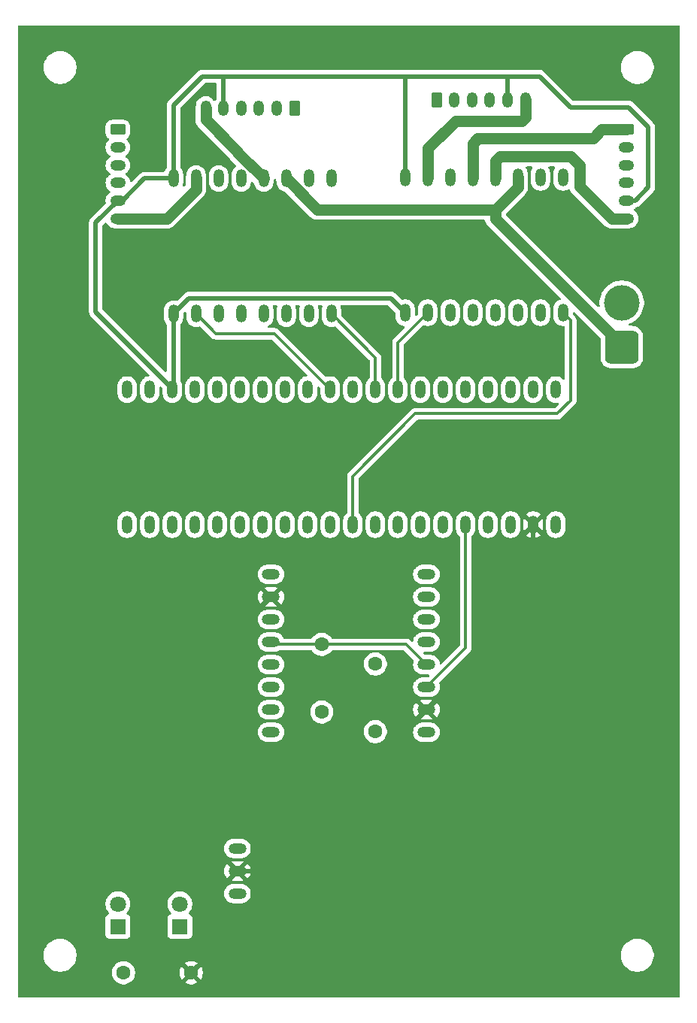
<source format=gbr>
%TF.GenerationSoftware,KiCad,Pcbnew,9.0.5*%
%TF.CreationDate,2025-10-05T20:14:22+01:00*%
%TF.ProjectId,Board,426f6172-642e-46b6-9963-61645f706362,v1*%
%TF.SameCoordinates,Original*%
%TF.FileFunction,Copper,L2,Bot*%
%TF.FilePolarity,Positive*%
%FSLAX46Y46*%
G04 Gerber Fmt 4.6, Leading zero omitted, Abs format (unit mm)*
G04 Created by KiCad (PCBNEW 9.0.5) date 2025-10-05 20:14:22*
%MOMM*%
%LPD*%
G01*
G04 APERTURE LIST*
G04 Aperture macros list*
%AMRoundRect*
0 Rectangle with rounded corners*
0 $1 Rounding radius*
0 $2 $3 $4 $5 $6 $7 $8 $9 X,Y pos of 4 corners*
0 Add a 4 corners polygon primitive as box body*
4,1,4,$2,$3,$4,$5,$6,$7,$8,$9,$2,$3,0*
0 Add four circle primitives for the rounded corners*
1,1,$1+$1,$2,$3*
1,1,$1+$1,$4,$5*
1,1,$1+$1,$6,$7*
1,1,$1+$1,$8,$9*
0 Add four rect primitives between the rounded corners*
20,1,$1+$1,$2,$3,$4,$5,0*
20,1,$1+$1,$4,$5,$6,$7,0*
20,1,$1+$1,$6,$7,$8,$9,0*
20,1,$1+$1,$8,$9,$2,$3,0*%
G04 Aperture macros list end*
%TA.AperFunction,ComponentPad*%
%ADD10O,1.750000X1.200000*%
%TD*%
%TA.AperFunction,ComponentPad*%
%ADD11RoundRect,0.250000X-0.625000X0.350000X-0.625000X-0.350000X0.625000X-0.350000X0.625000X0.350000X0*%
%TD*%
%TA.AperFunction,ComponentPad*%
%ADD12C,1.600000*%
%TD*%
%TA.AperFunction,ComponentPad*%
%ADD13O,2.000000X1.200000*%
%TD*%
%TA.AperFunction,ComponentPad*%
%ADD14O,1.200000X2.000000*%
%TD*%
%TA.AperFunction,ComponentPad*%
%ADD15RoundRect,0.250000X-0.350000X-0.625000X0.350000X-0.625000X0.350000X0.625000X-0.350000X0.625000X0*%
%TD*%
%TA.AperFunction,ComponentPad*%
%ADD16O,1.200000X1.750000*%
%TD*%
%TA.AperFunction,ComponentPad*%
%ADD17C,4.000000*%
%TD*%
%TA.AperFunction,ComponentPad*%
%ADD18RoundRect,0.760000X1.140000X-1.140000X1.140000X1.140000X-1.140000X1.140000X-1.140000X-1.140000X0*%
%TD*%
%TA.AperFunction,ComponentPad*%
%ADD19R,1.800000X1.800000*%
%TD*%
%TA.AperFunction,ComponentPad*%
%ADD20C,1.800000*%
%TD*%
%TA.AperFunction,ComponentPad*%
%ADD21RoundRect,0.250000X0.350000X0.625000X-0.350000X0.625000X-0.350000X-0.625000X0.350000X-0.625000X0*%
%TD*%
%TA.AperFunction,Conductor*%
%ADD22C,0.500000*%
%TD*%
%TA.AperFunction,Conductor*%
%ADD23C,1.300000*%
%TD*%
%TA.AperFunction,Conductor*%
%ADD24C,0.300000*%
%TD*%
G04 APERTURE END LIST*
D10*
%TO.P,MJ4,6,MV+*%
%TO.N,Net-(MJ4-MV+)*%
X109000000Y-57000000D03*
%TO.P,MJ4,5,ENC_GND*%
%TO.N,/GND23*%
X109000000Y-55000000D03*
%TO.P,MJ4,4,ENC_CH1*%
%TO.N,/PA7_M41CH1*%
X109000000Y-53000000D03*
%TO.P,MJ4,3,ENC_CH2*%
%TO.N,/PA6_MJ4CH2*%
X109000000Y-51000000D03*
%TO.P,MJ4,2,ENC_VCC*%
%TO.N,/5V98*%
X109000000Y-49000000D03*
D11*
%TO.P,MJ4,1,MV-*%
%TO.N,Net-(MJ4-MV-)*%
X109000000Y-47000000D03*
%TD*%
D12*
%TO.P,R1,1*%
%TO.N,Net-(D1-K)*%
X109647540Y-141972470D03*
%TO.P,R1,2*%
%TO.N,/GND47*%
X117267540Y-141972470D03*
%TD*%
D13*
%TO.P,RS1,1,VCC*%
%TO.N,/5V99*%
X122462868Y-127961715D03*
%TO.P,RS1,2,GND*%
%TO.N,/GND47*%
X122462868Y-130501715D03*
%TO.P,RS1,3,INPUT*%
%TO.N,/PA15_RS1*%
X122462868Y-133041715D03*
%TD*%
D14*
%TO.P,DR2,1,AO1*%
%TO.N,Net-(MJ3-MV+)*%
X125420000Y-52500000D03*
%TO.P,DR2,3,PGND1*%
%TO.N,GND*%
X127960000Y-52500000D03*
%TO.P,DR2,5,AO2*%
%TO.N,Net-(MJ3-MV-)*%
X122880000Y-52500000D03*
%TO.P,DR2,7,BO2*%
%TO.N,Net-(MJ4-MV-)*%
X120340000Y-52500000D03*
%TO.P,DR2,11,BO1*%
%TO.N,Net-(MJ4-MV+)*%
X117800000Y-52500000D03*
%TO.P,DR2,15,PWMB*%
%TO.N,/PA5_DR2PWMB*%
X117800000Y-67740000D03*
%TO.P,DR2,16,BIN2*%
%TO.N,/PB10_DR2BIN2*%
X120340000Y-67740000D03*
%TO.P,DR2,17,BIN1*%
%TO.N,/PB2_DR2BIN1*%
X122880000Y-67740000D03*
%TO.P,DR2,18,GND*%
%TO.N,/GND23*%
X115260000Y-67740000D03*
X115260000Y-52500000D03*
%TO.P,DR2,19,STBY*%
%TO.N,/PB1_DRxSTBY*%
X125420000Y-67740000D03*
%TO.P,DR2,20,VCC*%
%TO.N,/5V98*%
X130500000Y-52500000D03*
%TO.P,DR2,21,AIN1*%
%TO.N,/PB0_DR2AIN1*%
X127960000Y-67740000D03*
%TO.P,DR2,22,AIN2*%
%TO.N,/PA4_DR2AIN2*%
X130500000Y-67740000D03*
%TO.P,DR2,23,PWMA*%
%TO.N,/PA3_DR2PWMA*%
X133040000Y-67740000D03*
%TO.P,DR2,24,VM1*%
%TO.N,+12V*%
X133040000Y-52500000D03*
%TD*%
D15*
%TO.P,MJ2,1,MV-*%
%TO.N,Net-(MJ2-MV-)*%
X144890000Y-43620000D03*
D16*
%TO.P,MJ2,2,ENC_VCC*%
%TO.N,/5V98*%
X146890000Y-43620000D03*
%TO.P,MJ2,3,ENC_CH2*%
%TO.N,/PA8_MJ2CH2*%
X148890000Y-43620000D03*
%TO.P,MJ2,4,ENC_CH1*%
%TO.N,/PA9_MJ2CH1*%
X150890000Y-43620000D03*
%TO.P,MJ2,5,ENC_GND*%
%TO.N,/GND23*%
X152890000Y-43620000D03*
%TO.P,MJ2,6,MV+*%
%TO.N,Net-(MJ2-MV+)*%
X154890000Y-43620000D03*
%TD*%
D12*
%TO.P,R3,1*%
%TO.N,/5V99*%
X138000000Y-114810000D03*
%TO.P,R3,2*%
%TO.N,/PB8_SCL*%
X138000000Y-107190000D03*
%TD*%
D14*
%TO.P,U1,1,VBAT*%
%TO.N,unconnected-(U1-VBAT-Pad1)*%
X158320000Y-76280000D03*
%TO.P,U1,2,PC13*%
%TO.N,unconnected-(U1-PC13-Pad2)*%
X155780000Y-76280000D03*
%TO.P,U1,3,PC14*%
%TO.N,/PC14_DR1BIN1*%
X153240000Y-76280000D03*
%TO.P,U1,4,PC15*%
%TO.N,/PC15_DR1BIN2*%
X150700000Y-76280000D03*
%TO.P,U1,7,NRST*%
%TO.N,unconnected-(U1-NRST-Pad7)*%
X148160000Y-76280000D03*
%TO.P,U1,10,PA0*%
%TO.N,/PA0_MJ3CH1*%
X145620000Y-76280000D03*
%TO.P,U1,11,PA1*%
%TO.N,/PA1_MJ3CH2*%
X143080000Y-76280000D03*
%TO.P,U1,12,PA2*%
%TO.N,/PA2_DR1PWMB*%
X140540000Y-76280000D03*
%TO.P,U1,13,PA3*%
%TO.N,/PA3_DR2PWMA*%
X138000000Y-76280000D03*
%TO.P,U1,14,PA4*%
%TO.N,/PA4_DR2AIN2*%
X135460000Y-76280000D03*
%TO.P,U1,15,PA5*%
%TO.N,/PA5_DR2PWMB*%
X132920000Y-76280000D03*
%TO.P,U1,16,PA6*%
%TO.N,/PA6_MJ4CH2*%
X130380000Y-76280000D03*
%TO.P,U1,17,PA7*%
%TO.N,/PA7_M41CH1*%
X127840000Y-76280000D03*
%TO.P,U1,18,PB0*%
%TO.N,/PB0_DR2AIN1*%
X125300000Y-76280000D03*
%TO.P,U1,19,PB1*%
%TO.N,/PB1_DRxSTBY*%
X122760000Y-76280000D03*
%TO.P,U1,20,PB2*%
%TO.N,/PB2_DR2BIN1*%
X120220000Y-76280000D03*
%TO.P,U1,21,PB10*%
%TO.N,/PB10_DR2BIN2*%
X117680000Y-76280000D03*
%TO.P,U1,23,GND*%
%TO.N,unconnected-(U1-GND-Pad23)*%
X112600000Y-76280000D03*
%TO.P,U1,24,3V3*%
%TO.N,/GND23*%
X115140000Y-76280000D03*
%TO.P,U1,25,PB12*%
%TO.N,unconnected-(U1-PB12-Pad25)*%
X110060000Y-91500000D03*
%TO.P,U1,26,PB13*%
%TO.N,unconnected-(U1-PB13-Pad26)*%
X112600000Y-91500000D03*
%TO.P,U1,27,PB14*%
%TO.N,unconnected-(U1-PB14-Pad27)*%
X115140000Y-91500000D03*
%TO.P,U1,28,PB15*%
%TO.N,/PB15_D1*%
X117680000Y-91500000D03*
%TO.P,U1,29,PA8*%
%TO.N,/PA8_MJ2CH2*%
X120220000Y-91500000D03*
%TO.P,U1,30,PA9*%
%TO.N,/PA9_MJ2CH1*%
X122760000Y-91500000D03*
%TO.P,U1,31,PA10*%
%TO.N,/PA10_D2*%
X125300000Y-91500000D03*
%TO.P,U1,32,PA11*%
%TO.N,unconnected-(U1-PA11-Pad32)*%
X127840000Y-91500000D03*
%TO.P,U1,33,PA12*%
%TO.N,unconnected-(U1-PA12-Pad33)*%
X130380000Y-91500000D03*
%TO.P,U1,38,PA15*%
%TO.N,/PA15_RS1*%
X132920000Y-91500000D03*
%TO.P,U1,39,PB3*%
%TO.N,/PB3_DR1PWMA*%
X135460000Y-91500000D03*
%TO.P,U1,40,PB4*%
%TO.N,/PB4_DR1AIN1*%
X138000000Y-91500000D03*
%TO.P,U1,41,PB5*%
%TO.N,/PB5_DR1AIN1*%
X140540000Y-91500000D03*
%TO.P,U1,42,PB6*%
%TO.N,/PB6_MJ1CH1*%
X143080000Y-91500000D03*
%TO.P,U1,43,PB7*%
%TO.N,/PB7_MJ1CH2*%
X145620000Y-91500000D03*
%TO.P,U1,45,PB8*%
%TO.N,/PB8_SCL*%
X148160000Y-91500000D03*
%TO.P,U1,46,PB9*%
%TO.N,/PB9_SDA*%
X150700000Y-91500000D03*
%TO.P,U1,47,GND*%
%TO.N,/GND47*%
X155780000Y-91500000D03*
%TO.P,U1,48,3V3*%
%TO.N,unconnected-(U1-3V3-Pad48)*%
X158320000Y-91500000D03*
%TO.P,U1,98,5V*%
%TO.N,/5V98*%
X110060000Y-76280000D03*
%TO.P,U1,99,5V*%
%TO.N,/5V99*%
X153240000Y-91500000D03*
%TD*%
D17*
%TO.P,J1,2,Pin_2*%
%TO.N,+12V*%
X165750000Y-66500000D03*
D18*
%TO.P,J1,1,Pin_1*%
%TO.N,GND*%
X165750000Y-71500000D03*
%TD*%
D19*
%TO.P,D2,1,K*%
%TO.N,Net-(D1-K)*%
X115994869Y-136759430D03*
D20*
%TO.P,D2,2,A*%
%TO.N,/PA10_D2*%
X115994869Y-134219430D03*
%TD*%
D21*
%TO.P,MJ3,1,MV-*%
%TO.N,Net-(MJ3-MV-)*%
X128890000Y-44620000D03*
D16*
%TO.P,MJ3,2,ENC_VCC*%
%TO.N,/5V98*%
X126890000Y-44620000D03*
%TO.P,MJ3,3,ENC_CH2*%
%TO.N,/PA1_MJ3CH2*%
X124890000Y-44620000D03*
%TO.P,MJ3,4,ENC_CH1*%
%TO.N,/PA0_MJ3CH1*%
X122890000Y-44620000D03*
%TO.P,MJ3,5,ENC_GND*%
%TO.N,/GND23*%
X120890000Y-44620000D03*
%TO.P,MJ3,6,MV+*%
%TO.N,Net-(MJ3-MV+)*%
X118890000Y-44620000D03*
%TD*%
D19*
%TO.P,D1,1,K*%
%TO.N,Net-(D1-K)*%
X108999691Y-136759430D03*
D20*
%TO.P,D1,2,A*%
%TO.N,/PB15_D1*%
X108999691Y-134219430D03*
%TD*%
D10*
%TO.P,MJ1,6,MV+*%
%TO.N,Net-(MJ1-MV+)*%
X166250000Y-57000000D03*
%TO.P,MJ1,5,ENC_GND*%
%TO.N,/GND23*%
X166250000Y-55000000D03*
%TO.P,MJ1,4,ENC_CH1*%
%TO.N,/PB6_MJ1CH1*%
X166250000Y-53000000D03*
%TO.P,MJ1,3,ENC_CH2*%
%TO.N,/PB7_MJ1CH2*%
X166250000Y-51000000D03*
%TO.P,MJ1,2,ENC_VCC*%
%TO.N,/5V98*%
X166250000Y-49000000D03*
D11*
%TO.P,MJ1,1,MV-*%
%TO.N,Net-(MJ1-MV-)*%
X166250000Y-47000000D03*
%TD*%
D12*
%TO.P,R2,1*%
%TO.N,/5V99*%
X131975312Y-112598279D03*
%TO.P,R2,2*%
%TO.N,/PB9_SDA*%
X131975312Y-104978279D03*
%TD*%
D13*
%TO.P,S1,3,~{Alert}*%
%TO.N,unconnected-(S1-~{Alert}-Pad3)*%
X126250000Y-107270000D03*
%TO.P,S1,4,SDA*%
%TO.N,/PB9_SDA*%
X126250000Y-104730000D03*
%TO.P,S1,5,SCL*%
%TO.N,/PB8_SCL*%
X126250000Y-102190000D03*
%TO.P,S1,6,VS*%
%TO.N,/5V99*%
X126250000Y-97110000D03*
%TO.P,S1,7,GND*%
%TO.N,/GND47*%
X126250000Y-99650000D03*
%TO.P,S1,8,Vbus*%
%TO.N,/S1Vbus*%
X126250000Y-109810000D03*
%TO.P,S1,9,Vin-*%
X126250000Y-112350000D03*
%TO.P,S1,10,Vin+*%
%TO.N,unconnected-(S1-Vin+-Pad10)*%
X126250000Y-114890000D03*
%TD*%
%TO.P,S2,3,~{Alert}*%
%TO.N,unconnected-(S2-~{Alert}-Pad3)*%
X143750000Y-104730000D03*
%TO.P,S2,4,SDA*%
%TO.N,/PB9_SDA*%
X143750000Y-107270000D03*
%TO.P,S2,5,SCL*%
%TO.N,/PB8_SCL*%
X143750000Y-109810000D03*
%TO.P,S2,6,VS*%
%TO.N,/5V99*%
X143750000Y-114890000D03*
%TO.P,S2,7,GND*%
%TO.N,/GND47*%
X143750000Y-112350000D03*
%TO.P,S2,8,Vbus*%
%TO.N,/S2Vbus*%
X143750000Y-102190000D03*
%TO.P,S2,9,Vin-*%
X143750000Y-99650000D03*
%TO.P,S2,10,Vin+*%
%TO.N,unconnected-(S2-Vin+-Pad10)*%
X143750000Y-97110000D03*
%TD*%
D14*
%TO.P,DR1,1,AO1*%
%TO.N,Net-(MJ1-MV+)*%
X151510000Y-52380000D03*
%TO.P,DR1,3,PGND1*%
%TO.N,GND*%
X154050000Y-52380000D03*
%TO.P,DR1,5,AO2*%
%TO.N,Net-(MJ1-MV-)*%
X148970000Y-52380000D03*
%TO.P,DR1,7,BO2*%
%TO.N,Net-(MJ2-MV-)*%
X146430000Y-52380000D03*
%TO.P,DR1,11,BO1*%
%TO.N,Net-(MJ2-MV+)*%
X143890000Y-52380000D03*
%TO.P,DR1,15,PWMB*%
%TO.N,/PA2_DR1PWMB*%
X143890000Y-67620000D03*
%TO.P,DR1,16,BIN2*%
%TO.N,/PC15_DR1BIN2*%
X146430000Y-67620000D03*
%TO.P,DR1,17,BIN1*%
%TO.N,/PC14_DR1BIN1*%
X148970000Y-67620000D03*
%TO.P,DR1,18,GND*%
%TO.N,/GND23*%
X141350000Y-67620000D03*
X141350000Y-52380000D03*
%TO.P,DR1,19,STBY*%
%TO.N,/PB1_DRxSTBY*%
X151510000Y-67620000D03*
%TO.P,DR1,20,VCC*%
%TO.N,/5V98*%
X156590000Y-52380000D03*
%TO.P,DR1,21,AIN1*%
%TO.N,/PB4_DR1AIN1*%
X154050000Y-67620000D03*
%TO.P,DR1,22,AIN2*%
%TO.N,/PB5_DR1AIN1*%
X156590000Y-67620000D03*
%TO.P,DR1,23,PWMA*%
%TO.N,/PB3_DR1PWMA*%
X159130000Y-67620000D03*
%TO.P,DR1,24,VM1*%
%TO.N,+12V*%
X159130000Y-52380000D03*
%TD*%
D22*
%TO.N,/GND23*%
X109000000Y-55000000D02*
X106500000Y-57500000D01*
X106500000Y-57500000D02*
X106500000Y-67500000D01*
D23*
%TO.N,Net-(MJ4-MV+)*%
X117800000Y-52500000D02*
X117800000Y-53700000D01*
X117800000Y-53700000D02*
X114500000Y-57000000D01*
X114500000Y-57000000D02*
X109000000Y-57000000D01*
D22*
%TO.N,/GND23*%
X109000000Y-55000000D02*
X109500000Y-55000000D01*
X112000000Y-52500000D02*
X115260000Y-52500000D01*
X109500000Y-55000000D02*
X112000000Y-52500000D01*
D23*
%TO.N,GND*%
X165750000Y-71500000D02*
X165750000Y-71250000D01*
X151500000Y-57000000D02*
X151500000Y-56000000D01*
X165750000Y-71250000D02*
X151500000Y-57000000D01*
D22*
%TO.N,/GND23*%
X166250000Y-55000000D02*
X167250000Y-55000000D01*
X167250000Y-55000000D02*
X168750000Y-53500000D01*
X168750000Y-53500000D02*
X168750000Y-46750000D01*
X168750000Y-46750000D02*
X166500000Y-44500000D01*
X160000000Y-44500000D02*
X156500000Y-41000000D01*
X166500000Y-44500000D02*
X160000000Y-44500000D01*
X156500000Y-41000000D02*
X153000000Y-41000000D01*
D23*
%TO.N,Net-(MJ1-MV-)*%
X148970000Y-52380000D02*
X148970000Y-48530000D01*
X148970000Y-48530000D02*
X149500000Y-48000000D01*
X149500000Y-48000000D02*
X162500000Y-48000000D01*
X162500000Y-48000000D02*
X163500000Y-47000000D01*
X163500000Y-47000000D02*
X166250000Y-47000000D01*
%TO.N,Net-(MJ1-MV+)*%
X160000000Y-50000000D02*
X161000000Y-51000000D01*
X152000000Y-50000000D02*
X160000000Y-50000000D01*
X161000000Y-51000000D02*
X161000000Y-53375000D01*
X161000000Y-53375000D02*
X164625000Y-57000000D01*
X164625000Y-57000000D02*
X166250000Y-57000000D01*
D22*
%TO.N,/GND23*%
X120890000Y-44620000D02*
X120890000Y-41110000D01*
X120890000Y-41110000D02*
X121000000Y-41000000D01*
X141350000Y-67620000D02*
X139730000Y-66000000D01*
X115260000Y-52500000D02*
X115260000Y-44240000D01*
X115260000Y-44240000D02*
X118500000Y-41000000D01*
X115140000Y-76280000D02*
X115140000Y-76140000D01*
X141350000Y-41150000D02*
X141500000Y-41000000D01*
X115140000Y-76140000D02*
X106500000Y-67500000D01*
X115260000Y-76160000D02*
X115140000Y-76280000D01*
X152890000Y-43620000D02*
X152890000Y-41110000D01*
X153000000Y-41000000D02*
X151000000Y-41000000D01*
X117000000Y-66000000D02*
X115260000Y-67740000D01*
X121000000Y-41000000D02*
X141500000Y-41000000D01*
X141350000Y-52380000D02*
X141350000Y-41150000D01*
X118500000Y-41000000D02*
X121000000Y-41000000D01*
X152890000Y-41110000D02*
X153000000Y-41000000D01*
X141500000Y-41000000D02*
X151000000Y-41000000D01*
X139730000Y-66000000D02*
X117000000Y-66000000D01*
X115260000Y-67740000D02*
X115260000Y-76160000D01*
D23*
%TO.N,Net-(MJ2-MV+)*%
X154890000Y-45610000D02*
X154890000Y-43620000D01*
X147000000Y-46000000D02*
X154500000Y-46000000D01*
X143890000Y-49110000D02*
X147000000Y-46000000D01*
X143890000Y-52380000D02*
X143890000Y-49110000D01*
X154500000Y-46000000D02*
X154890000Y-45610000D01*
D24*
%TO.N,/PA2_DR1PWMB*%
X140540000Y-76280000D02*
X140540000Y-70970000D01*
X140540000Y-70970000D02*
X143890000Y-67620000D01*
D23*
%TO.N,Net-(MJ1-MV+)*%
X151510000Y-50490000D02*
X152000000Y-50000000D01*
X151510000Y-52380000D02*
X151510000Y-50490000D01*
%TO.N,GND*%
X127960000Y-52500000D02*
X131460000Y-56000000D01*
X154050000Y-53450000D02*
X154050000Y-52380000D01*
X151500000Y-56000000D02*
X154050000Y-53450000D01*
X131460000Y-56000000D02*
X151500000Y-56000000D01*
D24*
%TO.N,/PB3_DR1PWMA*%
X160000000Y-77500000D02*
X160000000Y-68490000D01*
X158500000Y-79000000D02*
X160000000Y-77500000D01*
X135460000Y-86040000D02*
X142500000Y-79000000D01*
X135460000Y-91500000D02*
X135460000Y-86040000D01*
X160000000Y-68490000D02*
X159130000Y-67620000D01*
X142500000Y-79000000D02*
X158500000Y-79000000D01*
D23*
%TO.N,Net-(MJ3-MV+)*%
X122500000Y-49580000D02*
X122500000Y-49500000D01*
X125420000Y-52500000D02*
X122500000Y-49580000D01*
X118890000Y-45890000D02*
X118890000Y-44620000D01*
X122500000Y-49500000D02*
X118890000Y-45890000D01*
D24*
%TO.N,/PA3_DR2PWMA*%
X138000000Y-76280000D02*
X138000000Y-72700000D01*
X138000000Y-72700000D02*
X133040000Y-67740000D01*
%TO.N,/PA5_DR2PWMB*%
X126640000Y-70000000D02*
X120060000Y-70000000D01*
X120060000Y-70000000D02*
X117800000Y-67740000D01*
X132920000Y-76280000D02*
X126640000Y-70000000D01*
D22*
%TO.N,/GND47*%
X122462868Y-130501715D02*
X120500000Y-128538847D01*
X155780000Y-91500000D02*
X155780000Y-100320000D01*
X131498285Y-130501715D02*
X122462868Y-130501715D01*
X155780000Y-100320000D02*
X143750000Y-112350000D01*
X120500000Y-105400000D02*
X126250000Y-99650000D01*
X122462868Y-130501715D02*
X120500000Y-132464583D01*
X120500000Y-132464583D02*
X120500000Y-138740010D01*
X140000000Y-116100000D02*
X140000000Y-122000000D01*
X120500000Y-128538847D02*
X120500000Y-105400000D01*
X140000000Y-122000000D02*
X131498285Y-130501715D01*
X120500000Y-138740010D02*
X117267540Y-141972470D01*
X143750000Y-112350000D02*
X140000000Y-116100000D01*
D24*
%TO.N,/PB9_SDA*%
X126498279Y-104978279D02*
X126250000Y-104730000D01*
X131975312Y-104978279D02*
X126498279Y-104978279D01*
X141458279Y-104978279D02*
X131975312Y-104978279D01*
X143750000Y-107270000D02*
X141458279Y-104978279D01*
%TO.N,/PB8_SCL*%
X148160000Y-105400000D02*
X143750000Y-109810000D01*
X148160000Y-91500000D02*
X148160000Y-105400000D01*
%TD*%
%TA.AperFunction,Conductor*%
%TO.N,/GND47*%
G36*
X172192539Y-35256696D02*
G01*
X172238294Y-35309500D01*
X172249500Y-35361011D01*
X172249500Y-144612011D01*
X172229815Y-144679050D01*
X172177011Y-144724805D01*
X172125500Y-144736011D01*
X97874500Y-144736011D01*
X97807461Y-144716326D01*
X97761706Y-144663522D01*
X97750500Y-144612011D01*
X97750500Y-141870118D01*
X108347040Y-141870118D01*
X108347040Y-142074821D01*
X108379062Y-142277004D01*
X108442321Y-142471693D01*
X108506231Y-142597123D01*
X108535125Y-142653829D01*
X108535255Y-142654083D01*
X108655568Y-142819683D01*
X108800326Y-142964441D01*
X108920766Y-143051944D01*
X108965930Y-143084757D01*
X109082147Y-143143973D01*
X109148316Y-143177688D01*
X109148318Y-143177688D01*
X109148321Y-143177690D01*
X109252677Y-143211597D01*
X109343005Y-143240947D01*
X109444097Y-143256958D01*
X109545188Y-143272970D01*
X109545189Y-143272970D01*
X109749891Y-143272970D01*
X109749892Y-143272970D01*
X109952074Y-143240947D01*
X110146759Y-143177690D01*
X110329150Y-143084757D01*
X110422130Y-143017202D01*
X110494753Y-142964441D01*
X110494755Y-142964438D01*
X110494759Y-142964436D01*
X110639506Y-142819689D01*
X110639508Y-142819685D01*
X110639511Y-142819683D01*
X110692272Y-142747060D01*
X110759827Y-142654080D01*
X110852760Y-142471689D01*
X110916017Y-142277004D01*
X110948040Y-142074822D01*
X110948040Y-141870152D01*
X115967540Y-141870152D01*
X115967540Y-142074787D01*
X115999549Y-142276887D01*
X116062784Y-142471501D01*
X116155681Y-142653820D01*
X116155687Y-142653829D01*
X116188063Y-142698391D01*
X116188064Y-142698392D01*
X116867540Y-142018916D01*
X116867540Y-142025131D01*
X116894799Y-142126864D01*
X116947460Y-142218076D01*
X117021934Y-142292550D01*
X117113146Y-142345211D01*
X117214879Y-142372470D01*
X117221093Y-142372470D01*
X116541616Y-143051944D01*
X116586190Y-143084329D01*
X116768508Y-143177225D01*
X116963122Y-143240460D01*
X117165223Y-143272470D01*
X117369857Y-143272470D01*
X117571957Y-143240460D01*
X117766571Y-143177225D01*
X117948889Y-143084329D01*
X117993461Y-143051944D01*
X117313987Y-142372470D01*
X117320201Y-142372470D01*
X117421934Y-142345211D01*
X117513146Y-142292550D01*
X117587620Y-142218076D01*
X117640281Y-142126864D01*
X117667540Y-142025131D01*
X117667540Y-142018917D01*
X118347014Y-142698391D01*
X118379399Y-142653819D01*
X118472295Y-142471501D01*
X118535530Y-142276887D01*
X118567540Y-142074787D01*
X118567540Y-141870152D01*
X118535530Y-141668052D01*
X118472295Y-141473438D01*
X118379399Y-141291120D01*
X118347014Y-141246547D01*
X118347014Y-141246546D01*
X117667540Y-141926021D01*
X117667540Y-141919809D01*
X117640281Y-141818076D01*
X117587620Y-141726864D01*
X117513146Y-141652390D01*
X117421934Y-141599729D01*
X117320201Y-141572470D01*
X117313986Y-141572470D01*
X117993462Y-140892994D01*
X117993461Y-140892993D01*
X117948899Y-140860617D01*
X117948890Y-140860611D01*
X117766571Y-140767714D01*
X117571957Y-140704479D01*
X117369857Y-140672470D01*
X117165223Y-140672470D01*
X116963122Y-140704479D01*
X116768508Y-140767714D01*
X116586184Y-140860613D01*
X116541617Y-140892993D01*
X116541617Y-140892994D01*
X117221094Y-141572470D01*
X117214879Y-141572470D01*
X117113146Y-141599729D01*
X117021934Y-141652390D01*
X116947460Y-141726864D01*
X116894799Y-141818076D01*
X116867540Y-141919809D01*
X116867540Y-141926023D01*
X116188064Y-141246547D01*
X116188063Y-141246547D01*
X116155683Y-141291114D01*
X116062784Y-141473438D01*
X115999549Y-141668052D01*
X115967540Y-141870152D01*
X110948040Y-141870152D01*
X110948040Y-141870118D01*
X110929974Y-141756054D01*
X110916017Y-141667935D01*
X110875076Y-141541932D01*
X110852760Y-141473251D01*
X110852758Y-141473248D01*
X110852758Y-141473246D01*
X110812515Y-141394266D01*
X110759827Y-141290860D01*
X110727632Y-141246547D01*
X110639511Y-141125256D01*
X110494753Y-140980498D01*
X110329153Y-140860185D01*
X110329152Y-140860184D01*
X110329150Y-140860183D01*
X110250689Y-140820205D01*
X110146763Y-140767251D01*
X109952074Y-140703992D01*
X109777535Y-140676348D01*
X109749892Y-140671970D01*
X109545188Y-140671970D01*
X109520869Y-140675821D01*
X109343005Y-140703992D01*
X109148316Y-140767251D01*
X108965926Y-140860185D01*
X108800326Y-140980498D01*
X108655568Y-141125256D01*
X108535255Y-141290856D01*
X108442321Y-141473246D01*
X108379062Y-141667935D01*
X108347040Y-141870118D01*
X97750500Y-141870118D01*
X97750500Y-139878711D01*
X100649500Y-139878711D01*
X100649500Y-140121288D01*
X100681161Y-140361785D01*
X100743947Y-140596104D01*
X100836773Y-140820205D01*
X100836776Y-140820212D01*
X100958064Y-141030289D01*
X100958066Y-141030292D01*
X100958067Y-141030293D01*
X101105733Y-141222736D01*
X101105739Y-141222743D01*
X101277256Y-141394260D01*
X101277262Y-141394265D01*
X101469711Y-141541936D01*
X101679788Y-141663224D01*
X101903900Y-141756054D01*
X102138211Y-141818838D01*
X102318586Y-141842584D01*
X102378711Y-141850500D01*
X102378712Y-141850500D01*
X102621289Y-141850500D01*
X102669388Y-141844167D01*
X102861789Y-141818838D01*
X103096100Y-141756054D01*
X103109062Y-141750685D01*
X103109063Y-141750685D01*
X103178113Y-141722083D01*
X103320212Y-141663224D01*
X103530289Y-141541936D01*
X103722738Y-141394265D01*
X103894265Y-141222738D01*
X104041936Y-141030289D01*
X104163224Y-140820212D01*
X104256054Y-140596100D01*
X104318838Y-140361789D01*
X104350500Y-140121288D01*
X104350500Y-139878712D01*
X104350500Y-139878711D01*
X165649500Y-139878711D01*
X165649500Y-140121288D01*
X165681161Y-140361785D01*
X165743947Y-140596104D01*
X165836773Y-140820205D01*
X165836776Y-140820212D01*
X165958064Y-141030289D01*
X165958066Y-141030292D01*
X165958067Y-141030293D01*
X166105733Y-141222736D01*
X166105739Y-141222743D01*
X166277256Y-141394260D01*
X166277262Y-141394265D01*
X166469711Y-141541936D01*
X166679788Y-141663224D01*
X166903900Y-141756054D01*
X167138211Y-141818838D01*
X167318586Y-141842584D01*
X167378711Y-141850500D01*
X167378712Y-141850500D01*
X167621289Y-141850500D01*
X167669388Y-141844167D01*
X167861789Y-141818838D01*
X168096100Y-141756054D01*
X168320212Y-141663224D01*
X168530289Y-141541936D01*
X168722738Y-141394265D01*
X168894265Y-141222738D01*
X169041936Y-141030289D01*
X169163224Y-140820212D01*
X169256054Y-140596100D01*
X169318838Y-140361789D01*
X169350500Y-140121288D01*
X169350500Y-139878712D01*
X169318838Y-139638211D01*
X169256054Y-139403900D01*
X169163224Y-139179788D01*
X169041936Y-138969711D01*
X168894265Y-138777262D01*
X168894260Y-138777256D01*
X168722743Y-138605739D01*
X168722736Y-138605733D01*
X168530293Y-138458067D01*
X168530292Y-138458066D01*
X168530289Y-138458064D01*
X168320212Y-138336776D01*
X168320205Y-138336773D01*
X168096104Y-138243947D01*
X167861785Y-138181161D01*
X167621289Y-138149500D01*
X167621288Y-138149500D01*
X167378712Y-138149500D01*
X167378711Y-138149500D01*
X167138214Y-138181161D01*
X166903895Y-138243947D01*
X166679794Y-138336773D01*
X166679785Y-138336777D01*
X166469706Y-138458067D01*
X166277263Y-138605733D01*
X166277256Y-138605739D01*
X166105739Y-138777256D01*
X166105733Y-138777263D01*
X165958067Y-138969706D01*
X165836777Y-139179785D01*
X165836773Y-139179794D01*
X165743947Y-139403895D01*
X165681161Y-139638214D01*
X165649500Y-139878711D01*
X104350500Y-139878711D01*
X104318838Y-139638211D01*
X104256054Y-139403900D01*
X104163224Y-139179788D01*
X104041936Y-138969711D01*
X103894265Y-138777262D01*
X103894260Y-138777256D01*
X103722743Y-138605739D01*
X103722736Y-138605733D01*
X103530293Y-138458067D01*
X103530292Y-138458066D01*
X103530289Y-138458064D01*
X103320212Y-138336776D01*
X103320205Y-138336773D01*
X103096104Y-138243947D01*
X102861785Y-138181161D01*
X102621289Y-138149500D01*
X102621288Y-138149500D01*
X102378712Y-138149500D01*
X102378711Y-138149500D01*
X102138214Y-138181161D01*
X101903895Y-138243947D01*
X101679794Y-138336773D01*
X101679785Y-138336777D01*
X101469706Y-138458067D01*
X101277263Y-138605733D01*
X101277256Y-138605739D01*
X101105739Y-138777256D01*
X101105733Y-138777263D01*
X100958067Y-138969706D01*
X100836777Y-139179785D01*
X100836773Y-139179794D01*
X100743947Y-139403895D01*
X100681161Y-139638214D01*
X100649500Y-139878711D01*
X97750500Y-139878711D01*
X97750500Y-134109208D01*
X107599191Y-134109208D01*
X107599191Y-134329651D01*
X107633676Y-134547382D01*
X107701794Y-134757033D01*
X107701795Y-134757036D01*
X107801878Y-134953455D01*
X107931443Y-135131788D01*
X107931447Y-135131793D01*
X107981619Y-135181965D01*
X108015104Y-135243288D01*
X108010120Y-135312980D01*
X107968248Y-135368913D01*
X107937272Y-135385828D01*
X107857360Y-135415633D01*
X107857355Y-135415636D01*
X107742146Y-135501882D01*
X107742143Y-135501885D01*
X107655897Y-135617094D01*
X107655893Y-135617101D01*
X107605599Y-135751947D01*
X107599192Y-135811546D01*
X107599192Y-135811553D01*
X107599191Y-135811565D01*
X107599191Y-137707300D01*
X107599192Y-137707306D01*
X107605599Y-137766913D01*
X107655893Y-137901758D01*
X107655897Y-137901765D01*
X107742143Y-138016974D01*
X107742146Y-138016977D01*
X107857355Y-138103223D01*
X107857362Y-138103227D01*
X107992208Y-138153521D01*
X107992207Y-138153521D01*
X107999135Y-138154265D01*
X108051818Y-138159930D01*
X109947563Y-138159929D01*
X110007174Y-138153521D01*
X110142022Y-138103226D01*
X110257237Y-138016976D01*
X110343487Y-137901761D01*
X110393782Y-137766913D01*
X110400191Y-137707303D01*
X110400190Y-135811558D01*
X110393782Y-135751947D01*
X110343487Y-135617099D01*
X110343486Y-135617098D01*
X110343484Y-135617094D01*
X110257238Y-135501885D01*
X110257235Y-135501882D01*
X110142026Y-135415636D01*
X110142019Y-135415632D01*
X110062110Y-135385828D01*
X110006176Y-135343957D01*
X109981759Y-135278492D01*
X109996611Y-135210219D01*
X110017760Y-135181967D01*
X110067933Y-135131795D01*
X110197506Y-134953452D01*
X110297586Y-134757036D01*
X110365706Y-134547381D01*
X110400191Y-134329652D01*
X110400191Y-134109208D01*
X114594369Y-134109208D01*
X114594369Y-134329651D01*
X114628854Y-134547382D01*
X114696972Y-134757033D01*
X114696973Y-134757036D01*
X114797056Y-134953455D01*
X114926621Y-135131788D01*
X114926625Y-135131793D01*
X114976797Y-135181965D01*
X115010282Y-135243288D01*
X115005298Y-135312980D01*
X114963426Y-135368913D01*
X114932450Y-135385828D01*
X114852538Y-135415633D01*
X114852533Y-135415636D01*
X114737324Y-135501882D01*
X114737321Y-135501885D01*
X114651075Y-135617094D01*
X114651071Y-135617101D01*
X114600777Y-135751947D01*
X114594370Y-135811546D01*
X114594370Y-135811553D01*
X114594369Y-135811565D01*
X114594369Y-137707300D01*
X114594370Y-137707306D01*
X114600777Y-137766913D01*
X114651071Y-137901758D01*
X114651075Y-137901765D01*
X114737321Y-138016974D01*
X114737324Y-138016977D01*
X114852533Y-138103223D01*
X114852540Y-138103227D01*
X114987386Y-138153521D01*
X114987385Y-138153521D01*
X114994313Y-138154265D01*
X115046996Y-138159930D01*
X116942741Y-138159929D01*
X117002352Y-138153521D01*
X117137200Y-138103226D01*
X117252415Y-138016976D01*
X117338665Y-137901761D01*
X117388960Y-137766913D01*
X117395369Y-137707303D01*
X117395368Y-135811558D01*
X117388960Y-135751947D01*
X117338665Y-135617099D01*
X117338664Y-135617098D01*
X117338662Y-135617094D01*
X117252416Y-135501885D01*
X117252413Y-135501882D01*
X117137204Y-135415636D01*
X117137197Y-135415632D01*
X117057288Y-135385828D01*
X117001354Y-135343957D01*
X116976937Y-135278492D01*
X116991789Y-135210219D01*
X117012938Y-135181967D01*
X117063111Y-135131795D01*
X117192684Y-134953452D01*
X117292764Y-134757036D01*
X117360884Y-134547381D01*
X117395369Y-134329652D01*
X117395369Y-134109208D01*
X117360884Y-133891479D01*
X117292764Y-133681824D01*
X117292764Y-133681823D01*
X117258106Y-133613805D01*
X117192684Y-133485408D01*
X117176129Y-133462622D01*
X117063116Y-133307071D01*
X117063112Y-133307066D01*
X116907232Y-133151186D01*
X116907227Y-133151182D01*
X116768718Y-133050550D01*
X116728894Y-133021617D01*
X116728893Y-133021616D01*
X116728891Y-133021615D01*
X116665965Y-132989552D01*
X116598358Y-132955104D01*
X120962368Y-132955104D01*
X120962368Y-133128326D01*
X120989466Y-133299416D01*
X121042995Y-133464160D01*
X121121636Y-133618503D01*
X121223454Y-133758643D01*
X121345940Y-133881129D01*
X121486080Y-133982947D01*
X121640423Y-134061588D01*
X121805167Y-134115117D01*
X121976257Y-134142215D01*
X121976258Y-134142215D01*
X122949478Y-134142215D01*
X122949479Y-134142215D01*
X123120569Y-134115117D01*
X123285313Y-134061588D01*
X123439656Y-133982947D01*
X123579796Y-133881129D01*
X123702282Y-133758643D01*
X123804100Y-133618503D01*
X123882741Y-133464160D01*
X123936270Y-133299416D01*
X123963368Y-133128326D01*
X123963368Y-132955104D01*
X123936270Y-132784014D01*
X123882741Y-132619270D01*
X123804100Y-132464927D01*
X123702282Y-132324787D01*
X123579796Y-132202301D01*
X123439656Y-132100483D01*
X123285313Y-132021842D01*
X123120569Y-131968313D01*
X123120567Y-131968312D01*
X123120566Y-131968312D01*
X122989139Y-131947496D01*
X122949479Y-131941215D01*
X121976257Y-131941215D01*
X121936596Y-131947496D01*
X121805170Y-131968312D01*
X121640420Y-132021843D01*
X121486079Y-132100483D01*
X121406124Y-132158574D01*
X121345940Y-132202301D01*
X121345938Y-132202303D01*
X121345937Y-132202303D01*
X121223456Y-132324784D01*
X121223456Y-132324785D01*
X121223454Y-132324787D01*
X121179727Y-132384971D01*
X121121636Y-132464926D01*
X121042996Y-132619267D01*
X120989465Y-132784017D01*
X120978474Y-132853415D01*
X120962368Y-132955104D01*
X116598358Y-132955104D01*
X116532475Y-132921534D01*
X116532472Y-132921533D01*
X116322821Y-132853415D01*
X116213955Y-132836172D01*
X116105091Y-132818930D01*
X115884647Y-132818930D01*
X115812070Y-132830425D01*
X115666916Y-132853415D01*
X115457265Y-132921533D01*
X115457262Y-132921534D01*
X115260843Y-133021617D01*
X115082510Y-133151182D01*
X115082505Y-133151186D01*
X114926625Y-133307066D01*
X114926621Y-133307071D01*
X114797056Y-133485404D01*
X114696973Y-133681823D01*
X114696972Y-133681826D01*
X114628854Y-133891477D01*
X114594369Y-134109208D01*
X110400191Y-134109208D01*
X110365706Y-133891479D01*
X110297586Y-133681824D01*
X110297586Y-133681823D01*
X110262928Y-133613805D01*
X110197506Y-133485408D01*
X110180951Y-133462622D01*
X110067938Y-133307071D01*
X110067934Y-133307066D01*
X109912054Y-133151186D01*
X109912049Y-133151182D01*
X109733716Y-133021617D01*
X109733715Y-133021616D01*
X109733713Y-133021615D01*
X109670787Y-132989552D01*
X109537297Y-132921534D01*
X109537294Y-132921533D01*
X109327643Y-132853415D01*
X109218777Y-132836172D01*
X109109913Y-132818930D01*
X108889469Y-132818930D01*
X108816892Y-132830425D01*
X108671738Y-132853415D01*
X108462087Y-132921533D01*
X108462084Y-132921534D01*
X108265665Y-133021617D01*
X108087332Y-133151182D01*
X108087327Y-133151186D01*
X107931447Y-133307066D01*
X107931443Y-133307071D01*
X107801878Y-133485404D01*
X107701795Y-133681823D01*
X107701794Y-133681826D01*
X107633676Y-133891477D01*
X107599191Y-134109208D01*
X97750500Y-134109208D01*
X97750500Y-130415143D01*
X120962868Y-130415143D01*
X120962868Y-130588286D01*
X120989953Y-130759299D01*
X121043459Y-130923972D01*
X121122063Y-131078239D01*
X121223835Y-131218317D01*
X121308274Y-131302756D01*
X122062868Y-130548162D01*
X122062868Y-130554376D01*
X122090127Y-130656109D01*
X122142788Y-130747321D01*
X122217262Y-130821795D01*
X122308474Y-130874456D01*
X122410207Y-130901715D01*
X122416420Y-130901715D01*
X121758655Y-131559477D01*
X121805287Y-131574629D01*
X121976297Y-131601715D01*
X122949439Y-131601715D01*
X123120450Y-131574629D01*
X123120453Y-131574628D01*
X123167079Y-131559478D01*
X123167079Y-131559477D01*
X122509316Y-130901715D01*
X122515529Y-130901715D01*
X122617262Y-130874456D01*
X122708474Y-130821795D01*
X122782948Y-130747321D01*
X122835609Y-130656109D01*
X122862868Y-130554376D01*
X122862868Y-130548163D01*
X123617460Y-131302756D01*
X123617461Y-131302756D01*
X123701901Y-131218316D01*
X123803672Y-131078239D01*
X123882276Y-130923972D01*
X123935782Y-130759299D01*
X123962868Y-130588286D01*
X123962868Y-130415143D01*
X123935782Y-130244130D01*
X123882276Y-130079457D01*
X123803672Y-129925190D01*
X123701900Y-129785112D01*
X123617461Y-129700673D01*
X123617460Y-129700673D01*
X122862868Y-130455265D01*
X122862868Y-130449054D01*
X122835609Y-130347321D01*
X122782948Y-130256109D01*
X122708474Y-130181635D01*
X122617262Y-130128974D01*
X122515529Y-130101715D01*
X122509317Y-130101715D01*
X123167079Y-129443951D01*
X123167079Y-129443950D01*
X123120454Y-129428801D01*
X122949439Y-129401715D01*
X121976297Y-129401715D01*
X121805282Y-129428801D01*
X121758656Y-129443950D01*
X121758656Y-129443951D01*
X122416420Y-130101715D01*
X122410207Y-130101715D01*
X122308474Y-130128974D01*
X122217262Y-130181635D01*
X122142788Y-130256109D01*
X122090127Y-130347321D01*
X122062868Y-130449054D01*
X122062868Y-130455267D01*
X121308274Y-129700673D01*
X121223834Y-129785113D01*
X121122066Y-129925186D01*
X121043459Y-130079457D01*
X120989953Y-130244130D01*
X120962868Y-130415143D01*
X97750500Y-130415143D01*
X97750500Y-127875104D01*
X120962368Y-127875104D01*
X120962368Y-128048326D01*
X120989466Y-128219416D01*
X121042995Y-128384160D01*
X121121636Y-128538503D01*
X121223454Y-128678643D01*
X121345940Y-128801129D01*
X121486080Y-128902947D01*
X121640423Y-128981588D01*
X121805167Y-129035117D01*
X121976257Y-129062215D01*
X121976258Y-129062215D01*
X122949478Y-129062215D01*
X122949479Y-129062215D01*
X123120569Y-129035117D01*
X123285313Y-128981588D01*
X123439656Y-128902947D01*
X123579796Y-128801129D01*
X123702282Y-128678643D01*
X123804100Y-128538503D01*
X123882741Y-128384160D01*
X123936270Y-128219416D01*
X123963368Y-128048326D01*
X123963368Y-127875104D01*
X123936270Y-127704014D01*
X123882741Y-127539270D01*
X123804100Y-127384927D01*
X123702282Y-127244787D01*
X123579796Y-127122301D01*
X123439656Y-127020483D01*
X123285313Y-126941842D01*
X123120569Y-126888313D01*
X123120567Y-126888312D01*
X123120566Y-126888312D01*
X122989139Y-126867496D01*
X122949479Y-126861215D01*
X121976257Y-126861215D01*
X121936596Y-126867496D01*
X121805170Y-126888312D01*
X121640420Y-126941843D01*
X121486079Y-127020483D01*
X121406124Y-127078574D01*
X121345940Y-127122301D01*
X121345938Y-127122303D01*
X121345937Y-127122303D01*
X121223456Y-127244784D01*
X121223456Y-127244785D01*
X121223454Y-127244787D01*
X121179727Y-127304971D01*
X121121636Y-127384926D01*
X121042996Y-127539267D01*
X120989465Y-127704017D01*
X120962368Y-127875104D01*
X97750500Y-127875104D01*
X97750500Y-114803389D01*
X124749500Y-114803389D01*
X124749500Y-114976611D01*
X124776598Y-115147701D01*
X124830127Y-115312445D01*
X124908768Y-115466788D01*
X125010586Y-115606928D01*
X125133072Y-115729414D01*
X125273212Y-115831232D01*
X125427555Y-115909873D01*
X125592299Y-115963402D01*
X125763389Y-115990500D01*
X125763390Y-115990500D01*
X126736610Y-115990500D01*
X126736611Y-115990500D01*
X126907701Y-115963402D01*
X127072445Y-115909873D01*
X127226788Y-115831232D01*
X127366928Y-115729414D01*
X127489414Y-115606928D01*
X127591232Y-115466788D01*
X127669873Y-115312445D01*
X127723402Y-115147701D01*
X127750500Y-114976611D01*
X127750500Y-114803389D01*
X127735336Y-114707648D01*
X136699500Y-114707648D01*
X136699500Y-114912351D01*
X136731522Y-115114534D01*
X136794781Y-115309223D01*
X136887715Y-115491613D01*
X137008028Y-115657213D01*
X137152786Y-115801971D01*
X137301301Y-115909871D01*
X137318390Y-115922287D01*
X137399083Y-115963402D01*
X137500776Y-116015218D01*
X137500778Y-116015218D01*
X137500781Y-116015220D01*
X137605137Y-116049127D01*
X137695465Y-116078477D01*
X137796557Y-116094488D01*
X137897648Y-116110500D01*
X137897649Y-116110500D01*
X138102351Y-116110500D01*
X138102352Y-116110500D01*
X138304534Y-116078477D01*
X138499219Y-116015220D01*
X138681610Y-115922287D01*
X138774590Y-115854732D01*
X138847213Y-115801971D01*
X138847215Y-115801968D01*
X138847219Y-115801966D01*
X138991966Y-115657219D01*
X138991968Y-115657215D01*
X138991971Y-115657213D01*
X139044732Y-115584590D01*
X139112287Y-115491610D01*
X139205220Y-115309219D01*
X139268477Y-115114534D01*
X139300500Y-114912352D01*
X139300500Y-114803389D01*
X142249500Y-114803389D01*
X142249500Y-114976611D01*
X142276598Y-115147701D01*
X142330127Y-115312445D01*
X142408768Y-115466788D01*
X142510586Y-115606928D01*
X142633072Y-115729414D01*
X142773212Y-115831232D01*
X142927555Y-115909873D01*
X143092299Y-115963402D01*
X143263389Y-115990500D01*
X143263390Y-115990500D01*
X144236610Y-115990500D01*
X144236611Y-115990500D01*
X144407701Y-115963402D01*
X144572445Y-115909873D01*
X144726788Y-115831232D01*
X144866928Y-115729414D01*
X144989414Y-115606928D01*
X145091232Y-115466788D01*
X145169873Y-115312445D01*
X145223402Y-115147701D01*
X145250500Y-114976611D01*
X145250500Y-114803389D01*
X145223402Y-114632299D01*
X145169873Y-114467555D01*
X145091232Y-114313212D01*
X144989414Y-114173072D01*
X144866928Y-114050586D01*
X144726788Y-113948768D01*
X144572445Y-113870127D01*
X144407701Y-113816598D01*
X144407699Y-113816597D01*
X144407698Y-113816597D01*
X144276271Y-113795781D01*
X144236611Y-113789500D01*
X143263389Y-113789500D01*
X143223728Y-113795781D01*
X143092302Y-113816597D01*
X142927552Y-113870128D01*
X142773211Y-113948768D01*
X142693256Y-114006859D01*
X142633072Y-114050586D01*
X142633070Y-114050588D01*
X142633069Y-114050588D01*
X142510588Y-114173069D01*
X142510588Y-114173070D01*
X142510586Y-114173072D01*
X142466859Y-114233256D01*
X142408768Y-114313211D01*
X142330128Y-114467552D01*
X142276597Y-114632302D01*
X142264664Y-114707648D01*
X142249500Y-114803389D01*
X139300500Y-114803389D01*
X139300500Y-114707648D01*
X139268477Y-114505466D01*
X139205220Y-114310781D01*
X139205218Y-114310778D01*
X139205218Y-114310776D01*
X139171503Y-114244607D01*
X139112287Y-114128390D01*
X139104556Y-114117749D01*
X138991971Y-113962786D01*
X138847213Y-113818028D01*
X138681613Y-113697715D01*
X138681612Y-113697714D01*
X138681610Y-113697713D01*
X138624653Y-113668691D01*
X138499223Y-113604781D01*
X138304534Y-113541522D01*
X138129995Y-113513878D01*
X138102352Y-113509500D01*
X137897648Y-113509500D01*
X137873329Y-113513351D01*
X137695465Y-113541522D01*
X137500776Y-113604781D01*
X137318386Y-113697715D01*
X137152786Y-113818028D01*
X137008028Y-113962786D01*
X136887715Y-114128386D01*
X136794781Y-114310776D01*
X136731522Y-114505465D01*
X136699500Y-114707648D01*
X127735336Y-114707648D01*
X127723402Y-114632299D01*
X127669873Y-114467555D01*
X127591232Y-114313212D01*
X127489414Y-114173072D01*
X127366928Y-114050586D01*
X127226788Y-113948768D01*
X127072445Y-113870127D01*
X126907701Y-113816598D01*
X126907699Y-113816597D01*
X126907698Y-113816597D01*
X126776271Y-113795781D01*
X126736611Y-113789500D01*
X125763389Y-113789500D01*
X125723728Y-113795781D01*
X125592302Y-113816597D01*
X125427552Y-113870128D01*
X125273211Y-113948768D01*
X125193256Y-114006859D01*
X125133072Y-114050586D01*
X125133070Y-114050588D01*
X125133069Y-114050588D01*
X125010588Y-114173069D01*
X125010588Y-114173070D01*
X125010586Y-114173072D01*
X124966859Y-114233256D01*
X124908768Y-114313211D01*
X124830128Y-114467552D01*
X124776597Y-114632302D01*
X124764664Y-114707648D01*
X124749500Y-114803389D01*
X97750500Y-114803389D01*
X97750500Y-112263389D01*
X124749500Y-112263389D01*
X124749500Y-112436610D01*
X124776597Y-112607697D01*
X124776597Y-112607699D01*
X124776598Y-112607701D01*
X124830127Y-112772445D01*
X124908768Y-112926788D01*
X125010586Y-113066928D01*
X125133072Y-113189414D01*
X125273212Y-113291232D01*
X125427555Y-113369873D01*
X125592299Y-113423402D01*
X125763389Y-113450500D01*
X125763390Y-113450500D01*
X126736610Y-113450500D01*
X126736611Y-113450500D01*
X126907701Y-113423402D01*
X127072445Y-113369873D01*
X127226788Y-113291232D01*
X127366928Y-113189414D01*
X127489414Y-113066928D01*
X127591232Y-112926788D01*
X127669873Y-112772445D01*
X127723402Y-112607701D01*
X127741105Y-112495927D01*
X130674812Y-112495927D01*
X130674812Y-112700630D01*
X130706834Y-112902813D01*
X130770093Y-113097502D01*
X130863027Y-113279892D01*
X130983340Y-113445492D01*
X131128098Y-113590250D01*
X131276011Y-113697713D01*
X131293702Y-113710566D01*
X131409919Y-113769782D01*
X131476088Y-113803497D01*
X131476090Y-113803497D01*
X131476093Y-113803499D01*
X131580449Y-113837406D01*
X131670777Y-113866756D01*
X131771869Y-113882767D01*
X131872960Y-113898779D01*
X131872961Y-113898779D01*
X132077663Y-113898779D01*
X132077664Y-113898779D01*
X132279846Y-113866756D01*
X132474531Y-113803499D01*
X132656922Y-113710566D01*
X132802524Y-113604781D01*
X132822525Y-113590250D01*
X132822527Y-113590247D01*
X132822531Y-113590245D01*
X132967278Y-113445498D01*
X132994695Y-113407762D01*
X133075677Y-113296300D01*
X133075678Y-113296299D01*
X133087595Y-113279895D01*
X133087597Y-113279892D01*
X133087599Y-113279889D01*
X133180532Y-113097498D01*
X133243789Y-112902813D01*
X133275812Y-112700631D01*
X133275812Y-112495927D01*
X133243789Y-112293745D01*
X133233938Y-112263428D01*
X142250000Y-112263428D01*
X142250000Y-112436571D01*
X142277085Y-112607584D01*
X142330591Y-112772257D01*
X142409195Y-112926524D01*
X142510967Y-113066602D01*
X142595406Y-113151041D01*
X143350000Y-112396447D01*
X143350000Y-112402661D01*
X143377259Y-112504394D01*
X143429920Y-112595606D01*
X143504394Y-112670080D01*
X143595606Y-112722741D01*
X143697339Y-112750000D01*
X143703552Y-112750000D01*
X143045787Y-113407762D01*
X143092419Y-113422914D01*
X143263429Y-113450000D01*
X144236571Y-113450000D01*
X144407582Y-113422914D01*
X144407585Y-113422913D01*
X144454211Y-113407763D01*
X144454211Y-113407762D01*
X143796448Y-112750000D01*
X143802661Y-112750000D01*
X143904394Y-112722741D01*
X143995606Y-112670080D01*
X144070080Y-112595606D01*
X144122741Y-112504394D01*
X144150000Y-112402661D01*
X144150000Y-112396449D01*
X144904592Y-113151041D01*
X144904593Y-113151041D01*
X144989033Y-113066601D01*
X145090804Y-112926524D01*
X145169408Y-112772257D01*
X145222914Y-112607584D01*
X145250000Y-112436571D01*
X145250000Y-112263428D01*
X145222914Y-112092415D01*
X145169408Y-111927742D01*
X145090804Y-111773475D01*
X144989032Y-111633397D01*
X144904593Y-111548958D01*
X144904592Y-111548958D01*
X144150000Y-112303550D01*
X144150000Y-112297339D01*
X144122741Y-112195606D01*
X144070080Y-112104394D01*
X143995606Y-112029920D01*
X143904394Y-111977259D01*
X143802661Y-111950000D01*
X143796449Y-111950000D01*
X144454211Y-111292236D01*
X144454211Y-111292235D01*
X144407586Y-111277086D01*
X144236571Y-111250000D01*
X143263429Y-111250000D01*
X143092414Y-111277086D01*
X143045788Y-111292235D01*
X143045788Y-111292236D01*
X143703552Y-111950000D01*
X143697339Y-111950000D01*
X143595606Y-111977259D01*
X143504394Y-112029920D01*
X143429920Y-112104394D01*
X143377259Y-112195606D01*
X143350000Y-112297339D01*
X143350000Y-112303552D01*
X142595406Y-111548958D01*
X142510966Y-111633398D01*
X142409198Y-111773471D01*
X142330591Y-111927742D01*
X142277085Y-112092415D01*
X142250000Y-112263428D01*
X133233938Y-112263428D01*
X133180532Y-112099060D01*
X133087599Y-111916669D01*
X133079868Y-111906028D01*
X132967283Y-111751065D01*
X132822525Y-111606307D01*
X132656926Y-111485994D01*
X132569205Y-111441298D01*
X132474535Y-111393060D01*
X132279846Y-111329801D01*
X132105307Y-111302157D01*
X132077664Y-111297779D01*
X131872960Y-111297779D01*
X131848641Y-111301630D01*
X131670777Y-111329801D01*
X131476088Y-111393060D01*
X131293698Y-111485994D01*
X131128098Y-111606307D01*
X130983340Y-111751065D01*
X130863027Y-111916665D01*
X130770093Y-112099055D01*
X130706834Y-112293744D01*
X130674812Y-112495927D01*
X127741105Y-112495927D01*
X127750500Y-112436611D01*
X127750500Y-112263389D01*
X127723402Y-112092299D01*
X127669873Y-111927555D01*
X127591232Y-111773212D01*
X127489414Y-111633072D01*
X127366928Y-111510586D01*
X127226788Y-111408768D01*
X127072445Y-111330127D01*
X126907701Y-111276598D01*
X126907699Y-111276597D01*
X126907698Y-111276597D01*
X126776271Y-111255781D01*
X126736611Y-111249500D01*
X125763389Y-111249500D01*
X125723728Y-111255781D01*
X125592302Y-111276597D01*
X125427552Y-111330128D01*
X125273211Y-111408768D01*
X125228438Y-111441298D01*
X125133072Y-111510586D01*
X125133070Y-111510588D01*
X125133069Y-111510588D01*
X125010588Y-111633069D01*
X125010588Y-111633070D01*
X125010586Y-111633072D01*
X124966859Y-111693256D01*
X124908768Y-111773211D01*
X124830128Y-111927552D01*
X124776597Y-112092302D01*
X124749500Y-112263389D01*
X97750500Y-112263389D01*
X97750500Y-109723389D01*
X124749500Y-109723389D01*
X124749500Y-109896611D01*
X124776598Y-110067701D01*
X124830127Y-110232445D01*
X124908768Y-110386788D01*
X125010586Y-110526928D01*
X125133072Y-110649414D01*
X125273212Y-110751232D01*
X125427555Y-110829873D01*
X125592299Y-110883402D01*
X125763389Y-110910500D01*
X125763390Y-110910500D01*
X126736610Y-110910500D01*
X126736611Y-110910500D01*
X126907701Y-110883402D01*
X127072445Y-110829873D01*
X127226788Y-110751232D01*
X127366928Y-110649414D01*
X127489414Y-110526928D01*
X127591232Y-110386788D01*
X127669873Y-110232445D01*
X127723402Y-110067701D01*
X127750500Y-109896611D01*
X127750500Y-109723389D01*
X127723402Y-109552299D01*
X127669873Y-109387555D01*
X127591232Y-109233212D01*
X127489414Y-109093072D01*
X127366928Y-108970586D01*
X127226788Y-108868768D01*
X127072445Y-108790127D01*
X126907701Y-108736598D01*
X126907699Y-108736597D01*
X126907698Y-108736597D01*
X126776271Y-108715781D01*
X126736611Y-108709500D01*
X125763389Y-108709500D01*
X125723728Y-108715781D01*
X125592302Y-108736597D01*
X125427552Y-108790128D01*
X125273211Y-108868768D01*
X125193256Y-108926859D01*
X125133072Y-108970586D01*
X125133070Y-108970588D01*
X125133069Y-108970588D01*
X125010588Y-109093069D01*
X125010588Y-109093070D01*
X125010586Y-109093072D01*
X124966859Y-109153256D01*
X124908768Y-109233211D01*
X124830128Y-109387552D01*
X124776597Y-109552302D01*
X124749500Y-109723389D01*
X97750500Y-109723389D01*
X97750500Y-107183389D01*
X124749500Y-107183389D01*
X124749500Y-107356611D01*
X124776598Y-107527701D01*
X124830127Y-107692445D01*
X124908768Y-107846788D01*
X125010586Y-107986928D01*
X125133072Y-108109414D01*
X125273212Y-108211232D01*
X125427555Y-108289873D01*
X125592299Y-108343402D01*
X125763389Y-108370500D01*
X125763390Y-108370500D01*
X126736610Y-108370500D01*
X126736611Y-108370500D01*
X126907701Y-108343402D01*
X127072445Y-108289873D01*
X127226788Y-108211232D01*
X127366928Y-108109414D01*
X127489414Y-107986928D01*
X127591232Y-107846788D01*
X127669873Y-107692445D01*
X127723402Y-107527701D01*
X127750500Y-107356611D01*
X127750500Y-107183389D01*
X127735336Y-107087648D01*
X136699500Y-107087648D01*
X136699500Y-107292351D01*
X136731522Y-107494534D01*
X136794781Y-107689223D01*
X136887715Y-107871613D01*
X137008028Y-108037213D01*
X137152786Y-108181971D01*
X137301301Y-108289871D01*
X137318390Y-108302287D01*
X137399083Y-108343402D01*
X137500776Y-108395218D01*
X137500778Y-108395218D01*
X137500781Y-108395220D01*
X137536784Y-108406918D01*
X137695465Y-108458477D01*
X137736056Y-108464906D01*
X137897648Y-108490500D01*
X137897649Y-108490500D01*
X138102351Y-108490500D01*
X138102352Y-108490500D01*
X138304534Y-108458477D01*
X138499219Y-108395220D01*
X138681610Y-108302287D01*
X138774590Y-108234732D01*
X138847213Y-108181971D01*
X138847215Y-108181968D01*
X138847219Y-108181966D01*
X138991966Y-108037219D01*
X138991968Y-108037215D01*
X138991971Y-108037213D01*
X139044732Y-107964590D01*
X139112287Y-107871610D01*
X139205220Y-107689219D01*
X139268477Y-107494534D01*
X139300500Y-107292352D01*
X139300500Y-107087648D01*
X139268477Y-106885466D01*
X139205220Y-106690781D01*
X139205218Y-106690778D01*
X139205218Y-106690776D01*
X139171503Y-106624607D01*
X139112287Y-106508390D01*
X139104556Y-106497749D01*
X138991971Y-106342786D01*
X138847213Y-106198028D01*
X138681613Y-106077715D01*
X138681612Y-106077714D01*
X138681610Y-106077713D01*
X138611875Y-106042181D01*
X138499223Y-105984781D01*
X138304534Y-105921522D01*
X138129995Y-105893878D01*
X138102352Y-105889500D01*
X137897648Y-105889500D01*
X137873329Y-105893351D01*
X137695465Y-105921522D01*
X137500776Y-105984781D01*
X137318386Y-106077715D01*
X137152786Y-106198028D01*
X137008028Y-106342786D01*
X136887715Y-106508386D01*
X136794781Y-106690776D01*
X136731522Y-106885465D01*
X136699500Y-107087648D01*
X127735336Y-107087648D01*
X127723402Y-107012299D01*
X127669873Y-106847555D01*
X127591232Y-106693212D01*
X127489414Y-106553072D01*
X127366928Y-106430586D01*
X127226788Y-106328768D01*
X127072445Y-106250127D01*
X126907701Y-106196598D01*
X126907699Y-106196597D01*
X126907698Y-106196597D01*
X126776271Y-106175781D01*
X126736611Y-106169500D01*
X125763389Y-106169500D01*
X125723728Y-106175781D01*
X125592302Y-106196597D01*
X125427552Y-106250128D01*
X125273211Y-106328768D01*
X125193256Y-106386859D01*
X125133072Y-106430586D01*
X125133070Y-106430588D01*
X125133069Y-106430588D01*
X125010588Y-106553069D01*
X125010588Y-106553070D01*
X125010586Y-106553072D01*
X124966859Y-106613256D01*
X124908768Y-106693211D01*
X124830128Y-106847552D01*
X124776597Y-107012302D01*
X124764664Y-107087648D01*
X124749500Y-107183389D01*
X97750500Y-107183389D01*
X97750500Y-104643389D01*
X124749500Y-104643389D01*
X124749500Y-104816611D01*
X124776598Y-104987701D01*
X124830127Y-105152445D01*
X124908768Y-105306788D01*
X125010586Y-105446928D01*
X125133072Y-105569414D01*
X125273212Y-105671232D01*
X125427555Y-105749873D01*
X125592299Y-105803402D01*
X125763389Y-105830500D01*
X125763390Y-105830500D01*
X126736610Y-105830500D01*
X126736611Y-105830500D01*
X126907701Y-105803402D01*
X127072445Y-105749873D01*
X127226788Y-105671232D01*
X127242400Y-105659889D01*
X127252625Y-105652461D01*
X127318431Y-105628981D01*
X127325510Y-105628779D01*
X130777241Y-105628779D01*
X130844280Y-105648464D01*
X130877557Y-105679892D01*
X130975478Y-105814669D01*
X130983346Y-105825498D01*
X131128098Y-105970250D01*
X131227105Y-106042181D01*
X131293702Y-106090566D01*
X131377339Y-106133181D01*
X131476088Y-106183497D01*
X131476090Y-106183497D01*
X131476093Y-106183499D01*
X131580449Y-106217406D01*
X131670777Y-106246756D01*
X131771869Y-106262767D01*
X131872960Y-106278779D01*
X131872961Y-106278779D01*
X132077663Y-106278779D01*
X132077664Y-106278779D01*
X132279846Y-106246756D01*
X132474531Y-106183499D01*
X132656922Y-106090566D01*
X132802524Y-105984781D01*
X132822525Y-105970250D01*
X132822527Y-105970247D01*
X132822531Y-105970245D01*
X132967278Y-105825498D01*
X133073065Y-105679892D01*
X133128394Y-105637228D01*
X133173383Y-105628779D01*
X141137471Y-105628779D01*
X141204510Y-105648464D01*
X141225152Y-105665098D01*
X142295397Y-106735343D01*
X142328882Y-106796666D01*
X142325647Y-106861342D01*
X142276597Y-107012301D01*
X142264664Y-107087648D01*
X142249500Y-107183389D01*
X142249500Y-107356611D01*
X142276598Y-107527701D01*
X142330127Y-107692445D01*
X142408768Y-107846788D01*
X142510586Y-107986928D01*
X142633072Y-108109414D01*
X142773212Y-108211232D01*
X142927555Y-108289873D01*
X143092299Y-108343402D01*
X143263389Y-108370500D01*
X143263390Y-108370500D01*
X143970192Y-108370500D01*
X143991437Y-108376738D01*
X144013526Y-108378318D01*
X144024309Y-108386390D01*
X144037231Y-108390185D01*
X144051730Y-108406918D01*
X144069459Y-108420190D01*
X144074166Y-108432810D01*
X144082986Y-108442989D01*
X144086137Y-108464906D01*
X144093876Y-108485654D01*
X144091013Y-108498814D01*
X144092930Y-108512147D01*
X144083730Y-108532290D01*
X144079024Y-108553927D01*
X144065755Y-108571652D01*
X144063905Y-108575703D01*
X144057873Y-108582181D01*
X143966873Y-108673181D01*
X143905550Y-108706666D01*
X143879192Y-108709500D01*
X143263389Y-108709500D01*
X143223728Y-108715781D01*
X143092302Y-108736597D01*
X142927552Y-108790128D01*
X142773211Y-108868768D01*
X142693256Y-108926859D01*
X142633072Y-108970586D01*
X142633070Y-108970588D01*
X142633069Y-108970588D01*
X142510588Y-109093069D01*
X142510588Y-109093070D01*
X142510586Y-109093072D01*
X142466859Y-109153256D01*
X142408768Y-109233211D01*
X142330128Y-109387552D01*
X142276597Y-109552302D01*
X142249500Y-109723389D01*
X142249500Y-109896611D01*
X142276598Y-110067701D01*
X142330127Y-110232445D01*
X142408768Y-110386788D01*
X142510586Y-110526928D01*
X142633072Y-110649414D01*
X142773212Y-110751232D01*
X142927555Y-110829873D01*
X143092299Y-110883402D01*
X143263389Y-110910500D01*
X143263390Y-110910500D01*
X144236610Y-110910500D01*
X144236611Y-110910500D01*
X144407701Y-110883402D01*
X144572445Y-110829873D01*
X144726788Y-110751232D01*
X144866928Y-110649414D01*
X144989414Y-110526928D01*
X145091232Y-110386788D01*
X145169873Y-110232445D01*
X145223402Y-110067701D01*
X145250500Y-109896611D01*
X145250500Y-109723389D01*
X145223402Y-109552299D01*
X145174351Y-109401339D01*
X145172357Y-109331500D01*
X145204600Y-109275344D01*
X148665277Y-105814669D01*
X148736465Y-105708127D01*
X148785501Y-105589744D01*
X148810500Y-105464069D01*
X148810500Y-92850857D01*
X148830185Y-92783818D01*
X148861618Y-92750537D01*
X148876928Y-92739414D01*
X148999414Y-92616928D01*
X149101232Y-92476788D01*
X149179873Y-92322445D01*
X149233402Y-92157701D01*
X149260500Y-91986611D01*
X149260500Y-91013389D01*
X149599500Y-91013389D01*
X149599500Y-91986610D01*
X149626579Y-92157585D01*
X149626598Y-92157701D01*
X149680127Y-92322445D01*
X149758768Y-92476788D01*
X149860586Y-92616928D01*
X149983072Y-92739414D01*
X150123212Y-92841232D01*
X150277555Y-92919873D01*
X150442299Y-92973402D01*
X150613389Y-93000500D01*
X150613390Y-93000500D01*
X150786610Y-93000500D01*
X150786611Y-93000500D01*
X150957701Y-92973402D01*
X151122445Y-92919873D01*
X151276788Y-92841232D01*
X151416928Y-92739414D01*
X151539414Y-92616928D01*
X151641232Y-92476788D01*
X151719873Y-92322445D01*
X151773402Y-92157701D01*
X151800500Y-91986611D01*
X151800500Y-91013389D01*
X152139500Y-91013389D01*
X152139500Y-91986610D01*
X152166579Y-92157585D01*
X152166598Y-92157701D01*
X152220127Y-92322445D01*
X152298768Y-92476788D01*
X152400586Y-92616928D01*
X152523072Y-92739414D01*
X152663212Y-92841232D01*
X152817555Y-92919873D01*
X152982299Y-92973402D01*
X153153389Y-93000500D01*
X153153390Y-93000500D01*
X153326610Y-93000500D01*
X153326611Y-93000500D01*
X153497701Y-92973402D01*
X153662445Y-92919873D01*
X153816788Y-92841232D01*
X153956928Y-92739414D01*
X154079414Y-92616928D01*
X154181232Y-92476788D01*
X154259873Y-92322445D01*
X154313402Y-92157701D01*
X154340500Y-91986611D01*
X154340500Y-91013428D01*
X154680000Y-91013428D01*
X154680000Y-91986571D01*
X154707086Y-92157585D01*
X154707086Y-92157588D01*
X154722235Y-92204211D01*
X154722236Y-92204211D01*
X155380000Y-91546447D01*
X155380000Y-91552661D01*
X155407259Y-91654394D01*
X155459920Y-91745606D01*
X155534394Y-91820080D01*
X155625606Y-91872741D01*
X155727339Y-91900000D01*
X155733552Y-91900000D01*
X154978958Y-92654592D01*
X154978958Y-92654593D01*
X155063397Y-92739032D01*
X155203475Y-92840804D01*
X155357742Y-92919408D01*
X155522415Y-92972914D01*
X155693429Y-93000000D01*
X155866571Y-93000000D01*
X156037584Y-92972914D01*
X156202257Y-92919408D01*
X156356524Y-92840804D01*
X156496601Y-92739033D01*
X156581041Y-92654592D01*
X155826448Y-91900000D01*
X155832661Y-91900000D01*
X155934394Y-91872741D01*
X156025606Y-91820080D01*
X156100080Y-91745606D01*
X156152741Y-91654394D01*
X156180000Y-91552661D01*
X156180000Y-91546448D01*
X156837762Y-92204211D01*
X156837763Y-92204211D01*
X156852913Y-92157585D01*
X156852914Y-92157582D01*
X156880000Y-91986571D01*
X156880000Y-91013428D01*
X156879994Y-91013389D01*
X157219500Y-91013389D01*
X157219500Y-91986610D01*
X157246579Y-92157585D01*
X157246598Y-92157701D01*
X157300127Y-92322445D01*
X157378768Y-92476788D01*
X157480586Y-92616928D01*
X157603072Y-92739414D01*
X157743212Y-92841232D01*
X157897555Y-92919873D01*
X158062299Y-92973402D01*
X158233389Y-93000500D01*
X158233390Y-93000500D01*
X158406610Y-93000500D01*
X158406611Y-93000500D01*
X158577701Y-92973402D01*
X158742445Y-92919873D01*
X158896788Y-92841232D01*
X159036928Y-92739414D01*
X159159414Y-92616928D01*
X159261232Y-92476788D01*
X159339873Y-92322445D01*
X159393402Y-92157701D01*
X159420500Y-91986611D01*
X159420500Y-91013389D01*
X159393402Y-90842299D01*
X159339873Y-90677555D01*
X159261232Y-90523212D01*
X159159414Y-90383072D01*
X159036928Y-90260586D01*
X158896788Y-90158768D01*
X158742445Y-90080127D01*
X158577701Y-90026598D01*
X158577699Y-90026597D01*
X158577698Y-90026597D01*
X158446271Y-90005781D01*
X158406611Y-89999500D01*
X158233389Y-89999500D01*
X158193728Y-90005781D01*
X158062302Y-90026597D01*
X157897552Y-90080128D01*
X157743211Y-90158768D01*
X157694543Y-90194128D01*
X157603072Y-90260586D01*
X157603070Y-90260588D01*
X157603069Y-90260588D01*
X157480588Y-90383069D01*
X157480588Y-90383070D01*
X157480586Y-90383072D01*
X157436859Y-90443256D01*
X157378768Y-90523211D01*
X157300128Y-90677552D01*
X157246597Y-90842302D01*
X157219500Y-91013389D01*
X156879994Y-91013389D01*
X156852914Y-90842420D01*
X156852914Y-90842417D01*
X156837762Y-90795788D01*
X156837762Y-90795787D01*
X156180000Y-91453550D01*
X156180000Y-91447339D01*
X156152741Y-91345606D01*
X156100080Y-91254394D01*
X156025606Y-91179920D01*
X155934394Y-91127259D01*
X155832661Y-91100000D01*
X155826449Y-91100000D01*
X156581041Y-90345406D01*
X156496602Y-90260967D01*
X156356524Y-90159195D01*
X156202257Y-90080591D01*
X156037584Y-90027085D01*
X155866571Y-90000000D01*
X155693429Y-90000000D01*
X155522415Y-90027085D01*
X155357742Y-90080591D01*
X155203471Y-90159198D01*
X155063398Y-90260966D01*
X154978958Y-90345406D01*
X155733552Y-91100000D01*
X155727339Y-91100000D01*
X155625606Y-91127259D01*
X155534394Y-91179920D01*
X155459920Y-91254394D01*
X155407259Y-91345606D01*
X155380000Y-91447339D01*
X155380000Y-91453552D01*
X154722236Y-90795788D01*
X154722235Y-90795788D01*
X154707086Y-90842414D01*
X154680000Y-91013428D01*
X154340500Y-91013428D01*
X154340500Y-91013389D01*
X154313402Y-90842299D01*
X154259873Y-90677555D01*
X154181232Y-90523212D01*
X154079414Y-90383072D01*
X153956928Y-90260586D01*
X153816788Y-90158768D01*
X153662445Y-90080127D01*
X153497701Y-90026598D01*
X153497699Y-90026597D01*
X153497698Y-90026597D01*
X153366271Y-90005781D01*
X153326611Y-89999500D01*
X153153389Y-89999500D01*
X153113728Y-90005781D01*
X152982302Y-90026597D01*
X152817552Y-90080128D01*
X152663211Y-90158768D01*
X152614543Y-90194128D01*
X152523072Y-90260586D01*
X152523070Y-90260588D01*
X152523069Y-90260588D01*
X152400588Y-90383069D01*
X152400588Y-90383070D01*
X152400586Y-90383072D01*
X152356859Y-90443256D01*
X152298768Y-90523211D01*
X152220128Y-90677552D01*
X152166597Y-90842302D01*
X152139500Y-91013389D01*
X151800500Y-91013389D01*
X151773402Y-90842299D01*
X151719873Y-90677555D01*
X151641232Y-90523212D01*
X151539414Y-90383072D01*
X151416928Y-90260586D01*
X151276788Y-90158768D01*
X151122445Y-90080127D01*
X150957701Y-90026598D01*
X150957699Y-90026597D01*
X150957698Y-90026597D01*
X150826271Y-90005781D01*
X150786611Y-89999500D01*
X150613389Y-89999500D01*
X150573728Y-90005781D01*
X150442302Y-90026597D01*
X150277552Y-90080128D01*
X150123211Y-90158768D01*
X150074543Y-90194128D01*
X149983072Y-90260586D01*
X149983070Y-90260588D01*
X149983069Y-90260588D01*
X149860588Y-90383069D01*
X149860588Y-90383070D01*
X149860586Y-90383072D01*
X149816859Y-90443256D01*
X149758768Y-90523211D01*
X149680128Y-90677552D01*
X149626597Y-90842302D01*
X149599500Y-91013389D01*
X149260500Y-91013389D01*
X149233402Y-90842299D01*
X149179873Y-90677555D01*
X149101232Y-90523212D01*
X148999414Y-90383072D01*
X148876928Y-90260586D01*
X148736788Y-90158768D01*
X148582445Y-90080127D01*
X148417701Y-90026598D01*
X148417699Y-90026597D01*
X148417698Y-90026597D01*
X148286271Y-90005781D01*
X148246611Y-89999500D01*
X148073389Y-89999500D01*
X148033728Y-90005781D01*
X147902302Y-90026597D01*
X147737552Y-90080128D01*
X147583211Y-90158768D01*
X147534543Y-90194128D01*
X147443072Y-90260586D01*
X147443070Y-90260588D01*
X147443069Y-90260588D01*
X147320588Y-90383069D01*
X147320588Y-90383070D01*
X147320586Y-90383072D01*
X147276859Y-90443256D01*
X147218768Y-90523211D01*
X147140128Y-90677552D01*
X147086597Y-90842302D01*
X147059500Y-91013389D01*
X147059500Y-91986610D01*
X147086579Y-92157585D01*
X147086598Y-92157701D01*
X147140127Y-92322445D01*
X147218768Y-92476788D01*
X147320586Y-92616928D01*
X147320588Y-92616930D01*
X147443070Y-92739412D01*
X147443076Y-92739417D01*
X147458382Y-92750537D01*
X147501050Y-92805866D01*
X147509500Y-92850857D01*
X147509500Y-105079191D01*
X147489815Y-105146230D01*
X147473181Y-105166872D01*
X145450772Y-107189280D01*
X145389449Y-107222765D01*
X145319757Y-107217781D01*
X145263824Y-107175909D01*
X145240618Y-107120997D01*
X145223402Y-107012302D01*
X145223402Y-107012301D01*
X145223402Y-107012299D01*
X145169873Y-106847555D01*
X145091232Y-106693212D01*
X144989414Y-106553072D01*
X144866928Y-106430586D01*
X144726788Y-106328768D01*
X144572445Y-106250127D01*
X144407701Y-106196598D01*
X144407699Y-106196597D01*
X144407698Y-106196597D01*
X144276271Y-106175781D01*
X144236611Y-106169500D01*
X144236610Y-106169500D01*
X143620808Y-106169500D01*
X143591367Y-106160855D01*
X143561381Y-106154332D01*
X143556365Y-106150577D01*
X143553769Y-106149815D01*
X143533127Y-106133181D01*
X143442127Y-106042181D01*
X143408642Y-105980858D01*
X143413626Y-105911166D01*
X143455498Y-105855233D01*
X143520962Y-105830816D01*
X143529808Y-105830500D01*
X144236610Y-105830500D01*
X144236611Y-105830500D01*
X144407701Y-105803402D01*
X144572445Y-105749873D01*
X144726788Y-105671232D01*
X144866928Y-105569414D01*
X144989414Y-105446928D01*
X145091232Y-105306788D01*
X145169873Y-105152445D01*
X145223402Y-104987701D01*
X145250500Y-104816611D01*
X145250500Y-104643389D01*
X145223402Y-104472299D01*
X145169873Y-104307555D01*
X145091232Y-104153212D01*
X144989414Y-104013072D01*
X144866928Y-103890586D01*
X144726788Y-103788768D01*
X144572445Y-103710127D01*
X144407701Y-103656598D01*
X144407699Y-103656597D01*
X144407698Y-103656597D01*
X144276271Y-103635781D01*
X144236611Y-103629500D01*
X143263389Y-103629500D01*
X143223728Y-103635781D01*
X143092302Y-103656597D01*
X142927552Y-103710128D01*
X142773211Y-103788768D01*
X142693256Y-103846859D01*
X142633072Y-103890586D01*
X142633070Y-103890588D01*
X142633069Y-103890588D01*
X142510588Y-104013069D01*
X142510588Y-104013070D01*
X142510586Y-104013072D01*
X142466859Y-104073256D01*
X142408768Y-104153211D01*
X142330128Y-104307552D01*
X142276597Y-104472301D01*
X142259381Y-104580999D01*
X142229451Y-104644133D01*
X142170140Y-104681064D01*
X142100277Y-104680066D01*
X142049227Y-104649281D01*
X141872953Y-104473006D01*
X141872952Y-104473005D01*
X141871900Y-104472302D01*
X141766406Y-104401814D01*
X141648023Y-104352778D01*
X141648017Y-104352776D01*
X141522350Y-104327779D01*
X141522348Y-104327779D01*
X133173383Y-104327779D01*
X133106344Y-104308094D01*
X133073066Y-104276665D01*
X132967278Y-104131060D01*
X132822531Y-103986313D01*
X132822525Y-103986307D01*
X132656925Y-103865994D01*
X132656924Y-103865993D01*
X132656922Y-103865992D01*
X132599965Y-103836970D01*
X132474535Y-103773060D01*
X132279846Y-103709801D01*
X132105307Y-103682157D01*
X132077664Y-103677779D01*
X131872960Y-103677779D01*
X131848641Y-103681630D01*
X131670777Y-103709801D01*
X131476088Y-103773060D01*
X131293698Y-103865994D01*
X131128098Y-103986307D01*
X130983346Y-104131059D01*
X130967251Y-104153213D01*
X130877558Y-104276665D01*
X130822230Y-104319330D01*
X130777241Y-104327779D01*
X127756165Y-104327779D01*
X127689126Y-104308094D01*
X127645680Y-104260073D01*
X127591233Y-104153213D01*
X127575137Y-104131059D01*
X127489414Y-104013072D01*
X127366928Y-103890586D01*
X127226788Y-103788768D01*
X127072445Y-103710127D01*
X126907701Y-103656598D01*
X126907699Y-103656597D01*
X126907698Y-103656597D01*
X126776271Y-103635781D01*
X126736611Y-103629500D01*
X125763389Y-103629500D01*
X125723728Y-103635781D01*
X125592302Y-103656597D01*
X125427552Y-103710128D01*
X125273211Y-103788768D01*
X125193256Y-103846859D01*
X125133072Y-103890586D01*
X125133070Y-103890588D01*
X125133069Y-103890588D01*
X125010588Y-104013069D01*
X125010588Y-104013070D01*
X125010586Y-104013072D01*
X124966859Y-104073256D01*
X124908768Y-104153211D01*
X124830128Y-104307552D01*
X124776597Y-104472302D01*
X124749500Y-104643389D01*
X97750500Y-104643389D01*
X97750500Y-102103389D01*
X124749500Y-102103389D01*
X124749500Y-102276611D01*
X124776598Y-102447701D01*
X124830127Y-102612445D01*
X124908768Y-102766788D01*
X125010586Y-102906928D01*
X125133072Y-103029414D01*
X125273212Y-103131232D01*
X125427555Y-103209873D01*
X125592299Y-103263402D01*
X125763389Y-103290500D01*
X125763390Y-103290500D01*
X126736610Y-103290500D01*
X126736611Y-103290500D01*
X126907701Y-103263402D01*
X127072445Y-103209873D01*
X127226788Y-103131232D01*
X127366928Y-103029414D01*
X127489414Y-102906928D01*
X127591232Y-102766788D01*
X127669873Y-102612445D01*
X127723402Y-102447701D01*
X127750500Y-102276611D01*
X127750500Y-102103389D01*
X142249500Y-102103389D01*
X142249500Y-102276611D01*
X142276598Y-102447701D01*
X142330127Y-102612445D01*
X142408768Y-102766788D01*
X142510586Y-102906928D01*
X142633072Y-103029414D01*
X142773212Y-103131232D01*
X142927555Y-103209873D01*
X143092299Y-103263402D01*
X143263389Y-103290500D01*
X143263390Y-103290500D01*
X144236610Y-103290500D01*
X144236611Y-103290500D01*
X144407701Y-103263402D01*
X144572445Y-103209873D01*
X144726788Y-103131232D01*
X144866928Y-103029414D01*
X144989414Y-102906928D01*
X145091232Y-102766788D01*
X145169873Y-102612445D01*
X145223402Y-102447701D01*
X145250500Y-102276611D01*
X145250500Y-102103389D01*
X145223402Y-101932299D01*
X145169873Y-101767555D01*
X145091232Y-101613212D01*
X144989414Y-101473072D01*
X144866928Y-101350586D01*
X144726788Y-101248768D01*
X144572445Y-101170127D01*
X144407701Y-101116598D01*
X144407699Y-101116597D01*
X144407698Y-101116597D01*
X144276271Y-101095781D01*
X144236611Y-101089500D01*
X143263389Y-101089500D01*
X143223728Y-101095781D01*
X143092302Y-101116597D01*
X142927552Y-101170128D01*
X142773211Y-101248768D01*
X142693256Y-101306859D01*
X142633072Y-101350586D01*
X142633070Y-101350588D01*
X142633069Y-101350588D01*
X142510588Y-101473069D01*
X142510588Y-101473070D01*
X142510586Y-101473072D01*
X142466859Y-101533256D01*
X142408768Y-101613211D01*
X142330128Y-101767552D01*
X142276597Y-101932302D01*
X142249500Y-102103389D01*
X127750500Y-102103389D01*
X127723402Y-101932299D01*
X127669873Y-101767555D01*
X127591232Y-101613212D01*
X127489414Y-101473072D01*
X127366928Y-101350586D01*
X127226788Y-101248768D01*
X127072445Y-101170127D01*
X126907701Y-101116598D01*
X126907699Y-101116597D01*
X126907698Y-101116597D01*
X126776271Y-101095781D01*
X126736611Y-101089500D01*
X125763389Y-101089500D01*
X125723728Y-101095781D01*
X125592302Y-101116597D01*
X125427552Y-101170128D01*
X125273211Y-101248768D01*
X125193256Y-101306859D01*
X125133072Y-101350586D01*
X125133070Y-101350588D01*
X125133069Y-101350588D01*
X125010588Y-101473069D01*
X125010588Y-101473070D01*
X125010586Y-101473072D01*
X124966859Y-101533256D01*
X124908768Y-101613211D01*
X124830128Y-101767552D01*
X124776597Y-101932302D01*
X124749500Y-102103389D01*
X97750500Y-102103389D01*
X97750500Y-99563428D01*
X124750000Y-99563428D01*
X124750000Y-99736571D01*
X124777085Y-99907584D01*
X124830591Y-100072257D01*
X124909195Y-100226524D01*
X125010967Y-100366602D01*
X125095406Y-100451041D01*
X125850000Y-99696447D01*
X125850000Y-99702661D01*
X125877259Y-99804394D01*
X125929920Y-99895606D01*
X126004394Y-99970080D01*
X126095606Y-100022741D01*
X126197339Y-100050000D01*
X126203552Y-100050000D01*
X125545787Y-100707762D01*
X125592419Y-100722914D01*
X125763429Y-100750000D01*
X126736571Y-100750000D01*
X126907582Y-100722914D01*
X126907585Y-100722913D01*
X126954211Y-100707763D01*
X126954211Y-100707762D01*
X126296448Y-100050000D01*
X126302661Y-100050000D01*
X126404394Y-100022741D01*
X126495606Y-99970080D01*
X126570080Y-99895606D01*
X126622741Y-99804394D01*
X126650000Y-99702661D01*
X126650000Y-99696449D01*
X127404592Y-100451041D01*
X127404593Y-100451041D01*
X127489033Y-100366601D01*
X127590804Y-100226524D01*
X127669408Y-100072257D01*
X127722914Y-99907584D01*
X127750000Y-99736571D01*
X127750000Y-99563428D01*
X127749994Y-99563389D01*
X142249500Y-99563389D01*
X142249500Y-99736611D01*
X142276598Y-99907701D01*
X142330127Y-100072445D01*
X142408768Y-100226788D01*
X142510586Y-100366928D01*
X142633072Y-100489414D01*
X142773212Y-100591232D01*
X142927555Y-100669873D01*
X143092299Y-100723402D01*
X143263389Y-100750500D01*
X143263390Y-100750500D01*
X144236610Y-100750500D01*
X144236611Y-100750500D01*
X144407701Y-100723402D01*
X144572445Y-100669873D01*
X144726788Y-100591232D01*
X144866928Y-100489414D01*
X144989414Y-100366928D01*
X145091232Y-100226788D01*
X145169873Y-100072445D01*
X145223402Y-99907701D01*
X145250500Y-99736611D01*
X145250500Y-99563389D01*
X145223402Y-99392299D01*
X145169873Y-99227555D01*
X145091232Y-99073212D01*
X144989414Y-98933072D01*
X144866928Y-98810586D01*
X144726788Y-98708768D01*
X144572445Y-98630127D01*
X144407701Y-98576598D01*
X144407699Y-98576597D01*
X144407698Y-98576597D01*
X144276271Y-98555781D01*
X144236611Y-98549500D01*
X143263389Y-98549500D01*
X143223728Y-98555781D01*
X143092302Y-98576597D01*
X142927552Y-98630128D01*
X142773211Y-98708768D01*
X142693256Y-98766859D01*
X142633072Y-98810586D01*
X142633070Y-98810588D01*
X142633069Y-98810588D01*
X142510588Y-98933069D01*
X142510588Y-98933070D01*
X142510586Y-98933072D01*
X142466859Y-98993256D01*
X142408768Y-99073211D01*
X142330128Y-99227552D01*
X142276597Y-99392302D01*
X142274682Y-99404394D01*
X142249500Y-99563389D01*
X127749994Y-99563389D01*
X127722914Y-99392415D01*
X127669408Y-99227742D01*
X127590804Y-99073475D01*
X127489032Y-98933397D01*
X127404593Y-98848958D01*
X127404592Y-98848958D01*
X126650000Y-99603550D01*
X126650000Y-99597339D01*
X126622741Y-99495606D01*
X126570080Y-99404394D01*
X126495606Y-99329920D01*
X126404394Y-99277259D01*
X126302661Y-99250000D01*
X126296449Y-99250000D01*
X126954211Y-98592236D01*
X126954211Y-98592235D01*
X126907586Y-98577086D01*
X126736571Y-98550000D01*
X125763429Y-98550000D01*
X125592414Y-98577086D01*
X125545788Y-98592235D01*
X125545788Y-98592236D01*
X126203552Y-99250000D01*
X126197339Y-99250000D01*
X126095606Y-99277259D01*
X126004394Y-99329920D01*
X125929920Y-99404394D01*
X125877259Y-99495606D01*
X125850000Y-99597339D01*
X125850000Y-99603552D01*
X125095406Y-98848958D01*
X125010966Y-98933398D01*
X124909198Y-99073471D01*
X124830591Y-99227742D01*
X124777085Y-99392415D01*
X124750000Y-99563428D01*
X97750500Y-99563428D01*
X97750500Y-97023389D01*
X124749500Y-97023389D01*
X124749500Y-97196611D01*
X124776598Y-97367701D01*
X124830127Y-97532445D01*
X124908768Y-97686788D01*
X125010586Y-97826928D01*
X125133072Y-97949414D01*
X125273212Y-98051232D01*
X125427555Y-98129873D01*
X125592299Y-98183402D01*
X125763389Y-98210500D01*
X125763390Y-98210500D01*
X126736610Y-98210500D01*
X126736611Y-98210500D01*
X126907701Y-98183402D01*
X127072445Y-98129873D01*
X127226788Y-98051232D01*
X127366928Y-97949414D01*
X127489414Y-97826928D01*
X127591232Y-97686788D01*
X127669873Y-97532445D01*
X127723402Y-97367701D01*
X127750500Y-97196611D01*
X127750500Y-97023389D01*
X142249500Y-97023389D01*
X142249500Y-97196611D01*
X142276598Y-97367701D01*
X142330127Y-97532445D01*
X142408768Y-97686788D01*
X142510586Y-97826928D01*
X142633072Y-97949414D01*
X142773212Y-98051232D01*
X142927555Y-98129873D01*
X143092299Y-98183402D01*
X143263389Y-98210500D01*
X143263390Y-98210500D01*
X144236610Y-98210500D01*
X144236611Y-98210500D01*
X144407701Y-98183402D01*
X144572445Y-98129873D01*
X144726788Y-98051232D01*
X144866928Y-97949414D01*
X144989414Y-97826928D01*
X145091232Y-97686788D01*
X145169873Y-97532445D01*
X145223402Y-97367701D01*
X145250500Y-97196611D01*
X145250500Y-97023389D01*
X145223402Y-96852299D01*
X145169873Y-96687555D01*
X145091232Y-96533212D01*
X144989414Y-96393072D01*
X144866928Y-96270586D01*
X144726788Y-96168768D01*
X144572445Y-96090127D01*
X144407701Y-96036598D01*
X144407699Y-96036597D01*
X144407698Y-96036597D01*
X144276271Y-96015781D01*
X144236611Y-96009500D01*
X143263389Y-96009500D01*
X143223728Y-96015781D01*
X143092302Y-96036597D01*
X142927552Y-96090128D01*
X142773211Y-96168768D01*
X142693256Y-96226859D01*
X142633072Y-96270586D01*
X142633070Y-96270588D01*
X142633069Y-96270588D01*
X142510588Y-96393069D01*
X142510588Y-96393070D01*
X142510586Y-96393072D01*
X142466859Y-96453256D01*
X142408768Y-96533211D01*
X142330128Y-96687552D01*
X142276597Y-96852302D01*
X142249500Y-97023389D01*
X127750500Y-97023389D01*
X127723402Y-96852299D01*
X127669873Y-96687555D01*
X127591232Y-96533212D01*
X127489414Y-96393072D01*
X127366928Y-96270586D01*
X127226788Y-96168768D01*
X127072445Y-96090127D01*
X126907701Y-96036598D01*
X126907699Y-96036597D01*
X126907698Y-96036597D01*
X126776271Y-96015781D01*
X126736611Y-96009500D01*
X125763389Y-96009500D01*
X125723728Y-96015781D01*
X125592302Y-96036597D01*
X125427552Y-96090128D01*
X125273211Y-96168768D01*
X125193256Y-96226859D01*
X125133072Y-96270586D01*
X125133070Y-96270588D01*
X125133069Y-96270588D01*
X125010588Y-96393069D01*
X125010588Y-96393070D01*
X125010586Y-96393072D01*
X124966859Y-96453256D01*
X124908768Y-96533211D01*
X124830128Y-96687552D01*
X124776597Y-96852302D01*
X124749500Y-97023389D01*
X97750500Y-97023389D01*
X97750500Y-91013389D01*
X108959500Y-91013389D01*
X108959500Y-91986610D01*
X108986579Y-92157585D01*
X108986598Y-92157701D01*
X109040127Y-92322445D01*
X109118768Y-92476788D01*
X109220586Y-92616928D01*
X109343072Y-92739414D01*
X109483212Y-92841232D01*
X109637555Y-92919873D01*
X109802299Y-92973402D01*
X109973389Y-93000500D01*
X109973390Y-93000500D01*
X110146610Y-93000500D01*
X110146611Y-93000500D01*
X110317701Y-92973402D01*
X110482445Y-92919873D01*
X110636788Y-92841232D01*
X110776928Y-92739414D01*
X110899414Y-92616928D01*
X111001232Y-92476788D01*
X111079873Y-92322445D01*
X111133402Y-92157701D01*
X111160500Y-91986611D01*
X111160500Y-91013389D01*
X111499500Y-91013389D01*
X111499500Y-91986610D01*
X111526579Y-92157585D01*
X111526598Y-92157701D01*
X111580127Y-92322445D01*
X111658768Y-92476788D01*
X111760586Y-92616928D01*
X111883072Y-92739414D01*
X112023212Y-92841232D01*
X112177555Y-92919873D01*
X112342299Y-92973402D01*
X112513389Y-93000500D01*
X112513390Y-93000500D01*
X112686610Y-93000500D01*
X112686611Y-93000500D01*
X112857701Y-92973402D01*
X113022445Y-92919873D01*
X113176788Y-92841232D01*
X113316928Y-92739414D01*
X113439414Y-92616928D01*
X113541232Y-92476788D01*
X113619873Y-92322445D01*
X113673402Y-92157701D01*
X113700500Y-91986611D01*
X113700500Y-91013389D01*
X114039500Y-91013389D01*
X114039500Y-91986610D01*
X114066579Y-92157585D01*
X114066598Y-92157701D01*
X114120127Y-92322445D01*
X114198768Y-92476788D01*
X114300586Y-92616928D01*
X114423072Y-92739414D01*
X114563212Y-92841232D01*
X114717555Y-92919873D01*
X114882299Y-92973402D01*
X115053389Y-93000500D01*
X115053390Y-93000500D01*
X115226610Y-93000500D01*
X115226611Y-93000500D01*
X115397701Y-92973402D01*
X115562445Y-92919873D01*
X115716788Y-92841232D01*
X115856928Y-92739414D01*
X115979414Y-92616928D01*
X116081232Y-92476788D01*
X116159873Y-92322445D01*
X116213402Y-92157701D01*
X116240500Y-91986611D01*
X116240500Y-91013389D01*
X116579500Y-91013389D01*
X116579500Y-91986610D01*
X116606579Y-92157585D01*
X116606598Y-92157701D01*
X116660127Y-92322445D01*
X116738768Y-92476788D01*
X116840586Y-92616928D01*
X116963072Y-92739414D01*
X117103212Y-92841232D01*
X117257555Y-92919873D01*
X117422299Y-92973402D01*
X117593389Y-93000500D01*
X117593390Y-93000500D01*
X117766610Y-93000500D01*
X117766611Y-93000500D01*
X117937701Y-92973402D01*
X118102445Y-92919873D01*
X118256788Y-92841232D01*
X118396928Y-92739414D01*
X118519414Y-92616928D01*
X118621232Y-92476788D01*
X118699873Y-92322445D01*
X118753402Y-92157701D01*
X118780500Y-91986611D01*
X118780500Y-91013389D01*
X119119500Y-91013389D01*
X119119500Y-91986610D01*
X119146579Y-92157585D01*
X119146598Y-92157701D01*
X119200127Y-92322445D01*
X119278768Y-92476788D01*
X119380586Y-92616928D01*
X119503072Y-92739414D01*
X119643212Y-92841232D01*
X119797555Y-92919873D01*
X119962299Y-92973402D01*
X120133389Y-93000500D01*
X120133390Y-93000500D01*
X120306610Y-93000500D01*
X120306611Y-93000500D01*
X120477701Y-92973402D01*
X120642445Y-92919873D01*
X120796788Y-92841232D01*
X120936928Y-92739414D01*
X121059414Y-92616928D01*
X121161232Y-92476788D01*
X121239873Y-92322445D01*
X121293402Y-92157701D01*
X121320500Y-91986611D01*
X121320500Y-91013389D01*
X121659500Y-91013389D01*
X121659500Y-91986610D01*
X121686579Y-92157585D01*
X121686598Y-92157701D01*
X121740127Y-92322445D01*
X121818768Y-92476788D01*
X121920586Y-92616928D01*
X122043072Y-92739414D01*
X122183212Y-92841232D01*
X122337555Y-92919873D01*
X122502299Y-92973402D01*
X122673389Y-93000500D01*
X122673390Y-93000500D01*
X122846610Y-93000500D01*
X122846611Y-93000500D01*
X123017701Y-92973402D01*
X123182445Y-92919873D01*
X123336788Y-92841232D01*
X123476928Y-92739414D01*
X123599414Y-92616928D01*
X123701232Y-92476788D01*
X123779873Y-92322445D01*
X123833402Y-92157701D01*
X123860500Y-91986611D01*
X123860500Y-91013389D01*
X124199500Y-91013389D01*
X124199500Y-91986610D01*
X124226579Y-92157585D01*
X124226598Y-92157701D01*
X124280127Y-92322445D01*
X124358768Y-92476788D01*
X124460586Y-92616928D01*
X124583072Y-92739414D01*
X124723212Y-92841232D01*
X124877555Y-92919873D01*
X125042299Y-92973402D01*
X125213389Y-93000500D01*
X125213390Y-93000500D01*
X125386610Y-93000500D01*
X125386611Y-93000500D01*
X125557701Y-92973402D01*
X125722445Y-92919873D01*
X125876788Y-92841232D01*
X126016928Y-92739414D01*
X126139414Y-92616928D01*
X126241232Y-92476788D01*
X126319873Y-92322445D01*
X126373402Y-92157701D01*
X126400500Y-91986611D01*
X126400500Y-91013389D01*
X126739500Y-91013389D01*
X126739500Y-91986610D01*
X126766579Y-92157585D01*
X126766598Y-92157701D01*
X126820127Y-92322445D01*
X126898768Y-92476788D01*
X127000586Y-92616928D01*
X127123072Y-92739414D01*
X127263212Y-92841232D01*
X127417555Y-92919873D01*
X127582299Y-92973402D01*
X127753389Y-93000500D01*
X127753390Y-93000500D01*
X127926610Y-93000500D01*
X127926611Y-93000500D01*
X128097701Y-92973402D01*
X128262445Y-92919873D01*
X128416788Y-92841232D01*
X128556928Y-92739414D01*
X128679414Y-92616928D01*
X128781232Y-92476788D01*
X128859873Y-92322445D01*
X128913402Y-92157701D01*
X128940500Y-91986611D01*
X128940500Y-91013389D01*
X129279500Y-91013389D01*
X129279500Y-91986610D01*
X129306579Y-92157585D01*
X129306598Y-92157701D01*
X129360127Y-92322445D01*
X129438768Y-92476788D01*
X129540586Y-92616928D01*
X129663072Y-92739414D01*
X129803212Y-92841232D01*
X129957555Y-92919873D01*
X130122299Y-92973402D01*
X130293389Y-93000500D01*
X130293390Y-93000500D01*
X130466610Y-93000500D01*
X130466611Y-93000500D01*
X130637701Y-92973402D01*
X130802445Y-92919873D01*
X130956788Y-92841232D01*
X131096928Y-92739414D01*
X131219414Y-92616928D01*
X131321232Y-92476788D01*
X131399873Y-92322445D01*
X131453402Y-92157701D01*
X131480500Y-91986611D01*
X131480500Y-91013389D01*
X131819500Y-91013389D01*
X131819500Y-91986610D01*
X131846579Y-92157585D01*
X131846598Y-92157701D01*
X131900127Y-92322445D01*
X131978768Y-92476788D01*
X132080586Y-92616928D01*
X132203072Y-92739414D01*
X132343212Y-92841232D01*
X132497555Y-92919873D01*
X132662299Y-92973402D01*
X132833389Y-93000500D01*
X132833390Y-93000500D01*
X133006610Y-93000500D01*
X133006611Y-93000500D01*
X133177701Y-92973402D01*
X133342445Y-92919873D01*
X133496788Y-92841232D01*
X133636928Y-92739414D01*
X133759414Y-92616928D01*
X133861232Y-92476788D01*
X133939873Y-92322445D01*
X133993402Y-92157701D01*
X134020500Y-91986611D01*
X134020500Y-91013389D01*
X133993402Y-90842299D01*
X133939873Y-90677555D01*
X133861232Y-90523212D01*
X133759414Y-90383072D01*
X133636928Y-90260586D01*
X133496788Y-90158768D01*
X133342445Y-90080127D01*
X133177701Y-90026598D01*
X133177699Y-90026597D01*
X133177698Y-90026597D01*
X133046271Y-90005781D01*
X133006611Y-89999500D01*
X132833389Y-89999500D01*
X132793728Y-90005781D01*
X132662302Y-90026597D01*
X132497552Y-90080128D01*
X132343211Y-90158768D01*
X132294543Y-90194128D01*
X132203072Y-90260586D01*
X132203070Y-90260588D01*
X132203069Y-90260588D01*
X132080588Y-90383069D01*
X132080588Y-90383070D01*
X132080586Y-90383072D01*
X132036859Y-90443256D01*
X131978768Y-90523211D01*
X131900128Y-90677552D01*
X131846597Y-90842302D01*
X131819500Y-91013389D01*
X131480500Y-91013389D01*
X131453402Y-90842299D01*
X131399873Y-90677555D01*
X131321232Y-90523212D01*
X131219414Y-90383072D01*
X131096928Y-90260586D01*
X130956788Y-90158768D01*
X130802445Y-90080127D01*
X130637701Y-90026598D01*
X130637699Y-90026597D01*
X130637698Y-90026597D01*
X130506271Y-90005781D01*
X130466611Y-89999500D01*
X130293389Y-89999500D01*
X130253728Y-90005781D01*
X130122302Y-90026597D01*
X129957552Y-90080128D01*
X129803211Y-90158768D01*
X129754543Y-90194128D01*
X129663072Y-90260586D01*
X129663070Y-90260588D01*
X129663069Y-90260588D01*
X129540588Y-90383069D01*
X129540588Y-90383070D01*
X129540586Y-90383072D01*
X129496859Y-90443256D01*
X129438768Y-90523211D01*
X129360128Y-90677552D01*
X129306597Y-90842302D01*
X129279500Y-91013389D01*
X128940500Y-91013389D01*
X128913402Y-90842299D01*
X128859873Y-90677555D01*
X128781232Y-90523212D01*
X128679414Y-90383072D01*
X128556928Y-90260586D01*
X128416788Y-90158768D01*
X128262445Y-90080127D01*
X128097701Y-90026598D01*
X128097699Y-90026597D01*
X128097698Y-90026597D01*
X127966271Y-90005781D01*
X127926611Y-89999500D01*
X127753389Y-89999500D01*
X127713728Y-90005781D01*
X127582302Y-90026597D01*
X127417552Y-90080128D01*
X127263211Y-90158768D01*
X127214543Y-90194128D01*
X127123072Y-90260586D01*
X127123070Y-90260588D01*
X127123069Y-90260588D01*
X127000588Y-90383069D01*
X127000588Y-90383070D01*
X127000586Y-90383072D01*
X126956859Y-90443256D01*
X126898768Y-90523211D01*
X126820128Y-90677552D01*
X126766597Y-90842302D01*
X126739500Y-91013389D01*
X126400500Y-91013389D01*
X126373402Y-90842299D01*
X126319873Y-90677555D01*
X126241232Y-90523212D01*
X126139414Y-90383072D01*
X126016928Y-90260586D01*
X125876788Y-90158768D01*
X125722445Y-90080127D01*
X125557701Y-90026598D01*
X125557699Y-90026597D01*
X125557698Y-90026597D01*
X125426271Y-90005781D01*
X125386611Y-89999500D01*
X125213389Y-89999500D01*
X125173728Y-90005781D01*
X125042302Y-90026597D01*
X124877552Y-90080128D01*
X124723211Y-90158768D01*
X124674543Y-90194128D01*
X124583072Y-90260586D01*
X124583070Y-90260588D01*
X124583069Y-90260588D01*
X124460588Y-90383069D01*
X124460588Y-90383070D01*
X124460586Y-90383072D01*
X124416859Y-90443256D01*
X124358768Y-90523211D01*
X124280128Y-90677552D01*
X124226597Y-90842302D01*
X124199500Y-91013389D01*
X123860500Y-91013389D01*
X123833402Y-90842299D01*
X123779873Y-90677555D01*
X123701232Y-90523212D01*
X123599414Y-90383072D01*
X123476928Y-90260586D01*
X123336788Y-90158768D01*
X123182445Y-90080127D01*
X123017701Y-90026598D01*
X123017699Y-90026597D01*
X123017698Y-90026597D01*
X122886271Y-90005781D01*
X122846611Y-89999500D01*
X122673389Y-89999500D01*
X122633728Y-90005781D01*
X122502302Y-90026597D01*
X122337552Y-90080128D01*
X122183211Y-90158768D01*
X122134543Y-90194128D01*
X122043072Y-90260586D01*
X122043070Y-90260588D01*
X122043069Y-90260588D01*
X121920588Y-90383069D01*
X121920588Y-90383070D01*
X121920586Y-90383072D01*
X121876859Y-90443256D01*
X121818768Y-90523211D01*
X121740128Y-90677552D01*
X121686597Y-90842302D01*
X121659500Y-91013389D01*
X121320500Y-91013389D01*
X121293402Y-90842299D01*
X121239873Y-90677555D01*
X121161232Y-90523212D01*
X121059414Y-90383072D01*
X120936928Y-90260586D01*
X120796788Y-90158768D01*
X120642445Y-90080127D01*
X120477701Y-90026598D01*
X120477699Y-90026597D01*
X120477698Y-90026597D01*
X120346271Y-90005781D01*
X120306611Y-89999500D01*
X120133389Y-89999500D01*
X120093728Y-90005781D01*
X119962302Y-90026597D01*
X119797552Y-90080128D01*
X119643211Y-90158768D01*
X119594543Y-90194128D01*
X119503072Y-90260586D01*
X119503070Y-90260588D01*
X119503069Y-90260588D01*
X119380588Y-90383069D01*
X119380588Y-90383070D01*
X119380586Y-90383072D01*
X119336859Y-90443256D01*
X119278768Y-90523211D01*
X119200128Y-90677552D01*
X119146597Y-90842302D01*
X119119500Y-91013389D01*
X118780500Y-91013389D01*
X118753402Y-90842299D01*
X118699873Y-90677555D01*
X118621232Y-90523212D01*
X118519414Y-90383072D01*
X118396928Y-90260586D01*
X118256788Y-90158768D01*
X118102445Y-90080127D01*
X117937701Y-90026598D01*
X117937699Y-90026597D01*
X117937698Y-90026597D01*
X117806271Y-90005781D01*
X117766611Y-89999500D01*
X117593389Y-89999500D01*
X117553728Y-90005781D01*
X117422302Y-90026597D01*
X117257552Y-90080128D01*
X117103211Y-90158768D01*
X117054543Y-90194128D01*
X116963072Y-90260586D01*
X116963070Y-90260588D01*
X116963069Y-90260588D01*
X116840588Y-90383069D01*
X116840588Y-90383070D01*
X116840586Y-90383072D01*
X116796859Y-90443256D01*
X116738768Y-90523211D01*
X116660128Y-90677552D01*
X116606597Y-90842302D01*
X116579500Y-91013389D01*
X116240500Y-91013389D01*
X116213402Y-90842299D01*
X116159873Y-90677555D01*
X116081232Y-90523212D01*
X115979414Y-90383072D01*
X115856928Y-90260586D01*
X115716788Y-90158768D01*
X115562445Y-90080127D01*
X115397701Y-90026598D01*
X115397699Y-90026597D01*
X115397698Y-90026597D01*
X115266271Y-90005781D01*
X115226611Y-89999500D01*
X115053389Y-89999500D01*
X115013728Y-90005781D01*
X114882302Y-90026597D01*
X114717552Y-90080128D01*
X114563211Y-90158768D01*
X114514543Y-90194128D01*
X114423072Y-90260586D01*
X114423070Y-90260588D01*
X114423069Y-90260588D01*
X114300588Y-90383069D01*
X114300588Y-90383070D01*
X114300586Y-90383072D01*
X114256859Y-90443256D01*
X114198768Y-90523211D01*
X114120128Y-90677552D01*
X114066597Y-90842302D01*
X114039500Y-91013389D01*
X113700500Y-91013389D01*
X113673402Y-90842299D01*
X113619873Y-90677555D01*
X113541232Y-90523212D01*
X113439414Y-90383072D01*
X113316928Y-90260586D01*
X113176788Y-90158768D01*
X113022445Y-90080127D01*
X112857701Y-90026598D01*
X112857699Y-90026597D01*
X112857698Y-90026597D01*
X112726271Y-90005781D01*
X112686611Y-89999500D01*
X112513389Y-89999500D01*
X112473728Y-90005781D01*
X112342302Y-90026597D01*
X112177552Y-90080128D01*
X112023211Y-90158768D01*
X111974543Y-90194128D01*
X111883072Y-90260586D01*
X111883070Y-90260588D01*
X111883069Y-90260588D01*
X111760588Y-90383069D01*
X111760588Y-90383070D01*
X111760586Y-90383072D01*
X111716859Y-90443256D01*
X111658768Y-90523211D01*
X111580128Y-90677552D01*
X111526597Y-90842302D01*
X111499500Y-91013389D01*
X111160500Y-91013389D01*
X111133402Y-90842299D01*
X111079873Y-90677555D01*
X111001232Y-90523212D01*
X110899414Y-90383072D01*
X110776928Y-90260586D01*
X110636788Y-90158768D01*
X110482445Y-90080127D01*
X110317701Y-90026598D01*
X110317699Y-90026597D01*
X110317698Y-90026597D01*
X110186271Y-90005781D01*
X110146611Y-89999500D01*
X109973389Y-89999500D01*
X109933728Y-90005781D01*
X109802302Y-90026597D01*
X109637552Y-90080128D01*
X109483211Y-90158768D01*
X109434543Y-90194128D01*
X109343072Y-90260586D01*
X109343070Y-90260588D01*
X109343069Y-90260588D01*
X109220588Y-90383069D01*
X109220588Y-90383070D01*
X109220586Y-90383072D01*
X109176859Y-90443256D01*
X109118768Y-90523211D01*
X109040128Y-90677552D01*
X108986597Y-90842302D01*
X108959500Y-91013389D01*
X97750500Y-91013389D01*
X97750500Y-75793389D01*
X108959500Y-75793389D01*
X108959500Y-76766611D01*
X108986598Y-76937701D01*
X109040127Y-77102445D01*
X109118768Y-77256788D01*
X109220586Y-77396928D01*
X109343072Y-77519414D01*
X109483212Y-77621232D01*
X109637555Y-77699873D01*
X109802299Y-77753402D01*
X109973389Y-77780500D01*
X109973390Y-77780500D01*
X110146610Y-77780500D01*
X110146611Y-77780500D01*
X110317701Y-77753402D01*
X110482445Y-77699873D01*
X110636788Y-77621232D01*
X110776928Y-77519414D01*
X110899414Y-77396928D01*
X111001232Y-77256788D01*
X111079873Y-77102445D01*
X111133402Y-76937701D01*
X111160500Y-76766611D01*
X111160500Y-75793389D01*
X111133402Y-75622299D01*
X111079873Y-75457555D01*
X111001232Y-75303212D01*
X110899414Y-75163072D01*
X110776928Y-75040586D01*
X110636788Y-74938768D01*
X110482445Y-74860127D01*
X110317701Y-74806598D01*
X110317699Y-74806597D01*
X110317698Y-74806597D01*
X110184064Y-74785432D01*
X110146611Y-74779500D01*
X109973389Y-74779500D01*
X109935936Y-74785432D01*
X109802302Y-74806597D01*
X109637552Y-74860128D01*
X109483211Y-74938768D01*
X109434543Y-74974128D01*
X109343072Y-75040586D01*
X109343070Y-75040588D01*
X109343069Y-75040588D01*
X109220588Y-75163069D01*
X109220588Y-75163070D01*
X109220586Y-75163072D01*
X109189500Y-75205858D01*
X109118768Y-75303211D01*
X109040128Y-75457552D01*
X108986597Y-75622302D01*
X108965700Y-75754245D01*
X108959500Y-75793389D01*
X97750500Y-75793389D01*
X97750500Y-67573920D01*
X105749499Y-67573920D01*
X105778340Y-67718907D01*
X105778343Y-67718917D01*
X105834914Y-67855492D01*
X105834915Y-67855494D01*
X105834916Y-67855495D01*
X105844067Y-67869191D01*
X105853070Y-67882664D01*
X105853071Y-67882667D01*
X105917046Y-67978414D01*
X105917052Y-67978421D01*
X112518054Y-74579422D01*
X112551539Y-74640745D01*
X112546555Y-74710437D01*
X112504683Y-74766370D01*
X112449771Y-74789576D01*
X112342302Y-74806597D01*
X112177552Y-74860128D01*
X112023211Y-74938768D01*
X111974543Y-74974128D01*
X111883072Y-75040586D01*
X111883070Y-75040588D01*
X111883069Y-75040588D01*
X111760588Y-75163069D01*
X111760588Y-75163070D01*
X111760586Y-75163072D01*
X111729500Y-75205858D01*
X111658768Y-75303211D01*
X111580128Y-75457552D01*
X111526597Y-75622302D01*
X111505700Y-75754245D01*
X111499500Y-75793389D01*
X111499500Y-76766611D01*
X111526598Y-76937701D01*
X111580127Y-77102445D01*
X111658768Y-77256788D01*
X111760586Y-77396928D01*
X111883072Y-77519414D01*
X112023212Y-77621232D01*
X112177555Y-77699873D01*
X112342299Y-77753402D01*
X112513389Y-77780500D01*
X112513390Y-77780500D01*
X112686610Y-77780500D01*
X112686611Y-77780500D01*
X112857701Y-77753402D01*
X113022445Y-77699873D01*
X113176788Y-77621232D01*
X113316928Y-77519414D01*
X113439414Y-77396928D01*
X113541232Y-77256788D01*
X113619873Y-77102445D01*
X113673402Y-76937701D01*
X113700500Y-76766611D01*
X113700500Y-76061229D01*
X113706738Y-76039983D01*
X113708318Y-76017895D01*
X113716390Y-76007111D01*
X113720185Y-75994190D01*
X113736918Y-75979690D01*
X113750190Y-75961962D01*
X113762810Y-75957254D01*
X113772989Y-75948435D01*
X113794906Y-75945283D01*
X113815654Y-75937545D01*
X113828814Y-75940407D01*
X113842147Y-75938491D01*
X113862290Y-75947690D01*
X113883927Y-75952397D01*
X113901652Y-75965665D01*
X113905703Y-75967516D01*
X113912181Y-75973548D01*
X114003181Y-76064548D01*
X114036666Y-76125871D01*
X114039500Y-76152229D01*
X114039500Y-76766611D01*
X114066598Y-76937701D01*
X114120127Y-77102445D01*
X114198768Y-77256788D01*
X114300586Y-77396928D01*
X114423072Y-77519414D01*
X114563212Y-77621232D01*
X114717555Y-77699873D01*
X114882299Y-77753402D01*
X115053389Y-77780500D01*
X115053390Y-77780500D01*
X115226610Y-77780500D01*
X115226611Y-77780500D01*
X115397701Y-77753402D01*
X115562445Y-77699873D01*
X115716788Y-77621232D01*
X115856928Y-77519414D01*
X115979414Y-77396928D01*
X116081232Y-77256788D01*
X116159873Y-77102445D01*
X116213402Y-76937701D01*
X116240500Y-76766611D01*
X116240500Y-75793389D01*
X116579500Y-75793389D01*
X116579500Y-76766611D01*
X116606598Y-76937701D01*
X116660127Y-77102445D01*
X116738768Y-77256788D01*
X116840586Y-77396928D01*
X116963072Y-77519414D01*
X117103212Y-77621232D01*
X117257555Y-77699873D01*
X117422299Y-77753402D01*
X117593389Y-77780500D01*
X117593390Y-77780500D01*
X117766610Y-77780500D01*
X117766611Y-77780500D01*
X117937701Y-77753402D01*
X118102445Y-77699873D01*
X118256788Y-77621232D01*
X118396928Y-77519414D01*
X118519414Y-77396928D01*
X118621232Y-77256788D01*
X118699873Y-77102445D01*
X118753402Y-76937701D01*
X118780500Y-76766611D01*
X118780500Y-75793389D01*
X119119500Y-75793389D01*
X119119500Y-76766611D01*
X119146598Y-76937701D01*
X119200127Y-77102445D01*
X119278768Y-77256788D01*
X119380586Y-77396928D01*
X119503072Y-77519414D01*
X119643212Y-77621232D01*
X119797555Y-77699873D01*
X119962299Y-77753402D01*
X120133389Y-77780500D01*
X120133390Y-77780500D01*
X120306610Y-77780500D01*
X120306611Y-77780500D01*
X120477701Y-77753402D01*
X120642445Y-77699873D01*
X120796788Y-77621232D01*
X120936928Y-77519414D01*
X121059414Y-77396928D01*
X121161232Y-77256788D01*
X121239873Y-77102445D01*
X121293402Y-76937701D01*
X121320500Y-76766611D01*
X121320500Y-75793389D01*
X121659500Y-75793389D01*
X121659500Y-76766611D01*
X121686598Y-76937701D01*
X121740127Y-77102445D01*
X121818768Y-77256788D01*
X121920586Y-77396928D01*
X122043072Y-77519414D01*
X122183212Y-77621232D01*
X122337555Y-77699873D01*
X122502299Y-77753402D01*
X122673389Y-77780500D01*
X122673390Y-77780500D01*
X122846610Y-77780500D01*
X122846611Y-77780500D01*
X123017701Y-77753402D01*
X123182445Y-77699873D01*
X123336788Y-77621232D01*
X123476928Y-77519414D01*
X123599414Y-77396928D01*
X123701232Y-77256788D01*
X123779873Y-77102445D01*
X123833402Y-76937701D01*
X123860500Y-76766611D01*
X123860500Y-75793389D01*
X124199500Y-75793389D01*
X124199500Y-76766611D01*
X124226598Y-76937701D01*
X124280127Y-77102445D01*
X124358768Y-77256788D01*
X124460586Y-77396928D01*
X124583072Y-77519414D01*
X124723212Y-77621232D01*
X124877555Y-77699873D01*
X125042299Y-77753402D01*
X125213389Y-77780500D01*
X125213390Y-77780500D01*
X125386610Y-77780500D01*
X125386611Y-77780500D01*
X125557701Y-77753402D01*
X125722445Y-77699873D01*
X125876788Y-77621232D01*
X126016928Y-77519414D01*
X126139414Y-77396928D01*
X126241232Y-77256788D01*
X126319873Y-77102445D01*
X126373402Y-76937701D01*
X126400500Y-76766611D01*
X126400500Y-75793389D01*
X126739500Y-75793389D01*
X126739500Y-76766611D01*
X126766598Y-76937701D01*
X126820127Y-77102445D01*
X126898768Y-77256788D01*
X127000586Y-77396928D01*
X127123072Y-77519414D01*
X127263212Y-77621232D01*
X127417555Y-77699873D01*
X127582299Y-77753402D01*
X127753389Y-77780500D01*
X127753390Y-77780500D01*
X127926610Y-77780500D01*
X127926611Y-77780500D01*
X128097701Y-77753402D01*
X128262445Y-77699873D01*
X128416788Y-77621232D01*
X128556928Y-77519414D01*
X128679414Y-77396928D01*
X128781232Y-77256788D01*
X128859873Y-77102445D01*
X128913402Y-76937701D01*
X128940500Y-76766611D01*
X128940500Y-75793389D01*
X128913402Y-75622299D01*
X128859873Y-75457555D01*
X128781232Y-75303212D01*
X128679414Y-75163072D01*
X128556928Y-75040586D01*
X128416788Y-74938768D01*
X128262445Y-74860127D01*
X128097701Y-74806598D01*
X128097699Y-74806597D01*
X128097698Y-74806597D01*
X127964064Y-74785432D01*
X127926611Y-74779500D01*
X127753389Y-74779500D01*
X127715936Y-74785432D01*
X127582302Y-74806597D01*
X127417552Y-74860128D01*
X127263211Y-74938768D01*
X127214543Y-74974128D01*
X127123072Y-75040586D01*
X127123070Y-75040588D01*
X127123069Y-75040588D01*
X127000588Y-75163069D01*
X127000588Y-75163070D01*
X127000586Y-75163072D01*
X126969500Y-75205858D01*
X126898768Y-75303211D01*
X126820128Y-75457552D01*
X126766597Y-75622302D01*
X126745700Y-75754245D01*
X126739500Y-75793389D01*
X126400500Y-75793389D01*
X126373402Y-75622299D01*
X126319873Y-75457555D01*
X126241232Y-75303212D01*
X126139414Y-75163072D01*
X126016928Y-75040586D01*
X125876788Y-74938768D01*
X125722445Y-74860127D01*
X125557701Y-74806598D01*
X125557699Y-74806597D01*
X125557698Y-74806597D01*
X125424064Y-74785432D01*
X125386611Y-74779500D01*
X125213389Y-74779500D01*
X125175936Y-74785432D01*
X125042302Y-74806597D01*
X124877552Y-74860128D01*
X124723211Y-74938768D01*
X124674543Y-74974128D01*
X124583072Y-75040586D01*
X124583070Y-75040588D01*
X124583069Y-75040588D01*
X124460588Y-75163069D01*
X124460588Y-75163070D01*
X124460586Y-75163072D01*
X124429500Y-75205858D01*
X124358768Y-75303211D01*
X124280128Y-75457552D01*
X124226597Y-75622302D01*
X124205700Y-75754245D01*
X124199500Y-75793389D01*
X123860500Y-75793389D01*
X123833402Y-75622299D01*
X123779873Y-75457555D01*
X123701232Y-75303212D01*
X123599414Y-75163072D01*
X123476928Y-75040586D01*
X123336788Y-74938768D01*
X123182445Y-74860127D01*
X123017701Y-74806598D01*
X123017699Y-74806597D01*
X123017698Y-74806597D01*
X122884064Y-74785432D01*
X122846611Y-74779500D01*
X122673389Y-74779500D01*
X122635936Y-74785432D01*
X122502302Y-74806597D01*
X122337552Y-74860128D01*
X122183211Y-74938768D01*
X122134543Y-74974128D01*
X122043072Y-75040586D01*
X122043070Y-75040588D01*
X122043069Y-75040588D01*
X121920588Y-75163069D01*
X121920588Y-75163070D01*
X121920586Y-75163072D01*
X121889500Y-75205858D01*
X121818768Y-75303211D01*
X121740128Y-75457552D01*
X121686597Y-75622302D01*
X121665700Y-75754245D01*
X121659500Y-75793389D01*
X121320500Y-75793389D01*
X121293402Y-75622299D01*
X121239873Y-75457555D01*
X121161232Y-75303212D01*
X121059414Y-75163072D01*
X120936928Y-75040586D01*
X120796788Y-74938768D01*
X120642445Y-74860127D01*
X120477701Y-74806598D01*
X120477699Y-74806597D01*
X120477698Y-74806597D01*
X120344064Y-74785432D01*
X120306611Y-74779500D01*
X120133389Y-74779500D01*
X120095936Y-74785432D01*
X119962302Y-74806597D01*
X119797552Y-74860128D01*
X119643211Y-74938768D01*
X119594543Y-74974128D01*
X119503072Y-75040586D01*
X119503070Y-75040588D01*
X119503069Y-75040588D01*
X119380588Y-75163069D01*
X119380588Y-75163070D01*
X119380586Y-75163072D01*
X119349500Y-75205858D01*
X119278768Y-75303211D01*
X119200128Y-75457552D01*
X119146597Y-75622302D01*
X119125700Y-75754245D01*
X119119500Y-75793389D01*
X118780500Y-75793389D01*
X118753402Y-75622299D01*
X118699873Y-75457555D01*
X118621232Y-75303212D01*
X118519414Y-75163072D01*
X118396928Y-75040586D01*
X118256788Y-74938768D01*
X118102445Y-74860127D01*
X117937701Y-74806598D01*
X117937699Y-74806597D01*
X117937698Y-74806597D01*
X117804064Y-74785432D01*
X117766611Y-74779500D01*
X117593389Y-74779500D01*
X117555936Y-74785432D01*
X117422302Y-74806597D01*
X117257552Y-74860128D01*
X117103211Y-74938768D01*
X117054543Y-74974128D01*
X116963072Y-75040586D01*
X116963070Y-75040588D01*
X116963069Y-75040588D01*
X116840588Y-75163069D01*
X116840588Y-75163070D01*
X116840586Y-75163072D01*
X116809500Y-75205858D01*
X116738768Y-75303211D01*
X116660128Y-75457552D01*
X116606597Y-75622302D01*
X116585700Y-75754245D01*
X116579500Y-75793389D01*
X116240500Y-75793389D01*
X116213402Y-75622299D01*
X116159873Y-75457555D01*
X116081232Y-75303212D01*
X116034181Y-75238452D01*
X116010702Y-75172648D01*
X116010500Y-75165568D01*
X116010500Y-68997204D01*
X116030185Y-68930165D01*
X116046819Y-68909523D01*
X116062200Y-68894142D01*
X116099414Y-68856928D01*
X116201232Y-68716788D01*
X116279873Y-68562445D01*
X116333402Y-68397701D01*
X116360500Y-68226611D01*
X116360500Y-67752229D01*
X116369144Y-67722788D01*
X116375668Y-67692802D01*
X116379422Y-67687786D01*
X116380185Y-67685190D01*
X116396819Y-67664548D01*
X116487819Y-67573548D01*
X116549142Y-67540063D01*
X116618834Y-67545047D01*
X116674767Y-67586919D01*
X116699184Y-67652383D01*
X116699500Y-67661229D01*
X116699500Y-68226611D01*
X116726598Y-68397701D01*
X116780127Y-68562445D01*
X116858768Y-68716788D01*
X116960586Y-68856928D01*
X117083072Y-68979414D01*
X117223212Y-69081232D01*
X117377555Y-69159873D01*
X117542299Y-69213402D01*
X117713389Y-69240500D01*
X117713390Y-69240500D01*
X117886610Y-69240500D01*
X117886611Y-69240500D01*
X118057701Y-69213402D01*
X118208660Y-69164351D01*
X118278497Y-69162357D01*
X118334656Y-69194602D01*
X119645325Y-70505272D01*
X119645332Y-70505278D01*
X119720238Y-70555328D01*
X119751874Y-70576466D01*
X119821221Y-70605189D01*
X119870256Y-70625501D01*
X119870259Y-70625501D01*
X119870260Y-70625502D01*
X119995928Y-70650500D01*
X119995931Y-70650500D01*
X120124069Y-70650500D01*
X126319192Y-70650500D01*
X126386231Y-70670185D01*
X126406873Y-70686819D01*
X128424793Y-72704739D01*
X130299282Y-74579227D01*
X130332767Y-74640550D01*
X130327783Y-74710242D01*
X130285911Y-74766175D01*
X130230999Y-74789381D01*
X130122302Y-74806597D01*
X129957552Y-74860128D01*
X129803211Y-74938768D01*
X129754543Y-74974128D01*
X129663072Y-75040586D01*
X129663070Y-75040588D01*
X129663069Y-75040588D01*
X129540588Y-75163069D01*
X129540588Y-75163070D01*
X129540586Y-75163072D01*
X129509500Y-75205858D01*
X129438768Y-75303211D01*
X129360128Y-75457552D01*
X129306597Y-75622302D01*
X129285700Y-75754245D01*
X129279500Y-75793389D01*
X129279500Y-76766611D01*
X129306598Y-76937701D01*
X129360127Y-77102445D01*
X129438768Y-77256788D01*
X129540586Y-77396928D01*
X129663072Y-77519414D01*
X129803212Y-77621232D01*
X129957555Y-77699873D01*
X130122299Y-77753402D01*
X130293389Y-77780500D01*
X130293390Y-77780500D01*
X130466610Y-77780500D01*
X130466611Y-77780500D01*
X130637701Y-77753402D01*
X130802445Y-77699873D01*
X130956788Y-77621232D01*
X131096928Y-77519414D01*
X131219414Y-77396928D01*
X131321232Y-77256788D01*
X131399873Y-77102445D01*
X131453402Y-76937701D01*
X131480500Y-76766611D01*
X131480500Y-76059807D01*
X131486738Y-76038561D01*
X131488318Y-76016473D01*
X131496390Y-76005689D01*
X131500185Y-75992768D01*
X131516918Y-75978268D01*
X131530190Y-75960540D01*
X131542810Y-75955832D01*
X131552989Y-75947013D01*
X131574906Y-75943861D01*
X131595654Y-75936123D01*
X131608814Y-75938985D01*
X131622147Y-75937069D01*
X131642290Y-75946268D01*
X131663927Y-75950975D01*
X131681652Y-75964243D01*
X131685703Y-75966094D01*
X131692181Y-75972126D01*
X131783181Y-76063126D01*
X131816666Y-76124449D01*
X131819500Y-76150807D01*
X131819500Y-76766611D01*
X131846598Y-76937701D01*
X131900127Y-77102445D01*
X131978768Y-77256788D01*
X132080586Y-77396928D01*
X132203072Y-77519414D01*
X132343212Y-77621232D01*
X132497555Y-77699873D01*
X132662299Y-77753402D01*
X132833389Y-77780500D01*
X132833390Y-77780500D01*
X133006610Y-77780500D01*
X133006611Y-77780500D01*
X133177701Y-77753402D01*
X133342445Y-77699873D01*
X133496788Y-77621232D01*
X133636928Y-77519414D01*
X133759414Y-77396928D01*
X133861232Y-77256788D01*
X133939873Y-77102445D01*
X133993402Y-76937701D01*
X134020500Y-76766611D01*
X134020500Y-75793389D01*
X134359500Y-75793389D01*
X134359500Y-76766611D01*
X134386598Y-76937701D01*
X134440127Y-77102445D01*
X134518768Y-77256788D01*
X134620586Y-77396928D01*
X134743072Y-77519414D01*
X134883212Y-77621232D01*
X135037555Y-77699873D01*
X135202299Y-77753402D01*
X135373389Y-77780500D01*
X135373390Y-77780500D01*
X135546610Y-77780500D01*
X135546611Y-77780500D01*
X135717701Y-77753402D01*
X135882445Y-77699873D01*
X136036788Y-77621232D01*
X136176928Y-77519414D01*
X136299414Y-77396928D01*
X136401232Y-77256788D01*
X136479873Y-77102445D01*
X136533402Y-76937701D01*
X136560500Y-76766611D01*
X136560500Y-75793389D01*
X136533402Y-75622299D01*
X136479873Y-75457555D01*
X136401232Y-75303212D01*
X136299414Y-75163072D01*
X136176928Y-75040586D01*
X136036788Y-74938768D01*
X135882445Y-74860127D01*
X135717701Y-74806598D01*
X135717699Y-74806597D01*
X135717698Y-74806597D01*
X135584064Y-74785432D01*
X135546611Y-74779500D01*
X135373389Y-74779500D01*
X135335936Y-74785432D01*
X135202302Y-74806597D01*
X135037552Y-74860128D01*
X134883211Y-74938768D01*
X134834543Y-74974128D01*
X134743072Y-75040586D01*
X134743070Y-75040588D01*
X134743069Y-75040588D01*
X134620588Y-75163069D01*
X134620588Y-75163070D01*
X134620586Y-75163072D01*
X134589500Y-75205858D01*
X134518768Y-75303211D01*
X134440128Y-75457552D01*
X134386597Y-75622302D01*
X134365700Y-75754245D01*
X134359500Y-75793389D01*
X134020500Y-75793389D01*
X133993402Y-75622299D01*
X133939873Y-75457555D01*
X133861232Y-75303212D01*
X133759414Y-75163072D01*
X133636928Y-75040586D01*
X133496788Y-74938768D01*
X133342445Y-74860127D01*
X133177701Y-74806598D01*
X133177699Y-74806597D01*
X133177698Y-74806597D01*
X133044064Y-74785432D01*
X133006611Y-74779500D01*
X132833389Y-74779500D01*
X132801192Y-74784599D01*
X132662301Y-74806597D01*
X132511341Y-74855647D01*
X132441500Y-74857642D01*
X132385342Y-74825397D01*
X127054674Y-69494727D01*
X127054673Y-69494726D01*
X127054669Y-69494723D01*
X126948127Y-69423535D01*
X126829744Y-69374499D01*
X126829738Y-69374497D01*
X126704071Y-69349500D01*
X126704069Y-69349500D01*
X125986780Y-69349500D01*
X125919741Y-69329815D01*
X125873986Y-69277011D01*
X125864042Y-69207853D01*
X125893067Y-69144297D01*
X125930485Y-69115015D01*
X125942839Y-69108719D01*
X125996788Y-69081232D01*
X126136928Y-68979414D01*
X126259414Y-68856928D01*
X126361232Y-68716788D01*
X126439873Y-68562445D01*
X126493402Y-68397701D01*
X126520500Y-68226611D01*
X126520500Y-67253389D01*
X126493402Y-67082299D01*
X126439873Y-66917555D01*
X126439872Y-66917553D01*
X126438367Y-66912921D01*
X126440710Y-66912159D01*
X126434164Y-66852823D01*
X126465265Y-66790257D01*
X126525255Y-66754438D01*
X126556255Y-66750500D01*
X126823745Y-66750500D01*
X126890784Y-66770185D01*
X126936539Y-66822989D01*
X126946483Y-66892147D01*
X126940825Y-66912658D01*
X126941633Y-66912921D01*
X126886597Y-67082302D01*
X126863925Y-67225451D01*
X126859500Y-67253389D01*
X126859500Y-68226611D01*
X126886598Y-68397701D01*
X126940127Y-68562445D01*
X127018768Y-68716788D01*
X127120586Y-68856928D01*
X127243072Y-68979414D01*
X127383212Y-69081232D01*
X127537555Y-69159873D01*
X127702299Y-69213402D01*
X127873389Y-69240500D01*
X127873390Y-69240500D01*
X128046610Y-69240500D01*
X128046611Y-69240500D01*
X128217701Y-69213402D01*
X128382445Y-69159873D01*
X128536788Y-69081232D01*
X128676928Y-68979414D01*
X128799414Y-68856928D01*
X128901232Y-68716788D01*
X128979873Y-68562445D01*
X129033402Y-68397701D01*
X129060500Y-68226611D01*
X129060500Y-67253389D01*
X129033402Y-67082299D01*
X128979873Y-66917555D01*
X128979872Y-66917553D01*
X128978367Y-66912921D01*
X128980710Y-66912159D01*
X128974164Y-66852823D01*
X129005265Y-66790257D01*
X129065255Y-66754438D01*
X129096255Y-66750500D01*
X129363745Y-66750500D01*
X129430784Y-66770185D01*
X129476539Y-66822989D01*
X129486483Y-66892147D01*
X129480825Y-66912658D01*
X129481633Y-66912921D01*
X129426597Y-67082302D01*
X129403925Y-67225451D01*
X129399500Y-67253389D01*
X129399500Y-68226611D01*
X129426598Y-68397701D01*
X129480127Y-68562445D01*
X129558768Y-68716788D01*
X129660586Y-68856928D01*
X129783072Y-68979414D01*
X129923212Y-69081232D01*
X130077555Y-69159873D01*
X130242299Y-69213402D01*
X130413389Y-69240500D01*
X130413390Y-69240500D01*
X130586610Y-69240500D01*
X130586611Y-69240500D01*
X130757701Y-69213402D01*
X130922445Y-69159873D01*
X131076788Y-69081232D01*
X131216928Y-68979414D01*
X131339414Y-68856928D01*
X131441232Y-68716788D01*
X131519873Y-68562445D01*
X131573402Y-68397701D01*
X131600500Y-68226611D01*
X131600500Y-67253389D01*
X131573402Y-67082299D01*
X131519873Y-66917555D01*
X131519872Y-66917553D01*
X131518367Y-66912921D01*
X131520710Y-66912159D01*
X131514164Y-66852823D01*
X131545265Y-66790257D01*
X131605255Y-66754438D01*
X131636255Y-66750500D01*
X131903745Y-66750500D01*
X131970784Y-66770185D01*
X132016539Y-66822989D01*
X132026483Y-66892147D01*
X132020825Y-66912658D01*
X132021633Y-66912921D01*
X131966597Y-67082302D01*
X131943925Y-67225451D01*
X131939500Y-67253389D01*
X131939500Y-68226611D01*
X131966598Y-68397701D01*
X132020127Y-68562445D01*
X132098768Y-68716788D01*
X132200586Y-68856928D01*
X132323072Y-68979414D01*
X132463212Y-69081232D01*
X132617555Y-69159873D01*
X132782299Y-69213402D01*
X132953389Y-69240500D01*
X132953390Y-69240500D01*
X133126610Y-69240500D01*
X133126611Y-69240500D01*
X133297701Y-69213402D01*
X133448660Y-69164351D01*
X133518497Y-69162357D01*
X133574656Y-69194602D01*
X137313181Y-72933127D01*
X137346666Y-72994450D01*
X137349500Y-73020808D01*
X137349500Y-74929142D01*
X137329815Y-74996181D01*
X137298387Y-75029459D01*
X137283072Y-75040585D01*
X137160588Y-75163069D01*
X137160588Y-75163070D01*
X137160586Y-75163072D01*
X137129500Y-75205858D01*
X137058768Y-75303211D01*
X136980128Y-75457552D01*
X136926597Y-75622302D01*
X136905700Y-75754245D01*
X136899500Y-75793389D01*
X136899500Y-76766611D01*
X136926598Y-76937701D01*
X136980127Y-77102445D01*
X137058768Y-77256788D01*
X137160586Y-77396928D01*
X137283072Y-77519414D01*
X137423212Y-77621232D01*
X137577555Y-77699873D01*
X137742299Y-77753402D01*
X137913389Y-77780500D01*
X137913390Y-77780500D01*
X138086610Y-77780500D01*
X138086611Y-77780500D01*
X138257701Y-77753402D01*
X138422445Y-77699873D01*
X138576788Y-77621232D01*
X138716928Y-77519414D01*
X138839414Y-77396928D01*
X138941232Y-77256788D01*
X139019873Y-77102445D01*
X139073402Y-76937701D01*
X139100500Y-76766611D01*
X139100500Y-75793389D01*
X139073402Y-75622299D01*
X139019873Y-75457555D01*
X138941232Y-75303212D01*
X138839414Y-75163072D01*
X138716928Y-75040586D01*
X138701612Y-75029458D01*
X138658948Y-74974128D01*
X138650500Y-74929142D01*
X138650500Y-72635928D01*
X138625502Y-72510261D01*
X138625501Y-72510260D01*
X138625501Y-72510256D01*
X138576465Y-72391873D01*
X138528583Y-72320212D01*
X138505276Y-72285330D01*
X138505274Y-72285327D01*
X134176819Y-67956872D01*
X134143334Y-67895549D01*
X134140500Y-67869191D01*
X134140500Y-67253389D01*
X134130986Y-67193318D01*
X134113402Y-67082299D01*
X134059873Y-66917555D01*
X134059872Y-66917553D01*
X134058367Y-66912921D01*
X134060710Y-66912159D01*
X134054164Y-66852823D01*
X134085265Y-66790257D01*
X134145255Y-66754438D01*
X134176255Y-66750500D01*
X139367770Y-66750500D01*
X139434809Y-66770185D01*
X139455451Y-66786819D01*
X140213181Y-67544549D01*
X140246666Y-67605872D01*
X140249500Y-67632230D01*
X140249500Y-68106608D01*
X140249499Y-68106608D01*
X140276597Y-68277697D01*
X140276598Y-68277701D01*
X140330127Y-68442445D01*
X140408768Y-68596788D01*
X140510586Y-68736928D01*
X140633072Y-68859414D01*
X140773212Y-68961232D01*
X140927555Y-69039873D01*
X141092299Y-69093402D01*
X141197013Y-69109987D01*
X141200997Y-69110618D01*
X141264131Y-69140547D01*
X141301063Y-69199858D01*
X141300065Y-69269721D01*
X141269280Y-69320772D01*
X140034725Y-70555328D01*
X140034724Y-70555329D01*
X139987839Y-70625500D01*
X139987837Y-70625502D01*
X139963539Y-70661864D01*
X139963533Y-70661875D01*
X139914499Y-70780255D01*
X139914497Y-70780261D01*
X139889500Y-70905928D01*
X139889500Y-74929142D01*
X139869815Y-74996181D01*
X139838387Y-75029459D01*
X139823072Y-75040585D01*
X139700588Y-75163069D01*
X139700588Y-75163070D01*
X139700586Y-75163072D01*
X139669500Y-75205858D01*
X139598768Y-75303211D01*
X139520128Y-75457552D01*
X139466597Y-75622302D01*
X139445700Y-75754245D01*
X139439500Y-75793389D01*
X139439500Y-76766611D01*
X139466598Y-76937701D01*
X139520127Y-77102445D01*
X139598768Y-77256788D01*
X139700586Y-77396928D01*
X139823072Y-77519414D01*
X139963212Y-77621232D01*
X140117555Y-77699873D01*
X140282299Y-77753402D01*
X140453389Y-77780500D01*
X140453390Y-77780500D01*
X140626610Y-77780500D01*
X140626611Y-77780500D01*
X140797701Y-77753402D01*
X140962445Y-77699873D01*
X141116788Y-77621232D01*
X141256928Y-77519414D01*
X141379414Y-77396928D01*
X141481232Y-77256788D01*
X141559873Y-77102445D01*
X141613402Y-76937701D01*
X141640500Y-76766611D01*
X141640500Y-75793389D01*
X141979500Y-75793389D01*
X141979500Y-76766611D01*
X142006598Y-76937701D01*
X142060127Y-77102445D01*
X142138768Y-77256788D01*
X142240586Y-77396928D01*
X142363072Y-77519414D01*
X142503212Y-77621232D01*
X142657555Y-77699873D01*
X142822299Y-77753402D01*
X142993389Y-77780500D01*
X142993390Y-77780500D01*
X143166610Y-77780500D01*
X143166611Y-77780500D01*
X143337701Y-77753402D01*
X143502445Y-77699873D01*
X143656788Y-77621232D01*
X143796928Y-77519414D01*
X143919414Y-77396928D01*
X144021232Y-77256788D01*
X144099873Y-77102445D01*
X144153402Y-76937701D01*
X144180500Y-76766611D01*
X144180500Y-75793389D01*
X144519500Y-75793389D01*
X144519500Y-76766611D01*
X144546598Y-76937701D01*
X144600127Y-77102445D01*
X144678768Y-77256788D01*
X144780586Y-77396928D01*
X144903072Y-77519414D01*
X145043212Y-77621232D01*
X145197555Y-77699873D01*
X145362299Y-77753402D01*
X145533389Y-77780500D01*
X145533390Y-77780500D01*
X145706610Y-77780500D01*
X145706611Y-77780500D01*
X145877701Y-77753402D01*
X146042445Y-77699873D01*
X146196788Y-77621232D01*
X146336928Y-77519414D01*
X146459414Y-77396928D01*
X146561232Y-77256788D01*
X146639873Y-77102445D01*
X146693402Y-76937701D01*
X146720500Y-76766611D01*
X146720500Y-75793389D01*
X147059500Y-75793389D01*
X147059500Y-76766611D01*
X147086598Y-76937701D01*
X147140127Y-77102445D01*
X147218768Y-77256788D01*
X147320586Y-77396928D01*
X147443072Y-77519414D01*
X147583212Y-77621232D01*
X147737555Y-77699873D01*
X147902299Y-77753402D01*
X148073389Y-77780500D01*
X148073390Y-77780500D01*
X148246610Y-77780500D01*
X148246611Y-77780500D01*
X148417701Y-77753402D01*
X148582445Y-77699873D01*
X148736788Y-77621232D01*
X148876928Y-77519414D01*
X148999414Y-77396928D01*
X149101232Y-77256788D01*
X149179873Y-77102445D01*
X149233402Y-76937701D01*
X149260500Y-76766611D01*
X149260500Y-75793389D01*
X149599500Y-75793389D01*
X149599500Y-76766611D01*
X149626598Y-76937701D01*
X149680127Y-77102445D01*
X149758768Y-77256788D01*
X149860586Y-77396928D01*
X149983072Y-77519414D01*
X150123212Y-77621232D01*
X150277555Y-77699873D01*
X150442299Y-77753402D01*
X150613389Y-77780500D01*
X150613390Y-77780500D01*
X150786610Y-77780500D01*
X150786611Y-77780500D01*
X150957701Y-77753402D01*
X151122445Y-77699873D01*
X151276788Y-77621232D01*
X151416928Y-77519414D01*
X151539414Y-77396928D01*
X151641232Y-77256788D01*
X151719873Y-77102445D01*
X151773402Y-76937701D01*
X151800500Y-76766611D01*
X151800500Y-75793389D01*
X152139500Y-75793389D01*
X152139500Y-76766611D01*
X152166598Y-76937701D01*
X152220127Y-77102445D01*
X152298768Y-77256788D01*
X152400586Y-77396928D01*
X152523072Y-77519414D01*
X152663212Y-77621232D01*
X152817555Y-77699873D01*
X152982299Y-77753402D01*
X153153389Y-77780500D01*
X153153390Y-77780500D01*
X153326610Y-77780500D01*
X153326611Y-77780500D01*
X153497701Y-77753402D01*
X153662445Y-77699873D01*
X153816788Y-77621232D01*
X153956928Y-77519414D01*
X154079414Y-77396928D01*
X154181232Y-77256788D01*
X154259873Y-77102445D01*
X154313402Y-76937701D01*
X154340500Y-76766611D01*
X154340500Y-75793389D01*
X154679500Y-75793389D01*
X154679500Y-76766611D01*
X154706598Y-76937701D01*
X154760127Y-77102445D01*
X154838768Y-77256788D01*
X154940586Y-77396928D01*
X155063072Y-77519414D01*
X155203212Y-77621232D01*
X155357555Y-77699873D01*
X155522299Y-77753402D01*
X155693389Y-77780500D01*
X155693390Y-77780500D01*
X155866610Y-77780500D01*
X155866611Y-77780500D01*
X156037701Y-77753402D01*
X156202445Y-77699873D01*
X156356788Y-77621232D01*
X156496928Y-77519414D01*
X156619414Y-77396928D01*
X156721232Y-77256788D01*
X156799873Y-77102445D01*
X156853402Y-76937701D01*
X156880500Y-76766611D01*
X156880500Y-75793389D01*
X156853402Y-75622299D01*
X156799873Y-75457555D01*
X156721232Y-75303212D01*
X156619414Y-75163072D01*
X156496928Y-75040586D01*
X156356788Y-74938768D01*
X156202445Y-74860127D01*
X156037701Y-74806598D01*
X156037699Y-74806597D01*
X156037698Y-74806597D01*
X155904064Y-74785432D01*
X155866611Y-74779500D01*
X155693389Y-74779500D01*
X155655936Y-74785432D01*
X155522302Y-74806597D01*
X155357552Y-74860128D01*
X155203211Y-74938768D01*
X155154543Y-74974128D01*
X155063072Y-75040586D01*
X155063070Y-75040588D01*
X155063069Y-75040588D01*
X154940588Y-75163069D01*
X154940588Y-75163070D01*
X154940586Y-75163072D01*
X154909500Y-75205858D01*
X154838768Y-75303211D01*
X154760128Y-75457552D01*
X154706597Y-75622302D01*
X154685700Y-75754245D01*
X154679500Y-75793389D01*
X154340500Y-75793389D01*
X154313402Y-75622299D01*
X154259873Y-75457555D01*
X154181232Y-75303212D01*
X154079414Y-75163072D01*
X153956928Y-75040586D01*
X153816788Y-74938768D01*
X153662445Y-74860127D01*
X153497701Y-74806598D01*
X153497699Y-74806597D01*
X153497698Y-74806597D01*
X153364064Y-74785432D01*
X153326611Y-74779500D01*
X153153389Y-74779500D01*
X153115936Y-74785432D01*
X152982302Y-74806597D01*
X152817552Y-74860128D01*
X152663211Y-74938768D01*
X152614543Y-74974128D01*
X152523072Y-75040586D01*
X152523070Y-75040588D01*
X152523069Y-75040588D01*
X152400588Y-75163069D01*
X152400588Y-75163070D01*
X152400586Y-75163072D01*
X152369500Y-75205858D01*
X152298768Y-75303211D01*
X152220128Y-75457552D01*
X152166597Y-75622302D01*
X152145700Y-75754245D01*
X152139500Y-75793389D01*
X151800500Y-75793389D01*
X151773402Y-75622299D01*
X151719873Y-75457555D01*
X151641232Y-75303212D01*
X151539414Y-75163072D01*
X151416928Y-75040586D01*
X151276788Y-74938768D01*
X151122445Y-74860127D01*
X150957701Y-74806598D01*
X150957699Y-74806597D01*
X150957698Y-74806597D01*
X150824064Y-74785432D01*
X150786611Y-74779500D01*
X150613389Y-74779500D01*
X150575936Y-74785432D01*
X150442302Y-74806597D01*
X150277552Y-74860128D01*
X150123211Y-74938768D01*
X150074543Y-74974128D01*
X149983072Y-75040586D01*
X149983070Y-75040588D01*
X149983069Y-75040588D01*
X149860588Y-75163069D01*
X149860588Y-75163070D01*
X149860586Y-75163072D01*
X149829500Y-75205858D01*
X149758768Y-75303211D01*
X149680128Y-75457552D01*
X149626597Y-75622302D01*
X149605700Y-75754245D01*
X149599500Y-75793389D01*
X149260500Y-75793389D01*
X149233402Y-75622299D01*
X149179873Y-75457555D01*
X149101232Y-75303212D01*
X148999414Y-75163072D01*
X148876928Y-75040586D01*
X148736788Y-74938768D01*
X148582445Y-74860127D01*
X148417701Y-74806598D01*
X148417699Y-74806597D01*
X148417698Y-74806597D01*
X148284064Y-74785432D01*
X148246611Y-74779500D01*
X148073389Y-74779500D01*
X148035936Y-74785432D01*
X147902302Y-74806597D01*
X147737552Y-74860128D01*
X147583211Y-74938768D01*
X147534543Y-74974128D01*
X147443072Y-75040586D01*
X147443070Y-75040588D01*
X147443069Y-75040588D01*
X147320588Y-75163069D01*
X147320588Y-75163070D01*
X147320586Y-75163072D01*
X147289500Y-75205858D01*
X147218768Y-75303211D01*
X147140128Y-75457552D01*
X147086597Y-75622302D01*
X147065700Y-75754245D01*
X147059500Y-75793389D01*
X146720500Y-75793389D01*
X146693402Y-75622299D01*
X146639873Y-75457555D01*
X146561232Y-75303212D01*
X146459414Y-75163072D01*
X146336928Y-75040586D01*
X146196788Y-74938768D01*
X146042445Y-74860127D01*
X145877701Y-74806598D01*
X145877699Y-74806597D01*
X145877698Y-74806597D01*
X145744064Y-74785432D01*
X145706611Y-74779500D01*
X145533389Y-74779500D01*
X145495936Y-74785432D01*
X145362302Y-74806597D01*
X145197552Y-74860128D01*
X145043211Y-74938768D01*
X144994543Y-74974128D01*
X144903072Y-75040586D01*
X144903070Y-75040588D01*
X144903069Y-75040588D01*
X144780588Y-75163069D01*
X144780588Y-75163070D01*
X144780586Y-75163072D01*
X144749500Y-75205858D01*
X144678768Y-75303211D01*
X144600128Y-75457552D01*
X144546597Y-75622302D01*
X144525700Y-75754245D01*
X144519500Y-75793389D01*
X144180500Y-75793389D01*
X144153402Y-75622299D01*
X144099873Y-75457555D01*
X144021232Y-75303212D01*
X143919414Y-75163072D01*
X143796928Y-75040586D01*
X143656788Y-74938768D01*
X143502445Y-74860127D01*
X143337701Y-74806598D01*
X143337699Y-74806597D01*
X143337698Y-74806597D01*
X143204064Y-74785432D01*
X143166611Y-74779500D01*
X142993389Y-74779500D01*
X142955936Y-74785432D01*
X142822302Y-74806597D01*
X142657552Y-74860128D01*
X142503211Y-74938768D01*
X142454543Y-74974128D01*
X142363072Y-75040586D01*
X142363070Y-75040588D01*
X142363069Y-75040588D01*
X142240588Y-75163069D01*
X142240588Y-75163070D01*
X142240586Y-75163072D01*
X142209500Y-75205858D01*
X142138768Y-75303211D01*
X142060128Y-75457552D01*
X142006597Y-75622302D01*
X141985700Y-75754245D01*
X141979500Y-75793389D01*
X141640500Y-75793389D01*
X141613402Y-75622299D01*
X141559873Y-75457555D01*
X141481232Y-75303212D01*
X141379414Y-75163072D01*
X141256928Y-75040586D01*
X141241612Y-75029458D01*
X141198948Y-74974128D01*
X141190500Y-74929142D01*
X141190500Y-71290807D01*
X141210185Y-71223768D01*
X141226814Y-71203131D01*
X143355344Y-69074600D01*
X143416665Y-69041117D01*
X143481339Y-69044351D01*
X143632299Y-69093402D01*
X143803389Y-69120500D01*
X143803390Y-69120500D01*
X143976610Y-69120500D01*
X143976611Y-69120500D01*
X144147701Y-69093402D01*
X144312445Y-69039873D01*
X144466788Y-68961232D01*
X144606928Y-68859414D01*
X144729414Y-68736928D01*
X144831232Y-68596788D01*
X144909873Y-68442445D01*
X144963402Y-68277701D01*
X144990500Y-68106611D01*
X144990500Y-68106608D01*
X145329499Y-68106608D01*
X145356597Y-68277697D01*
X145356598Y-68277701D01*
X145410127Y-68442445D01*
X145488768Y-68596788D01*
X145590586Y-68736928D01*
X145713072Y-68859414D01*
X145853212Y-68961232D01*
X146007555Y-69039873D01*
X146172299Y-69093402D01*
X146343389Y-69120500D01*
X146343390Y-69120500D01*
X146516610Y-69120500D01*
X146516611Y-69120500D01*
X146687701Y-69093402D01*
X146852445Y-69039873D01*
X147006788Y-68961232D01*
X147146928Y-68859414D01*
X147269414Y-68736928D01*
X147371232Y-68596788D01*
X147449873Y-68442445D01*
X147503402Y-68277701D01*
X147530500Y-68106611D01*
X147530500Y-68106608D01*
X147869499Y-68106608D01*
X147896597Y-68277697D01*
X147896598Y-68277701D01*
X147950127Y-68442445D01*
X148028768Y-68596788D01*
X148130586Y-68736928D01*
X148253072Y-68859414D01*
X148393212Y-68961232D01*
X148547555Y-69039873D01*
X148712299Y-69093402D01*
X148883389Y-69120500D01*
X148883390Y-69120500D01*
X149056610Y-69120500D01*
X149056611Y-69120500D01*
X149227701Y-69093402D01*
X149392445Y-69039873D01*
X149546788Y-68961232D01*
X149686928Y-68859414D01*
X149809414Y-68736928D01*
X149911232Y-68596788D01*
X149989873Y-68442445D01*
X150043402Y-68277701D01*
X150070500Y-68106611D01*
X150070500Y-68106608D01*
X150409499Y-68106608D01*
X150436597Y-68277697D01*
X150436598Y-68277701D01*
X150490127Y-68442445D01*
X150568768Y-68596788D01*
X150670586Y-68736928D01*
X150793072Y-68859414D01*
X150933212Y-68961232D01*
X151087555Y-69039873D01*
X151252299Y-69093402D01*
X151423389Y-69120500D01*
X151423390Y-69120500D01*
X151596610Y-69120500D01*
X151596611Y-69120500D01*
X151767701Y-69093402D01*
X151932445Y-69039873D01*
X152086788Y-68961232D01*
X152226928Y-68859414D01*
X152349414Y-68736928D01*
X152451232Y-68596788D01*
X152529873Y-68442445D01*
X152583402Y-68277701D01*
X152610500Y-68106611D01*
X152610500Y-68106608D01*
X152949499Y-68106608D01*
X152976597Y-68277697D01*
X152976598Y-68277701D01*
X153030127Y-68442445D01*
X153108768Y-68596788D01*
X153210586Y-68736928D01*
X153333072Y-68859414D01*
X153473212Y-68961232D01*
X153627555Y-69039873D01*
X153792299Y-69093402D01*
X153963389Y-69120500D01*
X153963390Y-69120500D01*
X154136610Y-69120500D01*
X154136611Y-69120500D01*
X154307701Y-69093402D01*
X154472445Y-69039873D01*
X154626788Y-68961232D01*
X154766928Y-68859414D01*
X154889414Y-68736928D01*
X154991232Y-68596788D01*
X155069873Y-68442445D01*
X155123402Y-68277701D01*
X155150500Y-68106611D01*
X155150500Y-68106608D01*
X155489499Y-68106608D01*
X155516597Y-68277697D01*
X155516598Y-68277701D01*
X155570127Y-68442445D01*
X155648768Y-68596788D01*
X155750586Y-68736928D01*
X155873072Y-68859414D01*
X156013212Y-68961232D01*
X156167555Y-69039873D01*
X156332299Y-69093402D01*
X156503389Y-69120500D01*
X156503390Y-69120500D01*
X156676610Y-69120500D01*
X156676611Y-69120500D01*
X156847701Y-69093402D01*
X157012445Y-69039873D01*
X157166788Y-68961232D01*
X157306928Y-68859414D01*
X157429414Y-68736928D01*
X157531232Y-68596788D01*
X157609873Y-68442445D01*
X157663402Y-68277701D01*
X157690500Y-68106611D01*
X157690500Y-67133389D01*
X157663402Y-66962299D01*
X157609873Y-66797555D01*
X157531232Y-66643212D01*
X157429414Y-66503072D01*
X157306928Y-66380586D01*
X157166788Y-66278768D01*
X157012445Y-66200127D01*
X156847701Y-66146598D01*
X156847699Y-66146597D01*
X156847698Y-66146597D01*
X156716271Y-66125781D01*
X156676611Y-66119500D01*
X156503389Y-66119500D01*
X156463728Y-66125781D01*
X156332302Y-66146597D01*
X156167552Y-66200128D01*
X156013211Y-66278768D01*
X155977869Y-66304446D01*
X155873072Y-66380586D01*
X155873070Y-66380588D01*
X155873069Y-66380588D01*
X155750588Y-66503069D01*
X155750588Y-66503070D01*
X155750586Y-66503072D01*
X155706859Y-66563256D01*
X155648768Y-66643211D01*
X155570128Y-66797552D01*
X155516597Y-66962302D01*
X155489500Y-67133389D01*
X155489500Y-68106608D01*
X155489499Y-68106608D01*
X155150500Y-68106608D01*
X155150500Y-67133389D01*
X155123402Y-66962299D01*
X155069873Y-66797555D01*
X154991232Y-66643212D01*
X154889414Y-66503072D01*
X154766928Y-66380586D01*
X154626788Y-66278768D01*
X154472445Y-66200127D01*
X154307701Y-66146598D01*
X154307699Y-66146597D01*
X154307698Y-66146597D01*
X154176271Y-66125781D01*
X154136611Y-66119500D01*
X153963389Y-66119500D01*
X153923728Y-66125781D01*
X153792302Y-66146597D01*
X153627552Y-66200128D01*
X153473211Y-66278768D01*
X153437869Y-66304446D01*
X153333072Y-66380586D01*
X153333070Y-66380588D01*
X153333069Y-66380588D01*
X153210588Y-66503069D01*
X153210588Y-66503070D01*
X153210586Y-66503072D01*
X153166859Y-66563256D01*
X153108768Y-66643211D01*
X153030128Y-66797552D01*
X152976597Y-66962302D01*
X152949500Y-67133389D01*
X152949500Y-68106608D01*
X152949499Y-68106608D01*
X152610500Y-68106608D01*
X152610500Y-67133389D01*
X152583402Y-66962299D01*
X152529873Y-66797555D01*
X152451232Y-66643212D01*
X152349414Y-66503072D01*
X152226928Y-66380586D01*
X152086788Y-66278768D01*
X151932445Y-66200127D01*
X151767701Y-66146598D01*
X151767699Y-66146597D01*
X151767698Y-66146597D01*
X151636271Y-66125781D01*
X151596611Y-66119500D01*
X151423389Y-66119500D01*
X151383728Y-66125781D01*
X151252302Y-66146597D01*
X151087552Y-66200128D01*
X150933211Y-66278768D01*
X150897869Y-66304446D01*
X150793072Y-66380586D01*
X150793070Y-66380588D01*
X150793069Y-66380588D01*
X150670588Y-66503069D01*
X150670588Y-66503070D01*
X150670586Y-66503072D01*
X150626859Y-66563256D01*
X150568768Y-66643211D01*
X150490128Y-66797552D01*
X150436597Y-66962302D01*
X150409500Y-67133389D01*
X150409500Y-68106608D01*
X150409499Y-68106608D01*
X150070500Y-68106608D01*
X150070500Y-67133389D01*
X150043402Y-66962299D01*
X149989873Y-66797555D01*
X149911232Y-66643212D01*
X149809414Y-66503072D01*
X149686928Y-66380586D01*
X149546788Y-66278768D01*
X149392445Y-66200127D01*
X149227701Y-66146598D01*
X149227699Y-66146597D01*
X149227698Y-66146597D01*
X149096271Y-66125781D01*
X149056611Y-66119500D01*
X148883389Y-66119500D01*
X148843728Y-66125781D01*
X148712302Y-66146597D01*
X148547552Y-66200128D01*
X148393211Y-66278768D01*
X148357869Y-66304446D01*
X148253072Y-66380586D01*
X148253070Y-66380588D01*
X148253069Y-66380588D01*
X148130588Y-66503069D01*
X148130588Y-66503070D01*
X148130586Y-66503072D01*
X148086859Y-66563256D01*
X148028768Y-66643211D01*
X147950128Y-66797552D01*
X147896597Y-66962302D01*
X147869500Y-67133389D01*
X147869500Y-68106608D01*
X147869499Y-68106608D01*
X147530500Y-68106608D01*
X147530500Y-67133389D01*
X147503402Y-66962299D01*
X147449873Y-66797555D01*
X147371232Y-66643212D01*
X147269414Y-66503072D01*
X147146928Y-66380586D01*
X147006788Y-66278768D01*
X146852445Y-66200127D01*
X146687701Y-66146598D01*
X146687699Y-66146597D01*
X146687698Y-66146597D01*
X146556271Y-66125781D01*
X146516611Y-66119500D01*
X146343389Y-66119500D01*
X146303728Y-66125781D01*
X146172302Y-66146597D01*
X146007552Y-66200128D01*
X145853211Y-66278768D01*
X145817869Y-66304446D01*
X145713072Y-66380586D01*
X145713070Y-66380588D01*
X145713069Y-66380588D01*
X145590588Y-66503069D01*
X145590588Y-66503070D01*
X145590586Y-66503072D01*
X145546859Y-66563256D01*
X145488768Y-66643211D01*
X145410128Y-66797552D01*
X145356597Y-66962302D01*
X145329500Y-67133389D01*
X145329500Y-68106608D01*
X145329499Y-68106608D01*
X144990500Y-68106608D01*
X144990500Y-67133389D01*
X144963402Y-66962299D01*
X144909873Y-66797555D01*
X144831232Y-66643212D01*
X144729414Y-66503072D01*
X144606928Y-66380586D01*
X144466788Y-66278768D01*
X144312445Y-66200127D01*
X144147701Y-66146598D01*
X144147699Y-66146597D01*
X144147698Y-66146597D01*
X144016271Y-66125781D01*
X143976611Y-66119500D01*
X143803389Y-66119500D01*
X143763728Y-66125781D01*
X143632302Y-66146597D01*
X143467552Y-66200128D01*
X143313211Y-66278768D01*
X143277869Y-66304446D01*
X143173072Y-66380586D01*
X143173070Y-66380588D01*
X143173069Y-66380588D01*
X143050588Y-66503069D01*
X143050588Y-66503070D01*
X143050586Y-66503072D01*
X143006859Y-66563256D01*
X142948768Y-66643211D01*
X142870128Y-66797552D01*
X142816597Y-66962302D01*
X142789500Y-67133389D01*
X142789500Y-67749191D01*
X142780855Y-67778631D01*
X142774332Y-67808618D01*
X142770577Y-67813633D01*
X142769815Y-67816230D01*
X142753181Y-67836872D01*
X142662181Y-67927872D01*
X142600858Y-67961357D01*
X142531166Y-67956373D01*
X142475233Y-67914501D01*
X142450816Y-67849037D01*
X142450500Y-67840191D01*
X142450500Y-67133389D01*
X142423402Y-66962299D01*
X142369873Y-66797555D01*
X142291232Y-66643212D01*
X142189414Y-66503072D01*
X142066928Y-66380586D01*
X141926788Y-66278768D01*
X141772445Y-66200127D01*
X141607701Y-66146598D01*
X141607699Y-66146597D01*
X141607698Y-66146597D01*
X141476271Y-66125781D01*
X141436611Y-66119500D01*
X141263389Y-66119500D01*
X141239996Y-66123204D01*
X141092299Y-66146597D01*
X141048079Y-66160965D01*
X140978238Y-66162959D01*
X140922082Y-66130714D01*
X140208421Y-65417052D01*
X140208414Y-65417046D01*
X140134729Y-65367812D01*
X140134729Y-65367813D01*
X140085491Y-65334913D01*
X139948917Y-65278343D01*
X139948907Y-65278340D01*
X139803920Y-65249500D01*
X139803918Y-65249500D01*
X116926082Y-65249500D01*
X116926076Y-65249500D01*
X116897242Y-65255234D01*
X116897243Y-65255235D01*
X116781093Y-65278339D01*
X116781083Y-65278342D01*
X116701081Y-65311479D01*
X116701082Y-65311480D01*
X116644505Y-65334915D01*
X116562372Y-65389795D01*
X116521585Y-65417047D01*
X116521581Y-65417050D01*
X115687916Y-66250714D01*
X115626593Y-66284199D01*
X115561917Y-66280964D01*
X115517704Y-66266598D01*
X115389383Y-66246274D01*
X115346611Y-66239500D01*
X115173389Y-66239500D01*
X115133728Y-66245781D01*
X115002302Y-66266597D01*
X114837552Y-66320128D01*
X114683211Y-66398768D01*
X114603256Y-66456859D01*
X114543072Y-66500586D01*
X114543070Y-66500588D01*
X114543069Y-66500588D01*
X114420588Y-66623069D01*
X114420588Y-66623070D01*
X114420586Y-66623072D01*
X114376859Y-66683256D01*
X114318768Y-66763211D01*
X114240128Y-66917552D01*
X114186597Y-67082302D01*
X114163925Y-67225451D01*
X114159500Y-67253389D01*
X114159500Y-68226611D01*
X114186598Y-68397701D01*
X114240127Y-68562445D01*
X114318768Y-68716788D01*
X114420586Y-68856928D01*
X114420588Y-68856930D01*
X114473181Y-68909523D01*
X114506666Y-68970846D01*
X114509500Y-68997204D01*
X114509500Y-74148770D01*
X114489815Y-74215809D01*
X114437011Y-74261564D01*
X114367853Y-74271508D01*
X114304297Y-74242483D01*
X114297819Y-74236451D01*
X107286819Y-67225451D01*
X107253334Y-67164128D01*
X107250500Y-67137770D01*
X107250500Y-57862229D01*
X107270185Y-57795190D01*
X107286815Y-57774552D01*
X107562098Y-57499268D01*
X107623419Y-57465785D01*
X107693110Y-57470769D01*
X107749044Y-57512640D01*
X107760261Y-57530655D01*
X107783766Y-57576785D01*
X107783768Y-57576788D01*
X107885586Y-57716928D01*
X108008072Y-57839414D01*
X108148212Y-57941232D01*
X108302555Y-58019873D01*
X108467299Y-58073402D01*
X108638389Y-58100500D01*
X108644254Y-58100500D01*
X108682572Y-58106569D01*
X108730590Y-58122171D01*
X108909449Y-58150500D01*
X108909454Y-58150500D01*
X114404319Y-58150500D01*
X114404343Y-58150501D01*
X114409454Y-58150501D01*
X114590545Y-58150501D01*
X114590546Y-58150501D01*
X114769409Y-58122171D01*
X114941639Y-58066211D01*
X115102994Y-57983996D01*
X115110674Y-57978416D01*
X115249501Y-57877553D01*
X115377553Y-57749501D01*
X115377554Y-57749499D01*
X115384614Y-57742439D01*
X115384620Y-57742431D01*
X118544518Y-54582532D01*
X118544537Y-54582516D01*
X118549498Y-54577554D01*
X118549501Y-54577553D01*
X118677553Y-54449501D01*
X118783996Y-54302994D01*
X118866211Y-54141639D01*
X118885280Y-54082951D01*
X118922172Y-53969409D01*
X118930052Y-53919657D01*
X118950501Y-53790551D01*
X118950501Y-53605052D01*
X118950500Y-53605037D01*
X118950500Y-52409448D01*
X118922171Y-52230590D01*
X118906569Y-52182572D01*
X118906200Y-52180242D01*
X118905523Y-52179189D01*
X118900500Y-52144254D01*
X118900500Y-52013389D01*
X119239500Y-52013389D01*
X119239500Y-52986611D01*
X119239898Y-52989124D01*
X119266597Y-53157697D01*
X119266597Y-53157699D01*
X119266598Y-53157701D01*
X119320127Y-53322445D01*
X119398768Y-53476788D01*
X119500586Y-53616928D01*
X119623072Y-53739414D01*
X119763212Y-53841232D01*
X119917555Y-53919873D01*
X120082299Y-53973402D01*
X120253389Y-54000500D01*
X120253390Y-54000500D01*
X120426610Y-54000500D01*
X120426611Y-54000500D01*
X120597701Y-53973402D01*
X120762445Y-53919873D01*
X120916788Y-53841232D01*
X121056928Y-53739414D01*
X121179414Y-53616928D01*
X121281232Y-53476788D01*
X121359873Y-53322445D01*
X121413402Y-53157701D01*
X121440500Y-52986611D01*
X121440500Y-52013389D01*
X121413402Y-51842299D01*
X121359873Y-51677555D01*
X121281232Y-51523212D01*
X121179414Y-51383072D01*
X121056928Y-51260586D01*
X120916788Y-51158768D01*
X120762445Y-51080127D01*
X120597701Y-51026598D01*
X120597699Y-51026597D01*
X120597698Y-51026597D01*
X120466271Y-51005781D01*
X120426611Y-50999500D01*
X120253389Y-50999500D01*
X120213728Y-51005781D01*
X120082302Y-51026597D01*
X119917552Y-51080128D01*
X119763211Y-51158768D01*
X119731767Y-51181614D01*
X119623072Y-51260586D01*
X119623070Y-51260588D01*
X119623069Y-51260588D01*
X119500588Y-51383069D01*
X119500588Y-51383070D01*
X119500586Y-51383072D01*
X119471980Y-51422445D01*
X119398768Y-51523211D01*
X119320128Y-51677552D01*
X119320127Y-51677554D01*
X119320127Y-51677555D01*
X119266598Y-51842299D01*
X119239500Y-52013389D01*
X118900500Y-52013389D01*
X118873402Y-51842299D01*
X118873401Y-51842297D01*
X118872466Y-51839418D01*
X118819873Y-51677555D01*
X118741232Y-51523212D01*
X118639414Y-51383072D01*
X118516928Y-51260586D01*
X118376788Y-51158768D01*
X118222445Y-51080127D01*
X118057701Y-51026598D01*
X118057699Y-51026597D01*
X118057698Y-51026597D01*
X117926271Y-51005781D01*
X117886611Y-50999500D01*
X117713389Y-50999500D01*
X117673728Y-51005781D01*
X117542302Y-51026597D01*
X117377552Y-51080128D01*
X117223211Y-51158768D01*
X117191767Y-51181614D01*
X117083072Y-51260586D01*
X117083070Y-51260588D01*
X117083069Y-51260588D01*
X116960588Y-51383069D01*
X116960588Y-51383070D01*
X116960586Y-51383072D01*
X116931980Y-51422445D01*
X116858768Y-51523211D01*
X116780128Y-51677552D01*
X116780127Y-51677554D01*
X116780127Y-51677555D01*
X116727536Y-51839414D01*
X116726599Y-51842297D01*
X116726598Y-51842299D01*
X116699500Y-52013389D01*
X116699500Y-52144254D01*
X116693431Y-52182572D01*
X116677828Y-52230590D01*
X116649500Y-52409448D01*
X116649500Y-53172085D01*
X116629815Y-53239124D01*
X116613185Y-53259761D01*
X116554742Y-53318205D01*
X116514835Y-53358112D01*
X116453511Y-53391596D01*
X116383820Y-53386612D01*
X116327887Y-53344740D01*
X116303470Y-53279275D01*
X116309221Y-53232119D01*
X116333402Y-53157701D01*
X116360500Y-52986611D01*
X116360500Y-52013389D01*
X116333402Y-51842299D01*
X116279873Y-51677555D01*
X116201232Y-51523212D01*
X116099414Y-51383072D01*
X116046819Y-51330477D01*
X116013334Y-51269154D01*
X116010500Y-51242796D01*
X116010500Y-44602230D01*
X116030185Y-44535191D01*
X116046819Y-44514549D01*
X118774549Y-41786819D01*
X118835872Y-41753334D01*
X118862230Y-41750500D01*
X120015500Y-41750500D01*
X120082539Y-41770185D01*
X120128294Y-41822989D01*
X120139500Y-41874500D01*
X120139500Y-43487796D01*
X120132365Y-43512091D01*
X120129224Y-43537222D01*
X120121772Y-43548166D01*
X120119815Y-43554835D01*
X120110692Y-43567259D01*
X120107120Y-43571537D01*
X120050586Y-43628072D01*
X119987875Y-43714385D01*
X119985192Y-43717600D01*
X119959482Y-43734799D01*
X119934987Y-43753689D01*
X119930697Y-43754057D01*
X119927120Y-43756451D01*
X119896194Y-43757020D01*
X119865374Y-43759667D01*
X119861566Y-43757657D01*
X119857262Y-43757737D01*
X119830942Y-43741499D01*
X119803579Y-43727061D01*
X119799030Y-43721811D01*
X119797798Y-43721051D01*
X119797088Y-43719569D01*
X119789683Y-43711023D01*
X119729418Y-43628078D01*
X119729414Y-43628072D01*
X119606928Y-43505586D01*
X119466788Y-43403768D01*
X119312445Y-43325127D01*
X119147701Y-43271598D01*
X119147699Y-43271597D01*
X119147698Y-43271597D01*
X119016271Y-43250781D01*
X118976611Y-43244500D01*
X118803389Y-43244500D01*
X118763728Y-43250781D01*
X118632302Y-43271597D01*
X118467552Y-43325128D01*
X118313211Y-43403768D01*
X118233256Y-43461859D01*
X118173072Y-43505586D01*
X118173070Y-43505588D01*
X118173069Y-43505588D01*
X118050588Y-43628069D01*
X118050588Y-43628070D01*
X118050586Y-43628072D01*
X118050582Y-43628078D01*
X117948768Y-43768211D01*
X117870128Y-43922552D01*
X117816597Y-44087302D01*
X117789500Y-44258389D01*
X117789500Y-44264254D01*
X117783431Y-44302572D01*
X117767828Y-44350590D01*
X117739500Y-44529448D01*
X117739500Y-45795038D01*
X117739499Y-45795053D01*
X117739499Y-45799454D01*
X117739499Y-45980546D01*
X117741868Y-45995500D01*
X117756922Y-46090547D01*
X117767829Y-46159410D01*
X117823787Y-46331636D01*
X117823788Y-46331639D01*
X117906006Y-46492997D01*
X118012440Y-46639493D01*
X118012444Y-46639497D01*
X118012447Y-46639501D01*
X118080799Y-46707853D01*
X118144829Y-46771883D01*
X118144840Y-46771893D01*
X121460626Y-50087679D01*
X121483429Y-50119064D01*
X121516004Y-50182995D01*
X121622440Y-50329493D01*
X121622444Y-50329497D01*
X121622447Y-50329501D01*
X121689947Y-50397001D01*
X121754829Y-50461883D01*
X121754840Y-50461893D01*
X122286562Y-50993615D01*
X122320047Y-51054938D01*
X122315063Y-51124630D01*
X122273191Y-51180563D01*
X122271767Y-51181614D01*
X122163070Y-51260587D01*
X122040588Y-51383069D01*
X122040588Y-51383070D01*
X122040586Y-51383072D01*
X122011980Y-51422445D01*
X121938768Y-51523211D01*
X121860128Y-51677552D01*
X121860127Y-51677554D01*
X121860127Y-51677555D01*
X121806598Y-51842299D01*
X121779500Y-52013389D01*
X121779500Y-52986611D01*
X121779898Y-52989124D01*
X121806597Y-53157697D01*
X121806597Y-53157699D01*
X121806598Y-53157701D01*
X121860127Y-53322445D01*
X121938768Y-53476788D01*
X122040586Y-53616928D01*
X122163072Y-53739414D01*
X122303212Y-53841232D01*
X122457555Y-53919873D01*
X122622299Y-53973402D01*
X122793389Y-54000500D01*
X122793390Y-54000500D01*
X122966610Y-54000500D01*
X122966611Y-54000500D01*
X123137701Y-53973402D01*
X123302445Y-53919873D01*
X123456788Y-53841232D01*
X123596928Y-53739414D01*
X123719414Y-53616928D01*
X123821232Y-53476788D01*
X123899873Y-53322445D01*
X123953402Y-53157701D01*
X123980500Y-52986611D01*
X123980500Y-52986608D01*
X123980883Y-52981748D01*
X123981991Y-52981835D01*
X123986738Y-52965668D01*
X123988318Y-52943580D01*
X123996390Y-52932796D01*
X124000185Y-52919875D01*
X124016918Y-52905375D01*
X124030190Y-52887647D01*
X124042810Y-52882939D01*
X124052989Y-52874120D01*
X124074906Y-52870968D01*
X124095654Y-52863230D01*
X124108814Y-52866092D01*
X124122147Y-52864176D01*
X124142290Y-52873375D01*
X124163927Y-52878082D01*
X124181652Y-52891350D01*
X124185703Y-52893201D01*
X124192181Y-52899233D01*
X124298526Y-53005578D01*
X124332011Y-53066901D01*
X124333318Y-53073860D01*
X124346597Y-53157698D01*
X124346598Y-53157701D01*
X124400127Y-53322445D01*
X124478768Y-53476788D01*
X124580586Y-53616928D01*
X124703072Y-53739414D01*
X124843212Y-53841232D01*
X124997555Y-53919873D01*
X125162299Y-53973402D01*
X125333389Y-54000500D01*
X125333390Y-54000500D01*
X125506610Y-54000500D01*
X125506611Y-54000500D01*
X125677701Y-53973402D01*
X125842445Y-53919873D01*
X125996788Y-53841232D01*
X126136928Y-53739414D01*
X126259414Y-53616928D01*
X126361232Y-53476788D01*
X126439873Y-53322445D01*
X126493402Y-53157701D01*
X126520500Y-52986611D01*
X126520500Y-52855747D01*
X126523050Y-52847061D01*
X126521762Y-52838103D01*
X126526569Y-52817429D01*
X126526570Y-52817426D01*
X126542172Y-52769409D01*
X126567527Y-52609320D01*
X126597456Y-52546188D01*
X126656767Y-52509256D01*
X126726630Y-52510254D01*
X126784863Y-52548863D01*
X126812473Y-52609322D01*
X126837828Y-52769409D01*
X126853431Y-52817426D01*
X126859500Y-52855745D01*
X126859500Y-52986611D01*
X126859898Y-52989124D01*
X126886597Y-53157697D01*
X126886597Y-53157699D01*
X126886598Y-53157701D01*
X126940127Y-53322445D01*
X127018768Y-53476788D01*
X127120586Y-53616928D01*
X127243072Y-53739414D01*
X127383212Y-53841232D01*
X127537555Y-53919873D01*
X127702299Y-53973402D01*
X127786135Y-53986680D01*
X127849270Y-54016609D01*
X127854419Y-54021472D01*
X130579321Y-56746374D01*
X130579335Y-56746389D01*
X130582446Y-56749500D01*
X130582447Y-56749501D01*
X130710499Y-56877553D01*
X130710502Y-56877555D01*
X130710506Y-56877559D01*
X130843364Y-56974084D01*
X130857006Y-56983996D01*
X130962484Y-57037740D01*
X131018360Y-57066211D01*
X131018363Y-57066212D01*
X131104476Y-57094191D01*
X131190591Y-57122171D01*
X131369453Y-57150501D01*
X131369454Y-57150501D01*
X131555657Y-57150501D01*
X131555681Y-57150500D01*
X150253090Y-57150500D01*
X150320129Y-57170185D01*
X150365884Y-57222989D01*
X150375580Y-57255207D01*
X150375606Y-57255375D01*
X150377829Y-57269410D01*
X150433787Y-57441636D01*
X150433788Y-57441639D01*
X150469966Y-57512640D01*
X150502651Y-57576788D01*
X150516006Y-57602997D01*
X150622440Y-57749493D01*
X150622444Y-57749497D01*
X150622447Y-57749501D01*
X150712357Y-57839411D01*
X150754829Y-57881883D01*
X150754840Y-57881893D01*
X158840352Y-65967405D01*
X158873837Y-66028728D01*
X158868853Y-66098420D01*
X158826981Y-66154353D01*
X158790990Y-66173017D01*
X158707550Y-66200128D01*
X158553211Y-66278768D01*
X158517869Y-66304446D01*
X158413072Y-66380586D01*
X158413070Y-66380588D01*
X158413069Y-66380588D01*
X158290588Y-66503069D01*
X158290588Y-66503070D01*
X158290586Y-66503072D01*
X158246859Y-66563256D01*
X158188768Y-66643211D01*
X158110128Y-66797552D01*
X158056597Y-66962302D01*
X158029500Y-67133389D01*
X158029500Y-68106608D01*
X158029499Y-68106608D01*
X158056597Y-68277697D01*
X158056598Y-68277701D01*
X158110127Y-68442445D01*
X158188768Y-68596788D01*
X158290586Y-68736928D01*
X158413072Y-68859414D01*
X158553212Y-68961232D01*
X158707555Y-69039873D01*
X158872299Y-69093402D01*
X159043389Y-69120500D01*
X159043390Y-69120500D01*
X159221483Y-69120500D01*
X159221483Y-69121771D01*
X159284125Y-69134917D01*
X159333892Y-69183958D01*
X159349500Y-69244183D01*
X159349500Y-75053796D01*
X159329815Y-75120835D01*
X159277011Y-75166590D01*
X159207853Y-75176534D01*
X159144297Y-75147509D01*
X159137819Y-75141477D01*
X159036930Y-75040588D01*
X159036928Y-75040586D01*
X158896788Y-74938768D01*
X158742445Y-74860127D01*
X158577701Y-74806598D01*
X158577699Y-74806597D01*
X158577698Y-74806597D01*
X158444064Y-74785432D01*
X158406611Y-74779500D01*
X158233389Y-74779500D01*
X158195936Y-74785432D01*
X158062302Y-74806597D01*
X157897552Y-74860128D01*
X157743211Y-74938768D01*
X157694543Y-74974128D01*
X157603072Y-75040586D01*
X157603070Y-75040588D01*
X157603069Y-75040588D01*
X157480588Y-75163069D01*
X157480588Y-75163070D01*
X157480586Y-75163072D01*
X157449500Y-75205858D01*
X157378768Y-75303211D01*
X157300128Y-75457552D01*
X157246597Y-75622302D01*
X157225700Y-75754245D01*
X157219500Y-75793389D01*
X157219500Y-76766611D01*
X157246598Y-76937701D01*
X157300127Y-77102445D01*
X157378768Y-77256788D01*
X157480586Y-77396928D01*
X157603072Y-77519414D01*
X157743212Y-77621232D01*
X157897555Y-77699873D01*
X158062299Y-77753402D01*
X158233389Y-77780500D01*
X158233390Y-77780500D01*
X158406610Y-77780500D01*
X158406611Y-77780500D01*
X158496568Y-77766252D01*
X158565861Y-77775207D01*
X158619313Y-77820203D01*
X158639953Y-77886954D01*
X158621228Y-77954268D01*
X158603647Y-77976406D01*
X158266873Y-78313181D01*
X158205550Y-78346666D01*
X158179192Y-78349500D01*
X142435929Y-78349500D01*
X142310261Y-78374497D01*
X142310255Y-78374499D01*
X142191870Y-78423535D01*
X142085331Y-78494722D01*
X142085324Y-78494728D01*
X134954726Y-85625326D01*
X134883534Y-85731874D01*
X134834499Y-85850255D01*
X134834497Y-85850261D01*
X134809500Y-85975928D01*
X134809500Y-90149142D01*
X134789815Y-90216181D01*
X134758387Y-90249459D01*
X134743072Y-90260585D01*
X134620588Y-90383069D01*
X134620588Y-90383070D01*
X134620586Y-90383072D01*
X134576859Y-90443256D01*
X134518768Y-90523211D01*
X134440128Y-90677552D01*
X134386597Y-90842302D01*
X134359500Y-91013389D01*
X134359500Y-91986610D01*
X134386579Y-92157585D01*
X134386598Y-92157701D01*
X134440127Y-92322445D01*
X134518768Y-92476788D01*
X134620586Y-92616928D01*
X134743072Y-92739414D01*
X134883212Y-92841232D01*
X135037555Y-92919873D01*
X135202299Y-92973402D01*
X135373389Y-93000500D01*
X135373390Y-93000500D01*
X135546610Y-93000500D01*
X135546611Y-93000500D01*
X135717701Y-92973402D01*
X135882445Y-92919873D01*
X136036788Y-92841232D01*
X136176928Y-92739414D01*
X136299414Y-92616928D01*
X136401232Y-92476788D01*
X136479873Y-92322445D01*
X136533402Y-92157701D01*
X136560500Y-91986611D01*
X136560500Y-91013389D01*
X136899500Y-91013389D01*
X136899500Y-91986610D01*
X136926579Y-92157585D01*
X136926598Y-92157701D01*
X136980127Y-92322445D01*
X137058768Y-92476788D01*
X137160586Y-92616928D01*
X137283072Y-92739414D01*
X137423212Y-92841232D01*
X137577555Y-92919873D01*
X137742299Y-92973402D01*
X137913389Y-93000500D01*
X137913390Y-93000500D01*
X138086610Y-93000500D01*
X138086611Y-93000500D01*
X138257701Y-92973402D01*
X138422445Y-92919873D01*
X138576788Y-92841232D01*
X138716928Y-92739414D01*
X138839414Y-92616928D01*
X138941232Y-92476788D01*
X139019873Y-92322445D01*
X139073402Y-92157701D01*
X139100500Y-91986611D01*
X139100500Y-91013389D01*
X139439500Y-91013389D01*
X139439500Y-91986610D01*
X139466579Y-92157585D01*
X139466598Y-92157701D01*
X139520127Y-92322445D01*
X139598768Y-92476788D01*
X139700586Y-92616928D01*
X139823072Y-92739414D01*
X139963212Y-92841232D01*
X140117555Y-92919873D01*
X140282299Y-92973402D01*
X140453389Y-93000500D01*
X140453390Y-93000500D01*
X140626610Y-93000500D01*
X140626611Y-93000500D01*
X140797701Y-92973402D01*
X140962445Y-92919873D01*
X141116788Y-92841232D01*
X141256928Y-92739414D01*
X141379414Y-92616928D01*
X141481232Y-92476788D01*
X141559873Y-92322445D01*
X141613402Y-92157701D01*
X141640500Y-91986611D01*
X141640500Y-91013389D01*
X141979500Y-91013389D01*
X141979500Y-91986610D01*
X142006579Y-92157585D01*
X142006598Y-92157701D01*
X142060127Y-92322445D01*
X142138768Y-92476788D01*
X142240586Y-92616928D01*
X142363072Y-92739414D01*
X142503212Y-92841232D01*
X142657555Y-92919873D01*
X142822299Y-92973402D01*
X142993389Y-93000500D01*
X142993390Y-93000500D01*
X143166610Y-93000500D01*
X143166611Y-93000500D01*
X143337701Y-92973402D01*
X143502445Y-92919873D01*
X143656788Y-92841232D01*
X143796928Y-92739414D01*
X143919414Y-92616928D01*
X144021232Y-92476788D01*
X144099873Y-92322445D01*
X144153402Y-92157701D01*
X144180500Y-91986611D01*
X144180500Y-91013389D01*
X144519500Y-91013389D01*
X144519500Y-91986610D01*
X144546579Y-92157585D01*
X144546598Y-92157701D01*
X144600127Y-92322445D01*
X144678768Y-92476788D01*
X144780586Y-92616928D01*
X144903072Y-92739414D01*
X145043212Y-92841232D01*
X145197555Y-92919873D01*
X145362299Y-92973402D01*
X145533389Y-93000500D01*
X145533390Y-93000500D01*
X145706610Y-93000500D01*
X145706611Y-93000500D01*
X145877701Y-92973402D01*
X146042445Y-92919873D01*
X146196788Y-92841232D01*
X146336928Y-92739414D01*
X146459414Y-92616928D01*
X146561232Y-92476788D01*
X146639873Y-92322445D01*
X146693402Y-92157701D01*
X146720500Y-91986611D01*
X146720500Y-91013389D01*
X146693402Y-90842299D01*
X146639873Y-90677555D01*
X146561232Y-90523212D01*
X146459414Y-90383072D01*
X146336928Y-90260586D01*
X146196788Y-90158768D01*
X146042445Y-90080127D01*
X145877701Y-90026598D01*
X145877699Y-90026597D01*
X145877698Y-90026597D01*
X145746271Y-90005781D01*
X145706611Y-89999500D01*
X145533389Y-89999500D01*
X145493728Y-90005781D01*
X145362302Y-90026597D01*
X145197552Y-90080128D01*
X145043211Y-90158768D01*
X144994543Y-90194128D01*
X144903072Y-90260586D01*
X144903070Y-90260588D01*
X144903069Y-90260588D01*
X144780588Y-90383069D01*
X144780588Y-90383070D01*
X144780586Y-90383072D01*
X144736859Y-90443256D01*
X144678768Y-90523211D01*
X144600128Y-90677552D01*
X144546597Y-90842302D01*
X144519500Y-91013389D01*
X144180500Y-91013389D01*
X144153402Y-90842299D01*
X144099873Y-90677555D01*
X144021232Y-90523212D01*
X143919414Y-90383072D01*
X143796928Y-90260586D01*
X143656788Y-90158768D01*
X143502445Y-90080127D01*
X143337701Y-90026598D01*
X143337699Y-90026597D01*
X143337698Y-90026597D01*
X143206271Y-90005781D01*
X143166611Y-89999500D01*
X142993389Y-89999500D01*
X142953728Y-90005781D01*
X142822302Y-90026597D01*
X142657552Y-90080128D01*
X142503211Y-90158768D01*
X142454543Y-90194128D01*
X142363072Y-90260586D01*
X142363070Y-90260588D01*
X142363069Y-90260588D01*
X142240588Y-90383069D01*
X142240588Y-90383070D01*
X142240586Y-90383072D01*
X142196859Y-90443256D01*
X142138768Y-90523211D01*
X142060128Y-90677552D01*
X142006597Y-90842302D01*
X141979500Y-91013389D01*
X141640500Y-91013389D01*
X141613402Y-90842299D01*
X141559873Y-90677555D01*
X141481232Y-90523212D01*
X141379414Y-90383072D01*
X141256928Y-90260586D01*
X141116788Y-90158768D01*
X140962445Y-90080127D01*
X140797701Y-90026598D01*
X140797699Y-90026597D01*
X140797698Y-90026597D01*
X140666271Y-90005781D01*
X140626611Y-89999500D01*
X140453389Y-89999500D01*
X140413728Y-90005781D01*
X140282302Y-90026597D01*
X140117552Y-90080128D01*
X139963211Y-90158768D01*
X139914543Y-90194128D01*
X139823072Y-90260586D01*
X139823070Y-90260588D01*
X139823069Y-90260588D01*
X139700588Y-90383069D01*
X139700588Y-90383070D01*
X139700586Y-90383072D01*
X139656859Y-90443256D01*
X139598768Y-90523211D01*
X139520128Y-90677552D01*
X139466597Y-90842302D01*
X139439500Y-91013389D01*
X139100500Y-91013389D01*
X139073402Y-90842299D01*
X139019873Y-90677555D01*
X138941232Y-90523212D01*
X138839414Y-90383072D01*
X138716928Y-90260586D01*
X138576788Y-90158768D01*
X138422445Y-90080127D01*
X138257701Y-90026598D01*
X138257699Y-90026597D01*
X138257698Y-90026597D01*
X138126271Y-90005781D01*
X138086611Y-89999500D01*
X137913389Y-89999500D01*
X137873728Y-90005781D01*
X137742302Y-90026597D01*
X137577552Y-90080128D01*
X137423211Y-90158768D01*
X137374543Y-90194128D01*
X137283072Y-90260586D01*
X137283070Y-90260588D01*
X137283069Y-90260588D01*
X137160588Y-90383069D01*
X137160588Y-90383070D01*
X137160586Y-90383072D01*
X137116859Y-90443256D01*
X137058768Y-90523211D01*
X136980128Y-90677552D01*
X136926597Y-90842302D01*
X136899500Y-91013389D01*
X136560500Y-91013389D01*
X136533402Y-90842299D01*
X136479873Y-90677555D01*
X136401232Y-90523212D01*
X136299414Y-90383072D01*
X136176928Y-90260586D01*
X136161612Y-90249458D01*
X136118948Y-90194128D01*
X136110500Y-90149142D01*
X136110500Y-86360808D01*
X136130185Y-86293769D01*
X136146819Y-86273127D01*
X142733127Y-79686819D01*
X142794450Y-79653334D01*
X142820808Y-79650500D01*
X158564071Y-79650500D01*
X158648615Y-79633682D01*
X158689744Y-79625501D01*
X158808127Y-79576465D01*
X158914669Y-79505277D01*
X160505276Y-77914670D01*
X160576465Y-77808127D01*
X160625501Y-77689744D01*
X160639129Y-77621232D01*
X160650500Y-77564069D01*
X160650500Y-68425931D01*
X160650500Y-68425928D01*
X160625502Y-68300261D01*
X160625501Y-68300260D01*
X160625501Y-68300256D01*
X160576465Y-68181873D01*
X160526177Y-68106611D01*
X160526177Y-68106610D01*
X160526175Y-68106609D01*
X160505277Y-68075331D01*
X160266818Y-67836872D01*
X160252115Y-67809945D01*
X160235523Y-67784127D01*
X160234631Y-67777926D01*
X160233334Y-67775550D01*
X160230500Y-67749192D01*
X160230500Y-67656915D01*
X160250185Y-67589876D01*
X160302989Y-67544121D01*
X160372147Y-67534177D01*
X160435703Y-67563202D01*
X160442181Y-67569234D01*
X163313181Y-70440234D01*
X163346666Y-70501557D01*
X163349500Y-70527915D01*
X163349500Y-72704739D01*
X163359987Y-72837982D01*
X163415426Y-73058002D01*
X163509258Y-73264579D01*
X163509263Y-73264589D01*
X163638473Y-73451090D01*
X163798909Y-73611526D01*
X163985410Y-73740736D01*
X163985420Y-73740741D01*
X164191997Y-73834573D01*
X164191998Y-73834573D01*
X164192000Y-73834574D01*
X164412017Y-73890013D01*
X164545264Y-73900500D01*
X164545270Y-73900500D01*
X166954730Y-73900500D01*
X166954736Y-73900500D01*
X167087983Y-73890013D01*
X167308000Y-73834574D01*
X167514582Y-73740740D01*
X167514584Y-73740738D01*
X167514589Y-73740736D01*
X167701090Y-73611526D01*
X167861526Y-73451090D01*
X167990736Y-73264589D01*
X167990741Y-73264579D01*
X168084573Y-73058002D01*
X168093945Y-73020808D01*
X168140013Y-72837983D01*
X168150500Y-72704736D01*
X168150500Y-70295264D01*
X168140013Y-70162017D01*
X168084574Y-69942000D01*
X167990740Y-69735418D01*
X167990736Y-69735410D01*
X167861526Y-69548909D01*
X167701090Y-69388473D01*
X167514589Y-69259263D01*
X167514579Y-69259258D01*
X167308002Y-69165426D01*
X167107937Y-69115015D01*
X167087983Y-69109987D01*
X167054671Y-69107365D01*
X166954739Y-69099500D01*
X166954736Y-69099500D01*
X166621739Y-69099500D01*
X166554700Y-69079815D01*
X166508945Y-69027011D01*
X166499001Y-68957853D01*
X166528026Y-68894297D01*
X166580784Y-68858459D01*
X166620692Y-68844494D01*
X166708408Y-68813801D01*
X166961445Y-68691945D01*
X167199248Y-68542523D01*
X167418825Y-68367416D01*
X167617416Y-68168825D01*
X167792523Y-67949248D01*
X167941945Y-67711445D01*
X168063801Y-67458408D01*
X168156560Y-67193318D01*
X168219055Y-66919509D01*
X168219276Y-66917552D01*
X168250499Y-66640431D01*
X168250500Y-66640427D01*
X168250500Y-66359572D01*
X168250499Y-66359568D01*
X168219057Y-66080505D01*
X168219054Y-66080487D01*
X168156560Y-65806682D01*
X168156556Y-65806670D01*
X168133465Y-65740680D01*
X168063801Y-65541592D01*
X167941945Y-65288555D01*
X167792523Y-65050752D01*
X167617416Y-64831175D01*
X167418825Y-64632584D01*
X167199248Y-64457477D01*
X166961445Y-64308055D01*
X166961442Y-64308053D01*
X166708411Y-64186200D01*
X166443329Y-64093443D01*
X166443317Y-64093439D01*
X166169512Y-64030945D01*
X166169494Y-64030942D01*
X165890431Y-63999500D01*
X165890425Y-63999500D01*
X165609575Y-63999500D01*
X165609568Y-63999500D01*
X165330505Y-64030942D01*
X165330487Y-64030945D01*
X165056682Y-64093439D01*
X165056670Y-64093443D01*
X164791588Y-64186200D01*
X164538557Y-64308053D01*
X164300753Y-64457476D01*
X164081175Y-64632583D01*
X163882583Y-64831175D01*
X163707476Y-65050753D01*
X163558053Y-65288557D01*
X163436200Y-65541588D01*
X163343443Y-65806670D01*
X163343439Y-65806682D01*
X163280945Y-66080487D01*
X163280942Y-66080505D01*
X163249500Y-66359568D01*
X163249500Y-66640431D01*
X163271029Y-66831511D01*
X163258974Y-66900333D01*
X163211625Y-66951712D01*
X163144015Y-66969336D01*
X163077609Y-66947609D01*
X163060128Y-66933075D01*
X152714733Y-56587680D01*
X152681248Y-56526357D01*
X152686232Y-56456665D01*
X152714731Y-56412320D01*
X154794518Y-54332532D01*
X154794537Y-54332516D01*
X154799498Y-54327554D01*
X154799501Y-54327553D01*
X154927553Y-54199501D01*
X155033996Y-54052994D01*
X155116211Y-53891639D01*
X155140580Y-53816639D01*
X155172172Y-53719409D01*
X155188010Y-53619414D01*
X155200501Y-53540551D01*
X155200501Y-53355052D01*
X155200500Y-53355037D01*
X155200500Y-52289448D01*
X155172171Y-52110590D01*
X155156569Y-52062572D01*
X155150500Y-52024254D01*
X155150500Y-51893389D01*
X155123402Y-51722302D01*
X155123402Y-51722299D01*
X155069873Y-51557555D01*
X154991232Y-51403212D01*
X154987070Y-51397484D01*
X154950672Y-51347385D01*
X154927192Y-51281579D01*
X154943017Y-51213525D01*
X154993123Y-51164830D01*
X155050990Y-51150500D01*
X155589010Y-51150500D01*
X155656049Y-51170185D01*
X155701804Y-51222989D01*
X155711748Y-51292147D01*
X155689328Y-51347385D01*
X155648770Y-51403208D01*
X155570128Y-51557552D01*
X155516597Y-51722302D01*
X155498762Y-51834913D01*
X155489500Y-51893389D01*
X155489500Y-52866611D01*
X155494542Y-52898447D01*
X155516022Y-53034068D01*
X155516598Y-53037701D01*
X155570127Y-53202445D01*
X155648768Y-53356788D01*
X155750586Y-53496928D01*
X155873072Y-53619414D01*
X156013212Y-53721232D01*
X156167555Y-53799873D01*
X156332299Y-53853402D01*
X156503389Y-53880500D01*
X156503390Y-53880500D01*
X156676610Y-53880500D01*
X156676611Y-53880500D01*
X156847701Y-53853402D01*
X157012445Y-53799873D01*
X157166788Y-53721232D01*
X157306928Y-53619414D01*
X157429414Y-53496928D01*
X157531232Y-53356788D01*
X157609873Y-53202445D01*
X157663402Y-53037701D01*
X157690500Y-52866611D01*
X157690500Y-51893389D01*
X157663402Y-51722299D01*
X157609873Y-51557555D01*
X157531232Y-51403212D01*
X157527070Y-51397484D01*
X157490672Y-51347385D01*
X157467192Y-51281579D01*
X157483017Y-51213525D01*
X157533123Y-51164830D01*
X157590990Y-51150500D01*
X158129010Y-51150500D01*
X158196049Y-51170185D01*
X158241804Y-51222989D01*
X158251748Y-51292147D01*
X158229328Y-51347385D01*
X158188770Y-51403208D01*
X158110128Y-51557552D01*
X158056597Y-51722302D01*
X158038762Y-51834913D01*
X158029500Y-51893389D01*
X158029500Y-52866611D01*
X158034542Y-52898447D01*
X158056022Y-53034068D01*
X158056598Y-53037701D01*
X158110127Y-53202445D01*
X158188768Y-53356788D01*
X158290586Y-53496928D01*
X158413072Y-53619414D01*
X158553212Y-53721232D01*
X158707555Y-53799873D01*
X158872299Y-53853402D01*
X159043389Y-53880500D01*
X159043390Y-53880500D01*
X159216610Y-53880500D01*
X159216611Y-53880500D01*
X159387701Y-53853402D01*
X159552445Y-53799873D01*
X159706788Y-53721232D01*
X159727277Y-53706345D01*
X159793081Y-53682863D01*
X159861136Y-53698686D01*
X159909833Y-53748790D01*
X159918096Y-53768342D01*
X159928341Y-53799871D01*
X159933789Y-53816639D01*
X160013664Y-53973402D01*
X160016006Y-53977997D01*
X160122440Y-54124493D01*
X160122444Y-54124497D01*
X160122447Y-54124501D01*
X160197440Y-54199494D01*
X160254829Y-54256883D01*
X160254840Y-54256893D01*
X163744321Y-57746374D01*
X163744335Y-57746389D01*
X163747446Y-57749500D01*
X163747447Y-57749501D01*
X163875499Y-57877553D01*
X163875502Y-57877555D01*
X163875505Y-57877558D01*
X163936381Y-57921786D01*
X164014326Y-57978416D01*
X164022006Y-57983996D01*
X164183360Y-58066211D01*
X164183363Y-58066212D01*
X164269476Y-58094191D01*
X164355591Y-58122171D01*
X164534453Y-58150501D01*
X164534454Y-58150501D01*
X164720657Y-58150501D01*
X164720681Y-58150500D01*
X166340551Y-58150500D01*
X166519409Y-58122171D01*
X166567428Y-58106569D01*
X166605746Y-58100500D01*
X166611610Y-58100500D01*
X166611611Y-58100500D01*
X166782701Y-58073402D01*
X166947445Y-58019873D01*
X167101788Y-57941232D01*
X167241928Y-57839414D01*
X167364414Y-57716928D01*
X167466232Y-57576788D01*
X167544873Y-57422445D01*
X167598402Y-57257701D01*
X167625500Y-57086611D01*
X167625500Y-56913389D01*
X167598402Y-56742299D01*
X167544873Y-56577555D01*
X167466232Y-56423212D01*
X167364414Y-56283072D01*
X167241928Y-56160586D01*
X167158975Y-56100317D01*
X167144505Y-56081551D01*
X167126778Y-56065828D01*
X167123563Y-56054393D01*
X167116311Y-56044988D01*
X167114283Y-56021380D01*
X167107870Y-55998566D01*
X167111348Y-55987207D01*
X167110332Y-55975374D01*
X167121390Y-55954415D01*
X167128329Y-55931759D01*
X167139532Y-55920032D01*
X167142938Y-55913579D01*
X167151749Y-55905354D01*
X167155259Y-55902382D01*
X167241928Y-55839414D01*
X167309606Y-55771734D01*
X167313532Y-55768412D01*
X167340956Y-55756268D01*
X167367285Y-55741892D01*
X167369310Y-55741470D01*
X167468913Y-55721658D01*
X167605495Y-55665084D01*
X167654729Y-55632186D01*
X167728416Y-55582952D01*
X169332951Y-53978416D01*
X169415084Y-53855495D01*
X169471658Y-53718913D01*
X169491944Y-53616930D01*
X169500500Y-53573920D01*
X169500500Y-46676081D01*
X169500499Y-46676080D01*
X169485962Y-46602994D01*
X169471659Y-46531088D01*
X169434716Y-46441901D01*
X169432661Y-46436939D01*
X169415087Y-46394511D01*
X169415080Y-46394498D01*
X169332952Y-46271585D01*
X169311866Y-46250499D01*
X169228416Y-46167049D01*
X168673295Y-45611928D01*
X166978421Y-43917052D01*
X166978414Y-43917046D01*
X166904729Y-43867812D01*
X166904729Y-43867813D01*
X166855491Y-43834913D01*
X166718917Y-43778343D01*
X166718907Y-43778340D01*
X166573920Y-43749500D01*
X166573918Y-43749500D01*
X160362229Y-43749500D01*
X160295190Y-43729815D01*
X160274548Y-43713181D01*
X156978418Y-40417050D01*
X156978417Y-40417049D01*
X156978414Y-40417047D01*
X156895713Y-40361789D01*
X156855495Y-40334916D01*
X156855493Y-40334915D01*
X156855490Y-40334913D01*
X156718917Y-40278343D01*
X156718907Y-40278340D01*
X156573920Y-40249500D01*
X156573918Y-40249500D01*
X153073918Y-40249500D01*
X151073918Y-40249500D01*
X141573918Y-40249500D01*
X121073918Y-40249500D01*
X118426082Y-40249500D01*
X118426080Y-40249500D01*
X118281092Y-40278340D01*
X118281082Y-40278343D01*
X118144509Y-40334913D01*
X118104287Y-40361789D01*
X118104286Y-40361789D01*
X118021589Y-40417043D01*
X118021584Y-40417047D01*
X114677052Y-43761578D01*
X114677049Y-43761581D01*
X114628049Y-43834915D01*
X114628050Y-43834916D01*
X114594914Y-43884508D01*
X114538343Y-44021082D01*
X114538340Y-44021092D01*
X114509500Y-44166079D01*
X114509500Y-51242796D01*
X114489815Y-51309835D01*
X114473181Y-51330477D01*
X114420588Y-51383069D01*
X114420588Y-51383070D01*
X114420586Y-51383072D01*
X114391980Y-51422445D01*
X114318768Y-51523211D01*
X114237966Y-51681795D01*
X114189991Y-51732591D01*
X114127481Y-51749500D01*
X111926080Y-51749500D01*
X111781092Y-51778340D01*
X111781082Y-51778343D01*
X111644509Y-51834913D01*
X111644500Y-51834918D01*
X111633458Y-51842297D01*
X111633456Y-51842299D01*
X111521579Y-51917051D01*
X110568057Y-52870573D01*
X110506734Y-52904058D01*
X110437042Y-52899074D01*
X110381109Y-52857202D01*
X110357904Y-52802293D01*
X110348402Y-52742299D01*
X110294873Y-52577555D01*
X110216232Y-52423212D01*
X110114414Y-52283072D01*
X109991928Y-52160586D01*
X109908975Y-52100317D01*
X109866311Y-52044988D01*
X109860332Y-51975374D01*
X109892938Y-51913579D01*
X109908976Y-51899682D01*
X109991928Y-51839414D01*
X110114414Y-51716928D01*
X110216232Y-51576788D01*
X110294873Y-51422445D01*
X110348402Y-51257701D01*
X110375500Y-51086611D01*
X110375500Y-50913389D01*
X110348402Y-50742299D01*
X110294873Y-50577555D01*
X110216232Y-50423212D01*
X110114414Y-50283072D01*
X109991928Y-50160586D01*
X109908975Y-50100317D01*
X109866311Y-50044988D01*
X109860332Y-49975374D01*
X109892938Y-49913579D01*
X109908976Y-49899682D01*
X109991928Y-49839414D01*
X110114414Y-49716928D01*
X110216232Y-49576788D01*
X110294873Y-49422445D01*
X110348402Y-49257701D01*
X110375500Y-49086611D01*
X110375500Y-48913389D01*
X110348402Y-48742299D01*
X110294873Y-48577555D01*
X110216232Y-48423212D01*
X110114414Y-48283072D01*
X110006872Y-48175530D01*
X109973387Y-48114207D01*
X109978371Y-48044515D01*
X110020243Y-47988582D01*
X110029457Y-47982310D01*
X110093656Y-47942712D01*
X110217712Y-47818656D01*
X110309814Y-47669334D01*
X110364999Y-47502797D01*
X110375500Y-47400009D01*
X110375499Y-46599992D01*
X110364999Y-46497203D01*
X110309814Y-46330666D01*
X110217712Y-46181344D01*
X110093656Y-46057288D01*
X109993481Y-45995500D01*
X109944336Y-45965187D01*
X109944331Y-45965185D01*
X109942862Y-45964698D01*
X109777797Y-45910001D01*
X109777795Y-45910000D01*
X109675010Y-45899500D01*
X108324998Y-45899500D01*
X108324981Y-45899501D01*
X108222203Y-45910000D01*
X108222200Y-45910001D01*
X108055668Y-45965185D01*
X108055663Y-45965187D01*
X107906342Y-46057289D01*
X107782289Y-46181342D01*
X107690187Y-46330663D01*
X107690185Y-46330668D01*
X107680631Y-46359501D01*
X107635001Y-46497203D01*
X107635001Y-46497204D01*
X107635000Y-46497204D01*
X107624500Y-46599983D01*
X107624500Y-47400001D01*
X107624501Y-47400019D01*
X107635000Y-47502796D01*
X107635001Y-47502799D01*
X107684589Y-47652444D01*
X107690186Y-47669334D01*
X107782288Y-47818656D01*
X107906344Y-47942712D01*
X107970543Y-47982310D01*
X108017268Y-48034258D01*
X108028489Y-48103221D01*
X108000646Y-48167303D01*
X107993128Y-48175530D01*
X107885585Y-48283073D01*
X107783768Y-48423211D01*
X107705128Y-48577552D01*
X107651597Y-48742302D01*
X107624500Y-48913389D01*
X107624500Y-49086610D01*
X107642545Y-49200546D01*
X107651598Y-49257701D01*
X107705127Y-49422445D01*
X107783768Y-49576788D01*
X107885586Y-49716928D01*
X108008072Y-49839414D01*
X108008078Y-49839418D01*
X108091023Y-49899683D01*
X108133689Y-49955013D01*
X108139667Y-50024626D01*
X108107061Y-50086421D01*
X108091023Y-50100317D01*
X108008078Y-50160581D01*
X108008069Y-50160588D01*
X107885588Y-50283069D01*
X107885588Y-50283070D01*
X107885586Y-50283072D01*
X107851859Y-50329493D01*
X107783768Y-50423211D01*
X107705128Y-50577552D01*
X107651597Y-50742302D01*
X107629867Y-50879500D01*
X107624500Y-50913389D01*
X107624500Y-51086611D01*
X107625124Y-51090553D01*
X107639380Y-51180563D01*
X107651598Y-51257701D01*
X107705127Y-51422445D01*
X107783768Y-51576788D01*
X107885586Y-51716928D01*
X108008072Y-51839414D01*
X108008078Y-51839418D01*
X108091023Y-51899683D01*
X108133689Y-51955013D01*
X108139667Y-52024626D01*
X108107061Y-52086421D01*
X108091023Y-52100317D01*
X108008078Y-52160581D01*
X108008069Y-52160588D01*
X107885588Y-52283069D01*
X107885588Y-52283070D01*
X107885586Y-52283072D01*
X107844586Y-52339504D01*
X107783768Y-52423211D01*
X107705128Y-52577552D01*
X107651597Y-52742302D01*
X107630092Y-52878082D01*
X107624500Y-52913389D01*
X107624500Y-53086611D01*
X107626027Y-53096251D01*
X107648655Y-53239124D01*
X107651598Y-53257701D01*
X107705127Y-53422445D01*
X107783768Y-53576788D01*
X107885586Y-53716928D01*
X108008072Y-53839414D01*
X108025257Y-53851899D01*
X108091023Y-53899683D01*
X108133689Y-53955013D01*
X108139667Y-54024626D01*
X108107061Y-54086421D01*
X108091023Y-54100317D01*
X108008078Y-54160581D01*
X108008069Y-54160588D01*
X107885588Y-54283069D01*
X107885588Y-54283070D01*
X107885586Y-54283072D01*
X107871112Y-54302994D01*
X107783768Y-54423211D01*
X107705128Y-54577552D01*
X107651597Y-54742302D01*
X107624500Y-54913389D01*
X107624500Y-55086611D01*
X107624499Y-55086611D01*
X107645724Y-55220620D01*
X107636769Y-55289913D01*
X107610932Y-55327698D01*
X105917047Y-57021584D01*
X105917045Y-57021586D01*
X105895733Y-57053484D01*
X105887230Y-57066211D01*
X105860983Y-57105492D01*
X105834914Y-57144507D01*
X105778343Y-57281082D01*
X105778340Y-57281092D01*
X105749500Y-57426079D01*
X105749500Y-57426082D01*
X105749500Y-67573918D01*
X105749500Y-67573920D01*
X105749499Y-67573920D01*
X97750500Y-67573920D01*
X97750500Y-39878711D01*
X100649500Y-39878711D01*
X100649500Y-40121288D01*
X100677623Y-40334913D01*
X100681162Y-40361789D01*
X100695969Y-40417048D01*
X100743947Y-40596104D01*
X100836773Y-40820205D01*
X100836776Y-40820212D01*
X100958064Y-41030289D01*
X100958066Y-41030292D01*
X100958067Y-41030293D01*
X101105733Y-41222736D01*
X101105739Y-41222743D01*
X101277256Y-41394260D01*
X101277262Y-41394265D01*
X101469711Y-41541936D01*
X101679788Y-41663224D01*
X101903900Y-41756054D01*
X102138211Y-41818838D01*
X102318586Y-41842584D01*
X102378711Y-41850500D01*
X102378712Y-41850500D01*
X102621289Y-41850500D01*
X102669388Y-41844167D01*
X102861789Y-41818838D01*
X103096100Y-41756054D01*
X103320212Y-41663224D01*
X103530289Y-41541936D01*
X103722738Y-41394265D01*
X103894265Y-41222738D01*
X104041936Y-41030289D01*
X104163224Y-40820212D01*
X104256054Y-40596100D01*
X104318838Y-40361789D01*
X104350500Y-40121288D01*
X104350500Y-39878712D01*
X104350500Y-39878711D01*
X165649500Y-39878711D01*
X165649500Y-40121288D01*
X165677623Y-40334913D01*
X165681162Y-40361789D01*
X165695969Y-40417048D01*
X165743947Y-40596104D01*
X165836773Y-40820205D01*
X165836776Y-40820212D01*
X165958064Y-41030289D01*
X165958066Y-41030292D01*
X165958067Y-41030293D01*
X166105733Y-41222736D01*
X166105739Y-41222743D01*
X166277256Y-41394260D01*
X166277262Y-41394265D01*
X166469711Y-41541936D01*
X166679788Y-41663224D01*
X166903900Y-41756054D01*
X167138211Y-41818838D01*
X167318586Y-41842584D01*
X167378711Y-41850500D01*
X167378712Y-41850500D01*
X167621289Y-41850500D01*
X167669388Y-41844167D01*
X167861789Y-41818838D01*
X168096100Y-41756054D01*
X168320212Y-41663224D01*
X168530289Y-41541936D01*
X168722738Y-41394265D01*
X168894265Y-41222738D01*
X169041936Y-41030289D01*
X169163224Y-40820212D01*
X169256054Y-40596100D01*
X169318838Y-40361789D01*
X169350500Y-40121288D01*
X169350500Y-39878712D01*
X169318838Y-39638211D01*
X169256054Y-39403900D01*
X169163224Y-39179788D01*
X169041936Y-38969711D01*
X168894265Y-38777262D01*
X168894260Y-38777256D01*
X168722743Y-38605739D01*
X168722736Y-38605733D01*
X168530293Y-38458067D01*
X168530292Y-38458066D01*
X168530289Y-38458064D01*
X168320212Y-38336776D01*
X168320205Y-38336773D01*
X168096104Y-38243947D01*
X167861785Y-38181161D01*
X167621289Y-38149500D01*
X167621288Y-38149500D01*
X167378712Y-38149500D01*
X167378711Y-38149500D01*
X167138214Y-38181161D01*
X166903895Y-38243947D01*
X166679794Y-38336773D01*
X166679785Y-38336777D01*
X166469706Y-38458067D01*
X166277263Y-38605733D01*
X166277256Y-38605739D01*
X166105739Y-38777256D01*
X166105733Y-38777263D01*
X165958067Y-38969706D01*
X165836777Y-39179785D01*
X165836773Y-39179794D01*
X165743947Y-39403895D01*
X165681161Y-39638214D01*
X165649500Y-39878711D01*
X104350500Y-39878711D01*
X104318838Y-39638211D01*
X104256054Y-39403900D01*
X104163224Y-39179788D01*
X104041936Y-38969711D01*
X103894265Y-38777262D01*
X103894260Y-38777256D01*
X103722743Y-38605739D01*
X103722736Y-38605733D01*
X103530293Y-38458067D01*
X103530292Y-38458066D01*
X103530289Y-38458064D01*
X103320212Y-38336776D01*
X103320205Y-38336773D01*
X103096104Y-38243947D01*
X102861785Y-38181161D01*
X102621289Y-38149500D01*
X102621288Y-38149500D01*
X102378712Y-38149500D01*
X102378711Y-38149500D01*
X102138214Y-38181161D01*
X101903895Y-38243947D01*
X101679794Y-38336773D01*
X101679785Y-38336777D01*
X101469706Y-38458067D01*
X101277263Y-38605733D01*
X101277256Y-38605739D01*
X101105739Y-38777256D01*
X101105733Y-38777263D01*
X100958067Y-38969706D01*
X100836777Y-39179785D01*
X100836773Y-39179794D01*
X100743947Y-39403895D01*
X100681161Y-39638214D01*
X100649500Y-39878711D01*
X97750500Y-39878711D01*
X97750500Y-35361011D01*
X97770185Y-35293972D01*
X97822989Y-35248217D01*
X97874500Y-35237011D01*
X172125500Y-35237011D01*
X172192539Y-35256696D01*
G37*
%TD.AperFunction*%
%TD*%
M02*

</source>
